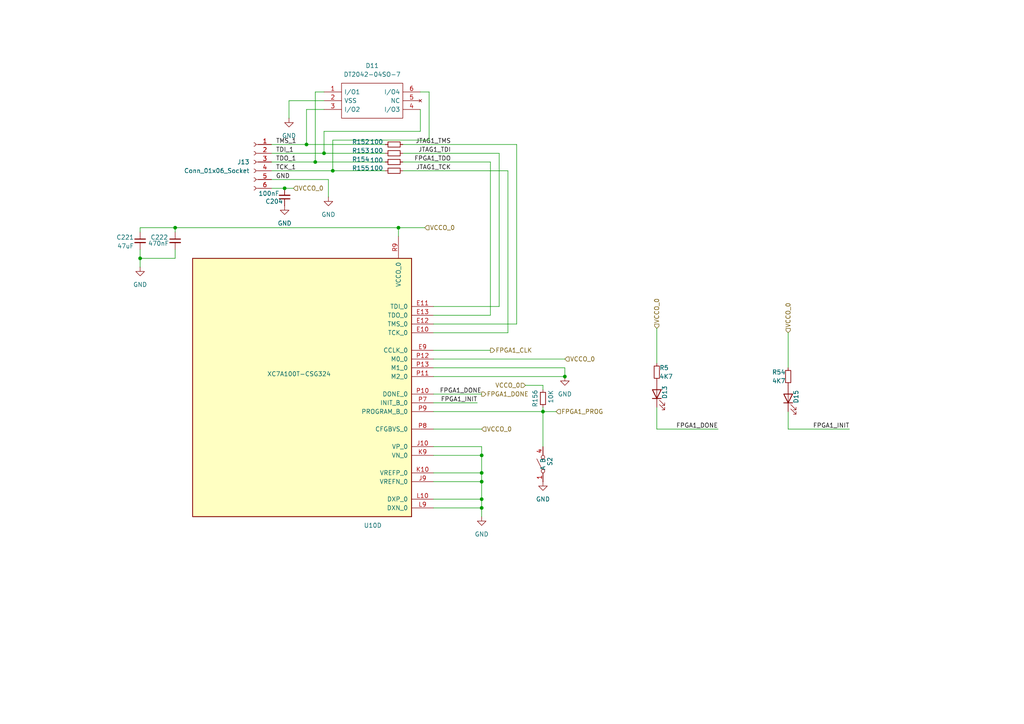
<source format=kicad_sch>
(kicad_sch
	(version 20231120)
	(generator "eeschema")
	(generator_version "8.0")
	(uuid "fe082147-dae1-4c5d-b480-f7822f6f6c8e")
	(paper "A4")
	(title_block
		(title "RASBB")
		(date "2025-04-06")
		(rev "B")
		(company "Mina Daneshpajouh")
	)
	(lib_symbols
		(symbol "Connector:Conn_01x06_Socket"
			(pin_names
				(offset 1.016) hide)
			(exclude_from_sim no)
			(in_bom yes)
			(on_board yes)
			(property "Reference" "J13"
				(at 1.27 0.0001 0)
				(effects
					(font
						(size 1.27 1.27)
					)
					(justify left)
				)
			)
			(property "Value" "Conn_01x06_Socket"
				(at 1.27 -2.5399 0)
				(effects
					(font
						(size 1.27 1.27)
					)
					(justify left)
				)
			)
			(property "Footprint" "Connector_PinHeader_1.27mm:PinHeader_2x03_P1.27mm_Vertical_SMD"
				(at 0 0 0)
				(effects
					(font
						(size 1.27 1.27)
					)
					(hide yes)
				)
			)
			(property "Datasheet" "https://www.lcsc.com/datasheet/lcsc_datasheet_2408280907_Megastar-ZX-PZ1-27-2-3PWZ_C41370771.pdf"
				(at 0 0 0)
				(effects
					(font
						(size 1.27 1.27)
					)
					(hide yes)
				)
			)
			(property "Description" "Gold 1A Standing paste Policy 1mm 6P 4mm -40℃~+105℃ 1.27mm Brass Double Row Black 2x3P 1.27mm SMD,P=1.27mm Pin Headers ROHS"
				(at 0 0 0)
				(effects
					(font
						(size 1.27 1.27)
					)
					(hide yes)
				)
			)
			(property "Mfr. Part #" "ZX-PZ1.27-2-3PWZ"
				(at 0 0 0)
				(effects
					(font
						(size 1.27 1.27)
					)
					(hide yes)
				)
			)
			(property "LCSC Part #" "C41370771"
				(at 0 0 0)
				(effects
					(font
						(size 1.27 1.27)
					)
					(hide yes)
				)
			)
			(property "ki_locked" ""
				(at 0 0 0)
				(effects
					(font
						(size 1.27 1.27)
					)
				)
			)
			(property "ki_keywords" "connector"
				(at 0 0 0)
				(effects
					(font
						(size 1.27 1.27)
					)
					(hide yes)
				)
			)
			(property "ki_fp_filters" "Connector*:*_1x??_*"
				(at 0 0 0)
				(effects
					(font
						(size 1.27 1.27)
					)
					(hide yes)
				)
			)
			(symbol "Conn_01x06_Socket_1_1"
				(arc
					(start 0 -7.112)
					(mid -0.5058 -7.62)
					(end 0 -8.128)
					(stroke
						(width 0.1524)
						(type default)
					)
					(fill
						(type none)
					)
				)
				(arc
					(start 0 -4.572)
					(mid -0.5058 -5.08)
					(end 0 -5.588)
					(stroke
						(width 0.1524)
						(type default)
					)
					(fill
						(type none)
					)
				)
				(arc
					(start 0 -2.032)
					(mid -0.5058 -2.54)
					(end 0 -3.048)
					(stroke
						(width 0.1524)
						(type default)
					)
					(fill
						(type none)
					)
				)
				(polyline
					(pts
						(xy -1.27 -7.62) (xy -0.508 -7.62)
					)
					(stroke
						(width 0.1524)
						(type default)
					)
					(fill
						(type none)
					)
				)
				(polyline
					(pts
						(xy -1.27 -5.08) (xy -0.508 -5.08)
					)
					(stroke
						(width 0.1524)
						(type default)
					)
					(fill
						(type none)
					)
				)
				(polyline
					(pts
						(xy -1.27 -2.54) (xy -0.508 -2.54)
					)
					(stroke
						(width 0.1524)
						(type default)
					)
					(fill
						(type none)
					)
				)
				(polyline
					(pts
						(xy -1.27 0) (xy -0.508 0)
					)
					(stroke
						(width 0.1524)
						(type default)
					)
					(fill
						(type none)
					)
				)
				(polyline
					(pts
						(xy -1.27 2.54) (xy -0.508 2.54)
					)
					(stroke
						(width 0.1524)
						(type default)
					)
					(fill
						(type none)
					)
				)
				(polyline
					(pts
						(xy -1.27 5.08) (xy -0.508 5.08)
					)
					(stroke
						(width 0.1524)
						(type default)
					)
					(fill
						(type none)
					)
				)
				(arc
					(start 0 0.508)
					(mid -0.5058 0)
					(end 0 -0.508)
					(stroke
						(width 0.1524)
						(type default)
					)
					(fill
						(type none)
					)
				)
				(arc
					(start 0 3.048)
					(mid -0.5058 2.54)
					(end 0 2.032)
					(stroke
						(width 0.1524)
						(type default)
					)
					(fill
						(type none)
					)
				)
				(arc
					(start 0 5.588)
					(mid -0.5058 5.08)
					(end 0 4.572)
					(stroke
						(width 0.1524)
						(type default)
					)
					(fill
						(type none)
					)
				)
				(pin output line
					(at -5.08 5.08 0)
					(length 3.81)
					(name "TMS_1"
						(effects
							(font
								(size 1.27 1.27)
							)
						)
					)
					(number "1"
						(effects
							(font
								(size 1.27 1.27)
							)
						)
					)
				)
				(pin output line
					(at -5.08 2.54 0)
					(length 3.81)
					(name "TDI_2"
						(effects
							(font
								(size 1.27 1.27)
							)
						)
					)
					(number "2"
						(effects
							(font
								(size 1.27 1.27)
							)
						)
					)
				)
				(pin input line
					(at -5.08 0 0)
					(length 3.81)
					(name "TDO_3"
						(effects
							(font
								(size 1.27 1.27)
							)
						)
					)
					(number "3"
						(effects
							(font
								(size 1.27 1.27)
							)
						)
					)
				)
				(pin output line
					(at -5.08 -2.54 0)
					(length 3.81)
					(name "TCK_1"
						(effects
							(font
								(size 1.27 1.27)
							)
						)
					)
					(number "4"
						(effects
							(font
								(size 1.27 1.27)
							)
						)
					)
				)
				(pin passive line
					(at -5.08 -5.08 0)
					(length 3.81)
					(name "GND"
						(effects
							(font
								(size 1.27 1.27)
							)
						)
					)
					(number "5"
						(effects
							(font
								(size 1.27 1.27)
							)
						)
					)
				)
				(pin power_in line
					(at -5.08 -7.62 0)
					(length 3.81)
					(name "VCC"
						(effects
							(font
								(size 1.27 1.27)
							)
						)
					)
					(number "6"
						(effects
							(font
								(size 1.27 1.27)
							)
						)
					)
				)
			)
		)
		(symbol "Device:C_Small"
			(pin_numbers hide)
			(pin_names
				(offset 0.254) hide)
			(exclude_from_sim no)
			(in_bom yes)
			(on_board yes)
			(property "Reference" "C"
				(at 0.254 1.778 0)
				(effects
					(font
						(size 1.27 1.27)
					)
					(justify left)
				)
			)
			(property "Value" "C_Small"
				(at 0.254 -2.032 0)
				(effects
					(font
						(size 1.27 1.27)
					)
					(justify left)
				)
			)
			(property "Footprint" ""
				(at 0 0 0)
				(effects
					(font
						(size 1.27 1.27)
					)
					(hide yes)
				)
			)
			(property "Datasheet" "~"
				(at 0 0 0)
				(effects
					(font
						(size 1.27 1.27)
					)
					(hide yes)
				)
			)
			(property "Description" "Unpolarized capacitor, small symbol"
				(at 0 0 0)
				(effects
					(font
						(size 1.27 1.27)
					)
					(hide yes)
				)
			)
			(property "ki_keywords" "capacitor cap"
				(at 0 0 0)
				(effects
					(font
						(size 1.27 1.27)
					)
					(hide yes)
				)
			)
			(property "ki_fp_filters" "C_*"
				(at 0 0 0)
				(effects
					(font
						(size 1.27 1.27)
					)
					(hide yes)
				)
			)
			(symbol "C_Small_0_1"
				(polyline
					(pts
						(xy -1.524 -0.508) (xy 1.524 -0.508)
					)
					(stroke
						(width 0.3302)
						(type default)
					)
					(fill
						(type none)
					)
				)
				(polyline
					(pts
						(xy -1.524 0.508) (xy 1.524 0.508)
					)
					(stroke
						(width 0.3048)
						(type default)
					)
					(fill
						(type none)
					)
				)
			)
			(symbol "C_Small_1_1"
				(pin passive line
					(at 0 2.54 270)
					(length 2.032)
					(name "~"
						(effects
							(font
								(size 1.27 1.27)
							)
						)
					)
					(number "1"
						(effects
							(font
								(size 1.27 1.27)
							)
						)
					)
				)
				(pin passive line
					(at 0 -2.54 90)
					(length 2.032)
					(name "~"
						(effects
							(font
								(size 1.27 1.27)
							)
						)
					)
					(number "2"
						(effects
							(font
								(size 1.27 1.27)
							)
						)
					)
				)
			)
		)
		(symbol "Device:LED"
			(pin_numbers hide)
			(pin_names
				(offset 1.016) hide)
			(exclude_from_sim no)
			(in_bom yes)
			(on_board yes)
			(property "Reference" "D"
				(at 0 2.54 0)
				(effects
					(font
						(size 1.27 1.27)
					)
				)
			)
			(property "Value" "LED"
				(at 0 -2.54 0)
				(effects
					(font
						(size 1.27 1.27)
					)
				)
			)
			(property "Footprint" ""
				(at 0 0 0)
				(effects
					(font
						(size 1.27 1.27)
					)
					(hide yes)
				)
			)
			(property "Datasheet" "~"
				(at 0 0 0)
				(effects
					(font
						(size 1.27 1.27)
					)
					(hide yes)
				)
			)
			(property "Description" "Light emitting diode"
				(at 0 0 0)
				(effects
					(font
						(size 1.27 1.27)
					)
					(hide yes)
				)
			)
			(property "ki_keywords" "LED diode"
				(at 0 0 0)
				(effects
					(font
						(size 1.27 1.27)
					)
					(hide yes)
				)
			)
			(property "ki_fp_filters" "LED* LED_SMD:* LED_THT:*"
				(at 0 0 0)
				(effects
					(font
						(size 1.27 1.27)
					)
					(hide yes)
				)
			)
			(symbol "LED_0_1"
				(polyline
					(pts
						(xy -1.27 -1.27) (xy -1.27 1.27)
					)
					(stroke
						(width 0.254)
						(type default)
					)
					(fill
						(type none)
					)
				)
				(polyline
					(pts
						(xy -1.27 0) (xy 1.27 0)
					)
					(stroke
						(width 0)
						(type default)
					)
					(fill
						(type none)
					)
				)
				(polyline
					(pts
						(xy 1.27 -1.27) (xy 1.27 1.27) (xy -1.27 0) (xy 1.27 -1.27)
					)
					(stroke
						(width 0.254)
						(type default)
					)
					(fill
						(type none)
					)
				)
				(polyline
					(pts
						(xy -3.048 -0.762) (xy -4.572 -2.286) (xy -3.81 -2.286) (xy -4.572 -2.286) (xy -4.572 -1.524)
					)
					(stroke
						(width 0)
						(type default)
					)
					(fill
						(type none)
					)
				)
				(polyline
					(pts
						(xy -1.778 -0.762) (xy -3.302 -2.286) (xy -2.54 -2.286) (xy -3.302 -2.286) (xy -3.302 -1.524)
					)
					(stroke
						(width 0)
						(type default)
					)
					(fill
						(type none)
					)
				)
			)
			(symbol "LED_1_1"
				(pin passive line
					(at -3.81 0 0)
					(length 2.54)
					(name "K"
						(effects
							(font
								(size 1.27 1.27)
							)
						)
					)
					(number "1"
						(effects
							(font
								(size 1.27 1.27)
							)
						)
					)
				)
				(pin passive line
					(at 3.81 0 180)
					(length 2.54)
					(name "A"
						(effects
							(font
								(size 1.27 1.27)
							)
						)
					)
					(number "2"
						(effects
							(font
								(size 1.27 1.27)
							)
						)
					)
				)
			)
		)
		(symbol "Device:R_Small"
			(pin_numbers hide)
			(pin_names
				(offset 0.254) hide)
			(exclude_from_sim no)
			(in_bom yes)
			(on_board yes)
			(property "Reference" "R"
				(at 0.762 0.508 0)
				(effects
					(font
						(size 1.27 1.27)
					)
					(justify left)
				)
			)
			(property "Value" "R_Small"
				(at 0.762 -1.016 0)
				(effects
					(font
						(size 1.27 1.27)
					)
					(justify left)
				)
			)
			(property "Footprint" ""
				(at 0 0 0)
				(effects
					(font
						(size 1.27 1.27)
					)
					(hide yes)
				)
			)
			(property "Datasheet" "~"
				(at 0 0 0)
				(effects
					(font
						(size 1.27 1.27)
					)
					(hide yes)
				)
			)
			(property "Description" "Resistor, small symbol"
				(at 0 0 0)
				(effects
					(font
						(size 1.27 1.27)
					)
					(hide yes)
				)
			)
			(property "ki_keywords" "R resistor"
				(at 0 0 0)
				(effects
					(font
						(size 1.27 1.27)
					)
					(hide yes)
				)
			)
			(property "ki_fp_filters" "R_*"
				(at 0 0 0)
				(effects
					(font
						(size 1.27 1.27)
					)
					(hide yes)
				)
			)
			(symbol "R_Small_0_1"
				(rectangle
					(start -0.762 1.778)
					(end 0.762 -1.778)
					(stroke
						(width 0.2032)
						(type default)
					)
					(fill
						(type none)
					)
				)
			)
			(symbol "R_Small_1_1"
				(pin passive line
					(at 0 2.54 270)
					(length 0.762)
					(name "~"
						(effects
							(font
								(size 1.27 1.27)
							)
						)
					)
					(number "1"
						(effects
							(font
								(size 1.27 1.27)
							)
						)
					)
				)
				(pin passive line
					(at 0 -2.54 90)
					(length 0.762)
					(name "~"
						(effects
							(font
								(size 1.27 1.27)
							)
						)
					)
					(number "2"
						(effects
							(font
								(size 1.27 1.27)
							)
						)
					)
				)
			)
		)
		(symbol "FPGA_Xilinx_Artix7:XC7A100T-CSG324"
			(pin_names
				(offset 1.016)
			)
			(exclude_from_sim no)
			(in_bom yes)
			(on_board yes)
			(property "Reference" "U1"
				(at 40.894 -78.232 0)
				(effects
					(font
						(size 1.27 1.27)
					)
					(justify right)
				)
			)
			(property "Value" "XC7A100T-CSG324"
				(at 8.382 0.762 0)
				(effects
					(font
						(size 1.27 1.27)
					)
					(justify right)
				)
			)
			(property "Footprint" ""
				(at 0 0 0)
				(effects
					(font
						(size 1.27 1.27)
					)
					(hide yes)
				)
			)
			(property "Datasheet" ""
				(at 0 0 0)
				(effects
					(font
						(size 1.27 1.27)
					)
				)
			)
			(property "Description" "Artix 7 T 100 XC7A100T-CSG324"
				(at 0 0 0)
				(effects
					(font
						(size 1.27 1.27)
					)
					(hide yes)
				)
			)
			(property "Mfr. Part # " "XC7A100T-2CSG324I "
				(at 0 0 0)
				(effects
					(font
						(size 1.27 1.27)
					)
					(hide yes)
				)
			)
			(property "LCSC Part # " "C1521791"
				(at 0 0 0)
				(effects
					(font
						(size 1.27 1.27)
					)
					(hide yes)
				)
			)
			(property "ki_locked" ""
				(at 0 0 0)
				(effects
					(font
						(size 1.27 1.27)
					)
				)
			)
			(property "ki_keywords" "FPGA"
				(at 0 0 0)
				(effects
					(font
						(size 1.27 1.27)
					)
					(hide yes)
				)
			)
			(symbol "XC7A100T-CSG324_1_1"
				(rectangle
					(start -44.45 67.31)
					(end 44.45 -73.66)
					(stroke
						(width 0.254)
						(type default)
					)
					(fill
						(type background)
					)
				)
				(pin bidirectional line
					(at 50.8 33.02 180)
					(length 6.35)
					(name "IO_L4N_T0_15"
						(effects
							(font
								(size 1.27 1.27)
							)
						)
					)
					(number "A11"
						(effects
							(font
								(size 1.27 1.27)
							)
						)
					)
				)
				(pin bidirectional line
					(at 50.8 10.16 180)
					(length 6.35)
					(name "IO_L9P_T1_DQS_AD3P_15"
						(effects
							(font
								(size 1.27 1.27)
							)
						)
					)
					(number "A13"
						(effects
							(font
								(size 1.27 1.27)
							)
						)
					)
				)
				(pin bidirectional line
					(at 50.8 7.62 180)
					(length 6.35)
					(name "IO_L9N_T1_DQS_AD3N_15"
						(effects
							(font
								(size 1.27 1.27)
							)
						)
					)
					(number "A14"
						(effects
							(font
								(size 1.27 1.27)
							)
						)
					)
				)
				(pin bidirectional line
					(at 50.8 15.24 180)
					(length 6.35)
					(name "IO_L8P_T1_AD10P_15"
						(effects
							(font
								(size 1.27 1.27)
							)
						)
					)
					(number "A15"
						(effects
							(font
								(size 1.27 1.27)
							)
						)
					)
				)
				(pin bidirectional line
					(at 50.8 12.7 180)
					(length 6.35)
					(name "IO_L8N_T1_AD10N_15"
						(effects
							(font
								(size 1.27 1.27)
							)
						)
					)
					(number "A16"
						(effects
							(font
								(size 1.27 1.27)
							)
						)
					)
				)
				(pin power_in line
					(at 27.94 73.66 270)
					(length 6.35)
					(name "VCCO_15"
						(effects
							(font
								(size 1.27 1.27)
							)
						)
					)
					(number "A17"
						(effects
							(font
								(size 1.27 1.27)
							)
						)
					)
				)
				(pin bidirectional line
					(at 50.8 2.54 180)
					(length 6.35)
					(name "IO_L10N_T1_AD11N_15"
						(effects
							(font
								(size 1.27 1.27)
							)
						)
					)
					(number "A18"
						(effects
							(font
								(size 1.27 1.27)
							)
						)
					)
				)
				(pin bidirectional line
					(at 50.8 35.56 180)
					(length 6.35)
					(name "IO_L4P_T0_15"
						(effects
							(font
								(size 1.27 1.27)
							)
						)
					)
					(number "B11"
						(effects
							(font
								(size 1.27 1.27)
							)
						)
					)
				)
				(pin bidirectional line
					(at 50.8 38.1 180)
					(length 6.35)
					(name "IO_L3N_T0_DQS_AD1N_15"
						(effects
							(font
								(size 1.27 1.27)
							)
						)
					)
					(number "B12"
						(effects
							(font
								(size 1.27 1.27)
							)
						)
					)
				)
				(pin bidirectional line
					(at 50.8 45.72 180)
					(length 6.35)
					(name "IO_L2P_T0_AD8P_15"
						(effects
							(font
								(size 1.27 1.27)
							)
						)
					)
					(number "B13"
						(effects
							(font
								(size 1.27 1.27)
							)
						)
					)
				)
				(pin bidirectional line
					(at 50.8 43.18 180)
					(length 6.35)
					(name "IO_L2N_T0_AD8N_15"
						(effects
							(font
								(size 1.27 1.27)
							)
						)
					)
					(number "B14"
						(effects
							(font
								(size 1.27 1.27)
							)
						)
					)
				)
				(pin bidirectional line
					(at 50.8 20.32 180)
					(length 6.35)
					(name "IO_L7P_T1_AD2P_15"
						(effects
							(font
								(size 1.27 1.27)
							)
						)
					)
					(number "B16"
						(effects
							(font
								(size 1.27 1.27)
							)
						)
					)
				)
				(pin bidirectional line
					(at 50.8 17.78 180)
					(length 6.35)
					(name "IO_L7N_T1_AD2N_15"
						(effects
							(font
								(size 1.27 1.27)
							)
						)
					)
					(number "B17"
						(effects
							(font
								(size 1.27 1.27)
							)
						)
					)
				)
				(pin bidirectional line
					(at 50.8 5.08 180)
					(length 6.35)
					(name "IO_L10P_T1_AD11P_15"
						(effects
							(font
								(size 1.27 1.27)
							)
						)
					)
					(number "B18"
						(effects
							(font
								(size 1.27 1.27)
							)
						)
					)
				)
				(pin bidirectional line
					(at 50.8 40.64 180)
					(length 6.35)
					(name "IO_L3P_T0_DQS_AD1P_15"
						(effects
							(font
								(size 1.27 1.27)
							)
						)
					)
					(number "C12"
						(effects
							(font
								(size 1.27 1.27)
							)
						)
					)
				)
				(pin power_in line
					(at 30.48 73.66 270)
					(length 6.35)
					(name "VCCO_15"
						(effects
							(font
								(size 1.27 1.27)
							)
						)
					)
					(number "C13"
						(effects
							(font
								(size 1.27 1.27)
							)
						)
					)
				)
				(pin bidirectional line
					(at 50.8 48.26 180)
					(length 6.35)
					(name "IO_L1N_T0_AD0N_15"
						(effects
							(font
								(size 1.27 1.27)
							)
						)
					)
					(number "C14"
						(effects
							(font
								(size 1.27 1.27)
							)
						)
					)
				)
				(pin bidirectional line
					(at 50.8 -7.62 180)
					(length 6.35)
					(name "IO_L12N_T1_MRCC_15"
						(effects
							(font
								(size 1.27 1.27)
							)
						)
					)
					(number "C15"
						(effects
							(font
								(size 1.27 1.27)
							)
						)
					)
				)
				(pin bidirectional line
					(at 50.8 -45.72 180)
					(length 6.35)
					(name "IO_L20P_T3_A20_15"
						(effects
							(font
								(size 1.27 1.27)
							)
						)
					)
					(number "C16"
						(effects
							(font
								(size 1.27 1.27)
							)
						)
					)
				)
				(pin bidirectional line
					(at 50.8 -48.26 180)
					(length 6.35)
					(name "IO_L20N_T3_A19_15"
						(effects
							(font
								(size 1.27 1.27)
							)
						)
					)
					(number "C17"
						(effects
							(font
								(size 1.27 1.27)
							)
						)
					)
				)
				(pin bidirectional line
					(at 50.8 25.4 180)
					(length 6.35)
					(name "IO_L6P_T0_15"
						(effects
							(font
								(size 1.27 1.27)
							)
						)
					)
					(number "D12"
						(effects
							(font
								(size 1.27 1.27)
							)
						)
					)
				)
				(pin bidirectional line
					(at 50.8 22.86 180)
					(length 6.35)
					(name "IO_L6N_T0_VREF_15"
						(effects
							(font
								(size 1.27 1.27)
							)
						)
					)
					(number "D13"
						(effects
							(font
								(size 1.27 1.27)
							)
						)
					)
				)
				(pin bidirectional line
					(at 50.8 50.8 180)
					(length 6.35)
					(name "IO_L1P_T0_AD0P_15"
						(effects
							(font
								(size 1.27 1.27)
							)
						)
					)
					(number "D14"
						(effects
							(font
								(size 1.27 1.27)
							)
						)
					)
				)
				(pin bidirectional line
					(at 50.8 -5.08 180)
					(length 6.35)
					(name "IO_L12P_T1_MRCC_15"
						(effects
							(font
								(size 1.27 1.27)
							)
						)
					)
					(number "D15"
						(effects
							(font
								(size 1.27 1.27)
							)
						)
					)
				)
				(pin power_in line
					(at 33.02 73.66 270)
					(length 6.35)
					(name "VCCO_15"
						(effects
							(font
								(size 1.27 1.27)
							)
						)
					)
					(number "D16"
						(effects
							(font
								(size 1.27 1.27)
							)
						)
					)
				)
				(pin bidirectional line
					(at 50.8 -27.94 180)
					(length 6.35)
					(name "IO_L16N_T2_A27_15"
						(effects
							(font
								(size 1.27 1.27)
							)
						)
					)
					(number "D17"
						(effects
							(font
								(size 1.27 1.27)
							)
						)
					)
				)
				(pin bidirectional line
					(at 50.8 -53.34 180)
					(length 6.35)
					(name "IO_L21N_T3_DQS_A18_15"
						(effects
							(font
								(size 1.27 1.27)
							)
						)
					)
					(number "D18"
						(effects
							(font
								(size 1.27 1.27)
							)
						)
					)
				)
				(pin bidirectional line
					(at 50.8 0 180)
					(length 6.35)
					(name "IO_L11P_T1_SRCC_15"
						(effects
							(font
								(size 1.27 1.27)
							)
						)
					)
					(number "E15"
						(effects
							(font
								(size 1.27 1.27)
							)
						)
					)
				)
				(pin bidirectional line
					(at 50.8 -2.54 180)
					(length 6.35)
					(name "IO_L11N_T1_SRCC_15"
						(effects
							(font
								(size 1.27 1.27)
							)
						)
					)
					(number "E16"
						(effects
							(font
								(size 1.27 1.27)
							)
						)
					)
				)
				(pin bidirectional line
					(at 50.8 -25.4 180)
					(length 6.35)
					(name "IO_L16P_T2_A28_15"
						(effects
							(font
								(size 1.27 1.27)
							)
						)
					)
					(number "E17"
						(effects
							(font
								(size 1.27 1.27)
							)
						)
					)
				)
				(pin bidirectional line
					(at 50.8 -50.8 180)
					(length 6.35)
					(name "IO_L21P_T3_DQS_15"
						(effects
							(font
								(size 1.27 1.27)
							)
						)
					)
					(number "E18"
						(effects
							(font
								(size 1.27 1.27)
							)
						)
					)
				)
				(pin bidirectional line
					(at 50.8 30.48 180)
					(length 6.35)
					(name "IO_L5P_T0_AD9P_15"
						(effects
							(font
								(size 1.27 1.27)
							)
						)
					)
					(number "F13"
						(effects
							(font
								(size 1.27 1.27)
							)
						)
					)
				)
				(pin bidirectional line
					(at 50.8 27.94 180)
					(length 6.35)
					(name "IO_L5N_T0_AD9N_15"
						(effects
							(font
								(size 1.27 1.27)
							)
						)
					)
					(number "F14"
						(effects
							(font
								(size 1.27 1.27)
							)
						)
					)
				)
				(pin bidirectional line
					(at 50.8 -15.24 180)
					(length 6.35)
					(name "IO_L14P_T2_SRCC_15"
						(effects
							(font
								(size 1.27 1.27)
							)
						)
					)
					(number "F15"
						(effects
							(font
								(size 1.27 1.27)
							)
						)
					)
				)
				(pin bidirectional line
					(at 50.8 -17.78 180)
					(length 6.35)
					(name "IO_L14N_T2_SRCC_15"
						(effects
							(font
								(size 1.27 1.27)
							)
						)
					)
					(number "F16"
						(effects
							(font
								(size 1.27 1.27)
							)
						)
					)
				)
				(pin bidirectional line
					(at 50.8 -58.42 180)
					(length 6.35)
					(name "IO_L22N_T3_A16_15"
						(effects
							(font
								(size 1.27 1.27)
							)
						)
					)
					(number "F18"
						(effects
							(font
								(size 1.27 1.27)
							)
						)
					)
				)
				(pin bidirectional line
					(at 50.8 53.34 180)
					(length 6.35)
					(name "IO_0_15"
						(effects
							(font
								(size 1.27 1.27)
							)
						)
					)
					(number "G13"
						(effects
							(font
								(size 1.27 1.27)
							)
						)
					)
				)
				(pin bidirectional line
					(at 50.8 -22.86 180)
					(length 6.35)
					(name "IO_L15N_T2_DQS_ADV_B_15"
						(effects
							(font
								(size 1.27 1.27)
							)
						)
					)
					(number "G14"
						(effects
							(font
								(size 1.27 1.27)
							)
						)
					)
				)
				(pin power_in line
					(at 35.56 73.66 270)
					(length 6.35)
					(name "VCCO_15"
						(effects
							(font
								(size 1.27 1.27)
							)
						)
					)
					(number "G15"
						(effects
							(font
								(size 1.27 1.27)
							)
						)
					)
				)
				(pin bidirectional line
					(at 50.8 -12.7 180)
					(length 6.35)
					(name "IO_L13N_T2_MRCC_15"
						(effects
							(font
								(size 1.27 1.27)
							)
						)
					)
					(number "G16"
						(effects
							(font
								(size 1.27 1.27)
							)
						)
					)
				)
				(pin bidirectional line
					(at 50.8 -38.1 180)
					(length 6.35)
					(name "IO_L18N_T2_A23_15"
						(effects
							(font
								(size 1.27 1.27)
							)
						)
					)
					(number "G17"
						(effects
							(font
								(size 1.27 1.27)
							)
						)
					)
				)
				(pin bidirectional line
					(at 50.8 -55.88 180)
					(length 6.35)
					(name "IO_L22P_T3_A17_15"
						(effects
							(font
								(size 1.27 1.27)
							)
						)
					)
					(number "G18"
						(effects
							(font
								(size 1.27 1.27)
							)
						)
					)
				)
				(pin bidirectional line
					(at 50.8 -20.32 180)
					(length 6.35)
					(name "IO_L15P_T2_DQS_15"
						(effects
							(font
								(size 1.27 1.27)
							)
						)
					)
					(number "H14"
						(effects
							(font
								(size 1.27 1.27)
							)
						)
					)
				)
				(pin bidirectional line
					(at 50.8 -43.18 180)
					(length 6.35)
					(name "IO_L19N_T3_A21_VREF_15"
						(effects
							(font
								(size 1.27 1.27)
							)
						)
					)
					(number "H15"
						(effects
							(font
								(size 1.27 1.27)
							)
						)
					)
				)
				(pin bidirectional line
					(at 50.8 -10.16 180)
					(length 6.35)
					(name "IO_L13P_T2_MRCC_15"
						(effects
							(font
								(size 1.27 1.27)
							)
						)
					)
					(number "H16"
						(effects
							(font
								(size 1.27 1.27)
							)
						)
					)
				)
				(pin bidirectional line
					(at 50.8 -35.56 180)
					(length 6.35)
					(name "IO_L18P_T2_A24_15"
						(effects
							(font
								(size 1.27 1.27)
							)
						)
					)
					(number "H17"
						(effects
							(font
								(size 1.27 1.27)
							)
						)
					)
				)
				(pin power_in line
					(at 38.1 73.66 270)
					(length 6.35)
					(name "VCCO_15"
						(effects
							(font
								(size 1.27 1.27)
							)
						)
					)
					(number "H18"
						(effects
							(font
								(size 1.27 1.27)
							)
						)
					)
				)
				(pin bidirectional line
					(at 50.8 -33.02 180)
					(length 6.35)
					(name "IO_L17N_T2_A25_15"
						(effects
							(font
								(size 1.27 1.27)
							)
						)
					)
					(number "J13"
						(effects
							(font
								(size 1.27 1.27)
							)
						)
					)
				)
				(pin bidirectional line
					(at 50.8 -40.64 180)
					(length 6.35)
					(name "IO_L19P_T3_A22_15"
						(effects
							(font
								(size 1.27 1.27)
							)
						)
					)
					(number "J14"
						(effects
							(font
								(size 1.27 1.27)
							)
						)
					)
				)
				(pin bidirectional line
					(at 50.8 -68.58 180)
					(length 6.35)
					(name "IO_L24N_T3_RS0_15"
						(effects
							(font
								(size 1.27 1.27)
							)
						)
					)
					(number "J15"
						(effects
							(font
								(size 1.27 1.27)
							)
						)
					)
				)
				(pin bidirectional line
					(at 50.8 -60.96 180)
					(length 6.35)
					(name "IO_L23P_T3_FOE_B_15"
						(effects
							(font
								(size 1.27 1.27)
							)
						)
					)
					(number "J17"
						(effects
							(font
								(size 1.27 1.27)
							)
						)
					)
				)
				(pin bidirectional line
					(at 50.8 -63.5 180)
					(length 6.35)
					(name "IO_L23N_T3_FWE_B_15"
						(effects
							(font
								(size 1.27 1.27)
							)
						)
					)
					(number "J18"
						(effects
							(font
								(size 1.27 1.27)
							)
						)
					)
				)
				(pin bidirectional line
					(at 50.8 -30.48 180)
					(length 6.35)
					(name "IO_L17P_T2_A26_15"
						(effects
							(font
								(size 1.27 1.27)
							)
						)
					)
					(number "K13"
						(effects
							(font
								(size 1.27 1.27)
							)
						)
					)
				)
				(pin power_in line
					(at 40.64 73.66 270)
					(length 6.35)
					(name "VCCO_15"
						(effects
							(font
								(size 1.27 1.27)
							)
						)
					)
					(number "K14"
						(effects
							(font
								(size 1.27 1.27)
							)
						)
					)
				)
				(pin bidirectional line
					(at 50.8 -66.04 180)
					(length 6.35)
					(name "IO_L24P_T3_RS1_15"
						(effects
							(font
								(size 1.27 1.27)
							)
						)
					)
					(number "K15"
						(effects
							(font
								(size 1.27 1.27)
							)
						)
					)
				)
				(pin bidirectional line
					(at 50.8 -71.12 180)
					(length 6.35)
					(name "IO_25_15"
						(effects
							(font
								(size 1.27 1.27)
							)
						)
					)
					(number "K16"
						(effects
							(font
								(size 1.27 1.27)
							)
						)
					)
				)
				(pin bidirectional line
					(at -50.8 50.8 0)
					(length 6.35)
					(name "IO_L1P_T0_D00_MOSI_14"
						(effects
							(font
								(size 1.27 1.27)
							)
						)
					)
					(number "K17"
						(effects
							(font
								(size 1.27 1.27)
							)
						)
					)
				)
				(pin bidirectional line
					(at -50.8 48.26 0)
					(length 6.35)
					(name "IO_L1N_T0_D01_DIN_14"
						(effects
							(font
								(size 1.27 1.27)
							)
						)
					)
					(number "K18"
						(effects
							(font
								(size 1.27 1.27)
							)
						)
					)
				)
				(pin bidirectional line
					(at -50.8 25.4 0)
					(length 6.35)
					(name "IO_L6P_T0_FCS_B_14"
						(effects
							(font
								(size 1.27 1.27)
							)
						)
					)
					(number "L13"
						(effects
							(font
								(size 1.27 1.27)
							)
						)
					)
				)
				(pin bidirectional line
					(at -50.8 45.72 0)
					(length 6.35)
					(name "IO_L2P_T0_D02_14"
						(effects
							(font
								(size 1.27 1.27)
							)
						)
					)
					(number "L14"
						(effects
							(font
								(size 1.27 1.27)
							)
						)
					)
				)
				(pin bidirectional line
					(at -50.8 40.64 0)
					(length 6.35)
					(name "IO_L3P_T0_DQS_PUDC_B_14"
						(effects
							(font
								(size 1.27 1.27)
							)
						)
					)
					(number "L15"
						(effects
							(font
								(size 1.27 1.27)
							)
						)
					)
				)
				(pin bidirectional line
					(at -50.8 38.1 0)
					(length 6.35)
					(name "IO_L3N_T0_DQS_EMCCLK_14"
						(effects
							(font
								(size 1.27 1.27)
							)
						)
					)
					(number "L16"
						(effects
							(font
								(size 1.27 1.27)
							)
						)
					)
				)
				(pin power_in line
					(at -40.64 73.66 270)
					(length 6.35)
					(name "VCCO_14"
						(effects
							(font
								(size 1.27 1.27)
							)
						)
					)
					(number "L17"
						(effects
							(font
								(size 1.27 1.27)
							)
						)
					)
				)
				(pin bidirectional line
					(at -50.8 35.56 0)
					(length 6.35)
					(name "IO_L4P_T0_D04_14"
						(effects
							(font
								(size 1.27 1.27)
							)
						)
					)
					(number "L18"
						(effects
							(font
								(size 1.27 1.27)
							)
						)
					)
				)
				(pin bidirectional line
					(at -50.8 22.86 0)
					(length 6.35)
					(name "IO_L6N_T0_D08_VREF_14"
						(effects
							(font
								(size 1.27 1.27)
							)
						)
					)
					(number "M13"
						(effects
							(font
								(size 1.27 1.27)
							)
						)
					)
				)
				(pin bidirectional line
					(at -50.8 43.18 0)
					(length 6.35)
					(name "IO_L2N_T0_D03_14"
						(effects
							(font
								(size 1.27 1.27)
							)
						)
					)
					(number "M14"
						(effects
							(font
								(size 1.27 1.27)
							)
						)
					)
				)
				(pin bidirectional line
					(at -50.8 5.08 0)
					(length 6.35)
					(name "IO_L10P_T1_D14_14"
						(effects
							(font
								(size 1.27 1.27)
							)
						)
					)
					(number "M16"
						(effects
							(font
								(size 1.27 1.27)
							)
						)
					)
				)
				(pin bidirectional line
					(at -50.8 2.54 0)
					(length 6.35)
					(name "IO_L10N_T1_D15_14"
						(effects
							(font
								(size 1.27 1.27)
							)
						)
					)
					(number "M17"
						(effects
							(font
								(size 1.27 1.27)
							)
						)
					)
				)
				(pin bidirectional line
					(at -50.8 33.02 0)
					(length 6.35)
					(name "IO_L4N_T0_D05_14"
						(effects
							(font
								(size 1.27 1.27)
							)
						)
					)
					(number "M18"
						(effects
							(font
								(size 1.27 1.27)
							)
						)
					)
				)
				(pin power_in line
					(at -38.1 73.66 270)
					(length 6.35)
					(name "VCCO_14"
						(effects
							(font
								(size 1.27 1.27)
							)
						)
					)
					(number "N13"
						(effects
							(font
								(size 1.27 1.27)
							)
						)
					)
				)
				(pin bidirectional line
					(at -50.8 15.24 0)
					(length 6.35)
					(name "IO_L8P_T1_D11_14"
						(effects
							(font
								(size 1.27 1.27)
							)
						)
					)
					(number "N14"
						(effects
							(font
								(size 1.27 1.27)
							)
						)
					)
				)
				(pin bidirectional line
					(at -50.8 0 0)
					(length 6.35)
					(name "IO_L11P_T1_SRCC_14"
						(effects
							(font
								(size 1.27 1.27)
							)
						)
					)
					(number "N15"
						(effects
							(font
								(size 1.27 1.27)
							)
						)
					)
				)
				(pin bidirectional line
					(at -50.8 -2.54 0)
					(length 6.35)
					(name "IO_L11N_T1_SRCC_14"
						(effects
							(font
								(size 1.27 1.27)
							)
						)
					)
					(number "N16"
						(effects
							(font
								(size 1.27 1.27)
							)
						)
					)
				)
				(pin bidirectional line
					(at -50.8 10.16 0)
					(length 6.35)
					(name "IO_L9P_T1_DQS_14"
						(effects
							(font
								(size 1.27 1.27)
							)
						)
					)
					(number "N17"
						(effects
							(font
								(size 1.27 1.27)
							)
						)
					)
				)
				(pin bidirectional line
					(at -50.8 12.7 0)
					(length 6.35)
					(name "IO_L8N_T1_D12_14"
						(effects
							(font
								(size 1.27 1.27)
							)
						)
					)
					(number "P14"
						(effects
							(font
								(size 1.27 1.27)
							)
						)
					)
				)
				(pin bidirectional line
					(at -50.8 -10.16 0)
					(length 6.35)
					(name "IO_L13P_T2_MRCC_14"
						(effects
							(font
								(size 1.27 1.27)
							)
						)
					)
					(number "P15"
						(effects
							(font
								(size 1.27 1.27)
							)
						)
					)
				)
				(pin power_in line
					(at -35.56 73.66 270)
					(length 6.35)
					(name "VCCO_14"
						(effects
							(font
								(size 1.27 1.27)
							)
						)
					)
					(number "P16"
						(effects
							(font
								(size 1.27 1.27)
							)
						)
					)
				)
				(pin bidirectional line
					(at -50.8 -5.08 0)
					(length 6.35)
					(name "IO_L12P_T1_MRCC_14"
						(effects
							(font
								(size 1.27 1.27)
							)
						)
					)
					(number "P17"
						(effects
							(font
								(size 1.27 1.27)
							)
						)
					)
				)
				(pin bidirectional line
					(at -50.8 7.62 0)
					(length 6.35)
					(name "IO_L9N_T1_DQS_D13_14"
						(effects
							(font
								(size 1.27 1.27)
							)
						)
					)
					(number "P18"
						(effects
							(font
								(size 1.27 1.27)
							)
						)
					)
				)
				(pin bidirectional line
					(at -50.8 -71.12 0)
					(length 6.35)
					(name "IO_25_14"
						(effects
							(font
								(size 1.27 1.27)
							)
						)
					)
					(number "R10"
						(effects
							(font
								(size 1.27 1.27)
							)
						)
					)
				)
				(pin bidirectional line
					(at -50.8 53.34 0)
					(length 6.35)
					(name "IO_0_14"
						(effects
							(font
								(size 1.27 1.27)
							)
						)
					)
					(number "R11"
						(effects
							(font
								(size 1.27 1.27)
							)
						)
					)
				)
				(pin bidirectional line
					(at -50.8 30.48 0)
					(length 6.35)
					(name "IO_L5P_T0_D06_14"
						(effects
							(font
								(size 1.27 1.27)
							)
						)
					)
					(number "R12"
						(effects
							(font
								(size 1.27 1.27)
							)
						)
					)
				)
				(pin bidirectional line
					(at -50.8 27.94 0)
					(length 6.35)
					(name "IO_L5N_T0_D07_14"
						(effects
							(font
								(size 1.27 1.27)
							)
						)
					)
					(number "R13"
						(effects
							(font
								(size 1.27 1.27)
							)
						)
					)
				)
				(pin bidirectional line
					(at -50.8 -12.7 0)
					(length 6.35)
					(name "IO_L13N_T2_MRCC_14"
						(effects
							(font
								(size 1.27 1.27)
							)
						)
					)
					(number "R15"
						(effects
							(font
								(size 1.27 1.27)
							)
						)
					)
				)
				(pin bidirectional line
					(at -50.8 -20.32 0)
					(length 6.35)
					(name "IO_L15P_T2_DQS_RDWR_B_14"
						(effects
							(font
								(size 1.27 1.27)
							)
						)
					)
					(number "R16"
						(effects
							(font
								(size 1.27 1.27)
							)
						)
					)
				)
				(pin bidirectional line
					(at -50.8 -7.62 0)
					(length 6.35)
					(name "IO_L12N_T1_MRCC_14"
						(effects
							(font
								(size 1.27 1.27)
							)
						)
					)
					(number "R17"
						(effects
							(font
								(size 1.27 1.27)
							)
						)
					)
				)
				(pin bidirectional line
					(at -50.8 20.32 0)
					(length 6.35)
					(name "IO_L7P_T1_D09_14"
						(effects
							(font
								(size 1.27 1.27)
							)
						)
					)
					(number "R18"
						(effects
							(font
								(size 1.27 1.27)
							)
						)
					)
				)
				(pin bidirectional line
					(at -50.8 -68.58 0)
					(length 6.35)
					(name "IO_L24N_T3_A00_D16_14"
						(effects
							(font
								(size 1.27 1.27)
							)
						)
					)
					(number "T10"
						(effects
							(font
								(size 1.27 1.27)
							)
						)
					)
				)
				(pin bidirectional line
					(at -50.8 -40.64 0)
					(length 6.35)
					(name "IO_L19P_T3_A10_D26_14"
						(effects
							(font
								(size 1.27 1.27)
							)
						)
					)
					(number "T11"
						(effects
							(font
								(size 1.27 1.27)
							)
						)
					)
				)
				(pin power_in line
					(at -33.02 73.66 270)
					(length 6.35)
					(name "VCCO_14"
						(effects
							(font
								(size 1.27 1.27)
							)
						)
					)
					(number "T12"
						(effects
							(font
								(size 1.27 1.27)
							)
						)
					)
				)
				(pin bidirectional line
					(at -50.8 -60.96 0)
					(length 6.35)
					(name "IO_L23P_T3_A03_D19_14"
						(effects
							(font
								(size 1.27 1.27)
							)
						)
					)
					(number "T13"
						(effects
							(font
								(size 1.27 1.27)
							)
						)
					)
				)
				(pin bidirectional line
					(at -50.8 -15.24 0)
					(length 6.35)
					(name "IO_L14P_T2_SRCC_14"
						(effects
							(font
								(size 1.27 1.27)
							)
						)
					)
					(number "T14"
						(effects
							(font
								(size 1.27 1.27)
							)
						)
					)
				)
				(pin bidirectional line
					(at -50.8 -17.78 0)
					(length 6.35)
					(name "IO_L14N_T2_SRCC_14"
						(effects
							(font
								(size 1.27 1.27)
							)
						)
					)
					(number "T15"
						(effects
							(font
								(size 1.27 1.27)
							)
						)
					)
				)
				(pin bidirectional line
					(at -50.8 -22.86 0)
					(length 6.35)
					(name "IO_L15N_T2_DQS_DOUT_CSO_B_14"
						(effects
							(font
								(size 1.27 1.27)
							)
						)
					)
					(number "T16"
						(effects
							(font
								(size 1.27 1.27)
							)
						)
					)
				)
				(pin bidirectional line
					(at -50.8 17.78 0)
					(length 6.35)
					(name "IO_L7N_T1_D10_14"
						(effects
							(font
								(size 1.27 1.27)
							)
						)
					)
					(number "T18"
						(effects
							(font
								(size 1.27 1.27)
							)
						)
					)
				)
				(pin bidirectional line
					(at -50.8 -66.04 0)
					(length 6.35)
					(name "IO_L24P_T3_A01_D17_14"
						(effects
							(font
								(size 1.27 1.27)
							)
						)
					)
					(number "T9"
						(effects
							(font
								(size 1.27 1.27)
							)
						)
					)
				)
				(pin bidirectional line
					(at -50.8 -43.18 0)
					(length 6.35)
					(name "IO_L19N_T3_A09_D25_VREF_14"
						(effects
							(font
								(size 1.27 1.27)
							)
						)
					)
					(number "U11"
						(effects
							(font
								(size 1.27 1.27)
							)
						)
					)
				)
				(pin bidirectional line
					(at -50.8 -45.72 0)
					(length 6.35)
					(name "IO_L20P_T3_A08_D24_14"
						(effects
							(font
								(size 1.27 1.27)
							)
						)
					)
					(number "U12"
						(effects
							(font
								(size 1.27 1.27)
							)
						)
					)
				)
				(pin bidirectional line
					(at -50.8 -63.5 0)
					(length 6.35)
					(name "IO_L23N_T3_A02_D18_14"
						(effects
							(font
								(size 1.27 1.27)
							)
						)
					)
					(number "U13"
						(effects
							(font
								(size 1.27 1.27)
							)
						)
					)
				)
				(pin bidirectional line
					(at -50.8 -55.88 0)
					(length 6.35)
					(name "IO_L22P_T3_A05_D21_14"
						(effects
							(font
								(size 1.27 1.27)
							)
						)
					)
					(number "U14"
						(effects
							(font
								(size 1.27 1.27)
							)
						)
					)
				)
				(pin power_in line
					(at -30.48 73.66 270)
					(length 6.35)
					(name "VCCO_14"
						(effects
							(font
								(size 1.27 1.27)
							)
						)
					)
					(number "U15"
						(effects
							(font
								(size 1.27 1.27)
							)
						)
					)
				)
				(pin bidirectional line
					(at -50.8 -35.56 0)
					(length 6.35)
					(name "IO_L18P_T2_A12_D28_14"
						(effects
							(font
								(size 1.27 1.27)
							)
						)
					)
					(number "U16"
						(effects
							(font
								(size 1.27 1.27)
							)
						)
					)
				)
				(pin bidirectional line
					(at -50.8 -30.48 0)
					(length 6.35)
					(name "IO_L17P_T2_A14_D30_14"
						(effects
							(font
								(size 1.27 1.27)
							)
						)
					)
					(number "U17"
						(effects
							(font
								(size 1.27 1.27)
							)
						)
					)
				)
				(pin bidirectional line
					(at -50.8 -33.02 0)
					(length 6.35)
					(name "IO_L17N_T2_A13_D29_14"
						(effects
							(font
								(size 1.27 1.27)
							)
						)
					)
					(number "U18"
						(effects
							(font
								(size 1.27 1.27)
							)
						)
					)
				)
				(pin bidirectional line
					(at -50.8 -50.8 0)
					(length 6.35)
					(name "IO_L21P_T3_DQS_14"
						(effects
							(font
								(size 1.27 1.27)
							)
						)
					)
					(number "V10"
						(effects
							(font
								(size 1.27 1.27)
							)
						)
					)
				)
				(pin bidirectional line
					(at -50.8 -53.34 0)
					(length 6.35)
					(name "IO_L21N_T3_DQS_A06_D22_14"
						(effects
							(font
								(size 1.27 1.27)
							)
						)
					)
					(number "V11"
						(effects
							(font
								(size 1.27 1.27)
							)
						)
					)
				)
				(pin bidirectional line
					(at -50.8 -48.26 0)
					(length 6.35)
					(name "IO_L20N_T3_A07_D23_14"
						(effects
							(font
								(size 1.27 1.27)
							)
						)
					)
					(number "V12"
						(effects
							(font
								(size 1.27 1.27)
							)
						)
					)
				)
				(pin bidirectional line
					(at -50.8 -58.42 0)
					(length 6.35)
					(name "IO_L22N_T3_A04_D20_14"
						(effects
							(font
								(size 1.27 1.27)
							)
						)
					)
					(number "V14"
						(effects
							(font
								(size 1.27 1.27)
							)
						)
					)
				)
				(pin bidirectional line
					(at -50.8 -25.4 0)
					(length 6.35)
					(name "IO_L16P_T2_CSI_B_14"
						(effects
							(font
								(size 1.27 1.27)
							)
						)
					)
					(number "V15"
						(effects
							(font
								(size 1.27 1.27)
							)
						)
					)
				)
				(pin bidirectional line
					(at -50.8 -27.94 0)
					(length 6.35)
					(name "IO_L16N_T2_A15_D31_14"
						(effects
							(font
								(size 1.27 1.27)
							)
						)
					)
					(number "V16"
						(effects
							(font
								(size 1.27 1.27)
							)
						)
					)
				)
				(pin bidirectional line
					(at -50.8 -38.1 0)
					(length 6.35)
					(name "IO_L18N_T2_A11_D27_14"
						(effects
							(font
								(size 1.27 1.27)
							)
						)
					)
					(number "V17"
						(effects
							(font
								(size 1.27 1.27)
							)
						)
					)
				)
				(pin power_in line
					(at -27.94 73.66 270)
					(length 6.35)
					(name "VCCO_14"
						(effects
							(font
								(size 1.27 1.27)
							)
						)
					)
					(number "V18"
						(effects
							(font
								(size 1.27 1.27)
							)
						)
					)
				)
			)
			(symbol "XC7A100T-CSG324_2_1"
				(rectangle
					(start -44.45 67.31)
					(end 44.45 -73.66)
					(stroke
						(width 0.254)
						(type default)
					)
					(fill
						(type background)
					)
				)
				(pin bidirectional line
					(at -50.8 35.56 0)
					(length 6.35)
					(name "IO_L14P_T2_SRCC_16"
						(effects
							(font
								(size 1.27 1.27)
							)
						)
					)
					(number "A10"
						(effects
							(font
								(size 1.27 1.27)
							)
						)
					)
				)
				(pin bidirectional line
					(at -50.8 43.18 0)
					(length 6.35)
					(name "IO_L12N_T1_MRCC_16"
						(effects
							(font
								(size 1.27 1.27)
							)
						)
					)
					(number "A8"
						(effects
							(font
								(size 1.27 1.27)
							)
						)
					)
				)
				(pin bidirectional line
					(at -50.8 33.02 0)
					(length 6.35)
					(name "IO_L14N_T2_SRCC_16"
						(effects
							(font
								(size 1.27 1.27)
							)
						)
					)
					(number "A9"
						(effects
							(font
								(size 1.27 1.27)
							)
						)
					)
				)
				(pin power_in line
					(at -40.64 73.66 270)
					(length 6.35)
					(name "VCCO_16"
						(effects
							(font
								(size 1.27 1.27)
							)
						)
					)
					(number "B10"
						(effects
							(font
								(size 1.27 1.27)
							)
						)
					)
				)
				(pin bidirectional line
					(at -50.8 45.72 0)
					(length 6.35)
					(name "IO_L12P_T1_MRCC_16"
						(effects
							(font
								(size 1.27 1.27)
							)
						)
					)
					(number "B8"
						(effects
							(font
								(size 1.27 1.27)
							)
						)
					)
				)
				(pin bidirectional line
					(at -50.8 48.26 0)
					(length 6.35)
					(name "IO_L11N_T1_SRCC_16"
						(effects
							(font
								(size 1.27 1.27)
							)
						)
					)
					(number "B9"
						(effects
							(font
								(size 1.27 1.27)
							)
						)
					)
				)
				(pin bidirectional line
					(at -50.8 38.1 0)
					(length 6.35)
					(name "IO_L13N_T2_MRCC_16"
						(effects
							(font
								(size 1.27 1.27)
							)
						)
					)
					(number "C10"
						(effects
							(font
								(size 1.27 1.27)
							)
						)
					)
				)
				(pin bidirectional line
					(at -50.8 40.64 0)
					(length 6.35)
					(name "IO_L13P_T2_MRCC_16"
						(effects
							(font
								(size 1.27 1.27)
							)
						)
					)
					(number "C11"
						(effects
							(font
								(size 1.27 1.27)
							)
						)
					)
				)
				(pin bidirectional line
					(at -50.8 50.8 0)
					(length 6.35)
					(name "IO_L11P_T1_SRCC_16"
						(effects
							(font
								(size 1.27 1.27)
							)
						)
					)
					(number "C9"
						(effects
							(font
								(size 1.27 1.27)
							)
						)
					)
				)
				(pin bidirectional line
					(at -50.8 30.48 0)
					(length 6.35)
					(name "IO_L19N_T3_VREF_16"
						(effects
							(font
								(size 1.27 1.27)
							)
						)
					)
					(number "D10"
						(effects
							(font
								(size 1.27 1.27)
							)
						)
					)
				)
				(pin bidirectional line
					(at -50.8 53.34 0)
					(length 6.35)
					(name "IO_L6N_T0_VREF_16"
						(effects
							(font
								(size 1.27 1.27)
							)
						)
					)
					(number "D9"
						(effects
							(font
								(size 1.27 1.27)
							)
						)
					)
				)
				(pin bidirectional line
					(at 50.8 45.72 180)
					(length 6.35)
					(name "IO_L2P_T0_34"
						(effects
							(font
								(size 1.27 1.27)
							)
						)
					)
					(number "K3"
						(effects
							(font
								(size 1.27 1.27)
							)
						)
					)
				)
				(pin power_in line
					(at 27.94 73.66 270)
					(length 6.35)
					(name "VCCO_34"
						(effects
							(font
								(size 1.27 1.27)
							)
						)
					)
					(number "K4"
						(effects
							(font
								(size 1.27 1.27)
							)
						)
					)
				)
				(pin bidirectional line
					(at 50.8 30.48 180)
					(length 6.35)
					(name "IO_L5P_T0_34"
						(effects
							(font
								(size 1.27 1.27)
							)
						)
					)
					(number "K5"
						(effects
							(font
								(size 1.27 1.27)
							)
						)
					)
				)
				(pin bidirectional line
					(at 50.8 53.34 180)
					(length 6.35)
					(name "IO_0_34"
						(effects
							(font
								(size 1.27 1.27)
							)
						)
					)
					(number "K6"
						(effects
							(font
								(size 1.27 1.27)
							)
						)
					)
				)
				(pin bidirectional line
					(at 50.8 50.8 180)
					(length 6.35)
					(name "IO_L1P_T0_34"
						(effects
							(font
								(size 1.27 1.27)
							)
						)
					)
					(number "L1"
						(effects
							(font
								(size 1.27 1.27)
							)
						)
					)
				)
				(pin bidirectional line
					(at 50.8 43.18 180)
					(length 6.35)
					(name "IO_L2N_T0_34"
						(effects
							(font
								(size 1.27 1.27)
							)
						)
					)
					(number "L3"
						(effects
							(font
								(size 1.27 1.27)
							)
						)
					)
				)
				(pin bidirectional line
					(at 50.8 27.94 180)
					(length 6.35)
					(name "IO_L5N_T0_34"
						(effects
							(font
								(size 1.27 1.27)
							)
						)
					)
					(number "L4"
						(effects
							(font
								(size 1.27 1.27)
							)
						)
					)
				)
				(pin bidirectional line
					(at 50.8 22.86 180)
					(length 6.35)
					(name "IO_L6N_T0_VREF_34"
						(effects
							(font
								(size 1.27 1.27)
							)
						)
					)
					(number "L5"
						(effects
							(font
								(size 1.27 1.27)
							)
						)
					)
				)
				(pin bidirectional line
					(at 50.8 25.4 180)
					(length 6.35)
					(name "IO_L6P_T0_34"
						(effects
							(font
								(size 1.27 1.27)
							)
						)
					)
					(number "L6"
						(effects
							(font
								(size 1.27 1.27)
							)
						)
					)
				)
				(pin bidirectional line
					(at 50.8 48.26 180)
					(length 6.35)
					(name "IO_L1N_T0_34"
						(effects
							(font
								(size 1.27 1.27)
							)
						)
					)
					(number "M1"
						(effects
							(font
								(size 1.27 1.27)
							)
						)
					)
				)
				(pin bidirectional line
					(at 50.8 33.02 180)
					(length 6.35)
					(name "IO_L4N_T0_34"
						(effects
							(font
								(size 1.27 1.27)
							)
						)
					)
					(number "M2"
						(effects
							(font
								(size 1.27 1.27)
							)
						)
					)
				)
				(pin bidirectional line
					(at 50.8 35.56 180)
					(length 6.35)
					(name "IO_L4P_T0_34"
						(effects
							(font
								(size 1.27 1.27)
							)
						)
					)
					(number "M3"
						(effects
							(font
								(size 1.27 1.27)
							)
						)
					)
				)
				(pin bidirectional line
					(at 50.8 -25.4 180)
					(length 6.35)
					(name "IO_L16P_T2_34"
						(effects
							(font
								(size 1.27 1.27)
							)
						)
					)
					(number "M4"
						(effects
							(font
								(size 1.27 1.27)
							)
						)
					)
				)
				(pin bidirectional line
					(at 50.8 -35.56 180)
					(length 6.35)
					(name "IO_L18P_T2_34"
						(effects
							(font
								(size 1.27 1.27)
							)
						)
					)
					(number "M6"
						(effects
							(font
								(size 1.27 1.27)
							)
						)
					)
				)
				(pin bidirectional line
					(at 50.8 38.1 180)
					(length 6.35)
					(name "IO_L3N_T0_DQS_34"
						(effects
							(font
								(size 1.27 1.27)
							)
						)
					)
					(number "N1"
						(effects
							(font
								(size 1.27 1.27)
							)
						)
					)
				)
				(pin bidirectional line
					(at 50.8 40.64 180)
					(length 6.35)
					(name "IO_L3P_T0_DQS_34"
						(effects
							(font
								(size 1.27 1.27)
							)
						)
					)
					(number "N2"
						(effects
							(font
								(size 1.27 1.27)
							)
						)
					)
				)
				(pin power_in line
					(at 30.48 73.66 270)
					(length 6.35)
					(name "VCCO_34"
						(effects
							(font
								(size 1.27 1.27)
							)
						)
					)
					(number "N3"
						(effects
							(font
								(size 1.27 1.27)
							)
						)
					)
				)
				(pin bidirectional line
					(at 50.8 -27.94 180)
					(length 6.35)
					(name "IO_L16N_T2_34"
						(effects
							(font
								(size 1.27 1.27)
							)
						)
					)
					(number "N4"
						(effects
							(font
								(size 1.27 1.27)
							)
						)
					)
				)
				(pin bidirectional line
					(at 50.8 -10.16 180)
					(length 6.35)
					(name "IO_L13P_T2_MRCC_34"
						(effects
							(font
								(size 1.27 1.27)
							)
						)
					)
					(number "N5"
						(effects
							(font
								(size 1.27 1.27)
							)
						)
					)
				)
				(pin bidirectional line
					(at 50.8 -38.1 180)
					(length 6.35)
					(name "IO_L18N_T2_34"
						(effects
							(font
								(size 1.27 1.27)
							)
						)
					)
					(number "N6"
						(effects
							(font
								(size 1.27 1.27)
							)
						)
					)
				)
				(pin bidirectional line
					(at 50.8 -20.32 180)
					(length 6.35)
					(name "IO_L15P_T2_DQS_34"
						(effects
							(font
								(size 1.27 1.27)
							)
						)
					)
					(number "P2"
						(effects
							(font
								(size 1.27 1.27)
							)
						)
					)
				)
				(pin bidirectional line
					(at 50.8 -17.78 180)
					(length 6.35)
					(name "IO_L14N_T2_SRCC_34"
						(effects
							(font
								(size 1.27 1.27)
							)
						)
					)
					(number "P3"
						(effects
							(font
								(size 1.27 1.27)
							)
						)
					)
				)
				(pin bidirectional line
					(at 50.8 -15.24 180)
					(length 6.35)
					(name "IO_L14P_T2_SRCC_34"
						(effects
							(font
								(size 1.27 1.27)
							)
						)
					)
					(number "P4"
						(effects
							(font
								(size 1.27 1.27)
							)
						)
					)
				)
				(pin bidirectional line
					(at 50.8 -12.7 180)
					(length 6.35)
					(name "IO_L13N_T2_MRCC_34"
						(effects
							(font
								(size 1.27 1.27)
							)
						)
					)
					(number "P5"
						(effects
							(font
								(size 1.27 1.27)
							)
						)
					)
				)
				(pin power_in line
					(at 33.02 73.66 270)
					(length 6.35)
					(name "VCCO_34"
						(effects
							(font
								(size 1.27 1.27)
							)
						)
					)
					(number "P6"
						(effects
							(font
								(size 1.27 1.27)
							)
						)
					)
				)
				(pin bidirectional line
					(at 50.8 -30.48 180)
					(length 6.35)
					(name "IO_L17P_T2_34"
						(effects
							(font
								(size 1.27 1.27)
							)
						)
					)
					(number "R1"
						(effects
							(font
								(size 1.27 1.27)
							)
						)
					)
				)
				(pin bidirectional line
					(at 50.8 -22.86 180)
					(length 6.35)
					(name "IO_L15N_T2_DQS_34"
						(effects
							(font
								(size 1.27 1.27)
							)
						)
					)
					(number "R2"
						(effects
							(font
								(size 1.27 1.27)
							)
						)
					)
				)
				(pin bidirectional line
					(at 50.8 0 180)
					(length 6.35)
					(name "IO_L11P_T1_SRCC_34"
						(effects
							(font
								(size 1.27 1.27)
							)
						)
					)
					(number "R3"
						(effects
							(font
								(size 1.27 1.27)
							)
						)
					)
				)
				(pin bidirectional line
					(at 50.8 -43.18 180)
					(length 6.35)
					(name "IO_L19N_T3_VREF_34"
						(effects
							(font
								(size 1.27 1.27)
							)
						)
					)
					(number "R5"
						(effects
							(font
								(size 1.27 1.27)
							)
						)
					)
				)
				(pin bidirectional line
					(at 50.8 -40.64 180)
					(length 6.35)
					(name "IO_L19P_T3_34"
						(effects
							(font
								(size 1.27 1.27)
							)
						)
					)
					(number "R6"
						(effects
							(font
								(size 1.27 1.27)
							)
						)
					)
				)
				(pin bidirectional line
					(at 50.8 -60.96 180)
					(length 6.35)
					(name "IO_L23P_T3_34"
						(effects
							(font
								(size 1.27 1.27)
							)
						)
					)
					(number "R7"
						(effects
							(font
								(size 1.27 1.27)
							)
						)
					)
				)
				(pin bidirectional line
					(at 50.8 -66.04 180)
					(length 6.35)
					(name "IO_L24P_T3_34"
						(effects
							(font
								(size 1.27 1.27)
							)
						)
					)
					(number "R8"
						(effects
							(font
								(size 1.27 1.27)
							)
						)
					)
				)
				(pin bidirectional line
					(at 50.8 -33.02 180)
					(length 6.35)
					(name "IO_L17N_T2_34"
						(effects
							(font
								(size 1.27 1.27)
							)
						)
					)
					(number "T1"
						(effects
							(font
								(size 1.27 1.27)
							)
						)
					)
				)
				(pin power_in line
					(at 35.56 73.66 270)
					(length 6.35)
					(name "VCCO_34"
						(effects
							(font
								(size 1.27 1.27)
							)
						)
					)
					(number "T2"
						(effects
							(font
								(size 1.27 1.27)
							)
						)
					)
				)
				(pin bidirectional line
					(at 50.8 -2.54 180)
					(length 6.35)
					(name "IO_L11N_T1_SRCC_34"
						(effects
							(font
								(size 1.27 1.27)
							)
						)
					)
					(number "T3"
						(effects
							(font
								(size 1.27 1.27)
							)
						)
					)
				)
				(pin bidirectional line
					(at 50.8 -7.62 180)
					(length 6.35)
					(name "IO_L12N_T1_MRCC_34"
						(effects
							(font
								(size 1.27 1.27)
							)
						)
					)
					(number "T4"
						(effects
							(font
								(size 1.27 1.27)
							)
						)
					)
				)
				(pin bidirectional line
					(at 50.8 -5.08 180)
					(length 6.35)
					(name "IO_L12P_T1_MRCC_34"
						(effects
							(font
								(size 1.27 1.27)
							)
						)
					)
					(number "T5"
						(effects
							(font
								(size 1.27 1.27)
							)
						)
					)
				)
				(pin bidirectional line
					(at 50.8 -63.5 180)
					(length 6.35)
					(name "IO_L23N_T3_34"
						(effects
							(font
								(size 1.27 1.27)
							)
						)
					)
					(number "T6"
						(effects
							(font
								(size 1.27 1.27)
							)
						)
					)
				)
				(pin bidirectional line
					(at 50.8 -68.58 180)
					(length 6.35)
					(name "IO_L24N_T3_34"
						(effects
							(font
								(size 1.27 1.27)
							)
						)
					)
					(number "T8"
						(effects
							(font
								(size 1.27 1.27)
							)
						)
					)
				)
				(pin bidirectional line
					(at 50.8 20.32 180)
					(length 6.35)
					(name "IO_L7P_T1_34"
						(effects
							(font
								(size 1.27 1.27)
							)
						)
					)
					(number "U1"
						(effects
							(font
								(size 1.27 1.27)
							)
						)
					)
				)
				(pin bidirectional line
					(at 50.8 10.16 180)
					(length 6.35)
					(name "IO_L9P_T1_DQS_34"
						(effects
							(font
								(size 1.27 1.27)
							)
						)
					)
					(number "U2"
						(effects
							(font
								(size 1.27 1.27)
							)
						)
					)
				)
				(pin bidirectional line
					(at 50.8 12.7 180)
					(length 6.35)
					(name "IO_L8N_T1_34"
						(effects
							(font
								(size 1.27 1.27)
							)
						)
					)
					(number "U3"
						(effects
							(font
								(size 1.27 1.27)
							)
						)
					)
				)
				(pin bidirectional line
					(at 50.8 15.24 180)
					(length 6.35)
					(name "IO_L8P_T1_34"
						(effects
							(font
								(size 1.27 1.27)
							)
						)
					)
					(number "U4"
						(effects
							(font
								(size 1.27 1.27)
							)
						)
					)
				)
				(pin power_in line
					(at 38.1 73.66 270)
					(length 6.35)
					(name "VCCO_34"
						(effects
							(font
								(size 1.27 1.27)
							)
						)
					)
					(number "U5"
						(effects
							(font
								(size 1.27 1.27)
							)
						)
					)
				)
				(pin bidirectional line
					(at 50.8 -58.42 180)
					(length 6.35)
					(name "IO_L22N_T3_34"
						(effects
							(font
								(size 1.27 1.27)
							)
						)
					)
					(number "U6"
						(effects
							(font
								(size 1.27 1.27)
							)
						)
					)
				)
				(pin bidirectional line
					(at 50.8 -55.88 180)
					(length 6.35)
					(name "IO_L22P_T3_34"
						(effects
							(font
								(size 1.27 1.27)
							)
						)
					)
					(number "U7"
						(effects
							(font
								(size 1.27 1.27)
							)
						)
					)
				)
				(pin bidirectional line
					(at 50.8 -71.12 180)
					(length 6.35)
					(name "IO_25_34"
						(effects
							(font
								(size 1.27 1.27)
							)
						)
					)
					(number "U8"
						(effects
							(font
								(size 1.27 1.27)
							)
						)
					)
				)
				(pin bidirectional line
					(at 50.8 -50.8 180)
					(length 6.35)
					(name "IO_L21P_T3_DQS_34"
						(effects
							(font
								(size 1.27 1.27)
							)
						)
					)
					(number "U9"
						(effects
							(font
								(size 1.27 1.27)
							)
						)
					)
				)
				(pin bidirectional line
					(at 50.8 17.78 180)
					(length 6.35)
					(name "IO_L7N_T1_34"
						(effects
							(font
								(size 1.27 1.27)
							)
						)
					)
					(number "V1"
						(effects
							(font
								(size 1.27 1.27)
							)
						)
					)
				)
				(pin bidirectional line
					(at 50.8 7.62 180)
					(length 6.35)
					(name "IO_L9N_T1_DQS_34"
						(effects
							(font
								(size 1.27 1.27)
							)
						)
					)
					(number "V2"
						(effects
							(font
								(size 1.27 1.27)
							)
						)
					)
				)
				(pin bidirectional line
					(at 50.8 2.54 180)
					(length 6.35)
					(name "IO_L10N_T1_34"
						(effects
							(font
								(size 1.27 1.27)
							)
						)
					)
					(number "V4"
						(effects
							(font
								(size 1.27 1.27)
							)
						)
					)
				)
				(pin bidirectional line
					(at 50.8 5.08 180)
					(length 6.35)
					(name "IO_L10P_T1_34"
						(effects
							(font
								(size 1.27 1.27)
							)
						)
					)
					(number "V5"
						(effects
							(font
								(size 1.27 1.27)
							)
						)
					)
				)
				(pin bidirectional line
					(at 50.8 -48.26 180)
					(length 6.35)
					(name "IO_L20N_T3_34"
						(effects
							(font
								(size 1.27 1.27)
							)
						)
					)
					(number "V6"
						(effects
							(font
								(size 1.27 1.27)
							)
						)
					)
				)
				(pin bidirectional line
					(at 50.8 -45.72 180)
					(length 6.35)
					(name "IO_L20P_T3_34"
						(effects
							(font
								(size 1.27 1.27)
							)
						)
					)
					(number "V7"
						(effects
							(font
								(size 1.27 1.27)
							)
						)
					)
				)
				(pin power_in line
					(at 40.64 73.66 270)
					(length 6.35)
					(name "VCCO_34"
						(effects
							(font
								(size 1.27 1.27)
							)
						)
					)
					(number "V8"
						(effects
							(font
								(size 1.27 1.27)
							)
						)
					)
				)
				(pin bidirectional line
					(at 50.8 -53.34 180)
					(length 6.35)
					(name "IO_L21N_T3_DQS_34"
						(effects
							(font
								(size 1.27 1.27)
							)
						)
					)
					(number "V9"
						(effects
							(font
								(size 1.27 1.27)
							)
						)
					)
				)
			)
			(symbol "XC7A100T-CSG324_3_1"
				(rectangle
					(start -44.45 67.31)
					(end 44.45 -73.66)
					(stroke
						(width 0.254)
						(type default)
					)
					(fill
						(type background)
					)
				)
				(pin bidirectional line
					(at -50.8 7.62 0)
					(length 6.35)
					(name "IO_L9N_T1_DQS_AD7N_35"
						(effects
							(font
								(size 1.27 1.27)
							)
						)
					)
					(number "A1"
						(effects
							(font
								(size 1.27 1.27)
							)
						)
					)
				)
				(pin bidirectional line
					(at -50.8 12.7 0)
					(length 6.35)
					(name "IO_L8N_T1_AD14N_35"
						(effects
							(font
								(size 1.27 1.27)
							)
						)
					)
					(number "A3"
						(effects
							(font
								(size 1.27 1.27)
							)
						)
					)
				)
				(pin bidirectional line
					(at -50.8 15.24 0)
					(length 6.35)
					(name "IO_L8P_T1_AD14P_35"
						(effects
							(font
								(size 1.27 1.27)
							)
						)
					)
					(number "A4"
						(effects
							(font
								(size 1.27 1.27)
							)
						)
					)
				)
				(pin bidirectional line
					(at -50.8 38.1 0)
					(length 6.35)
					(name "IO_L3N_T0_DQS_AD5N_35"
						(effects
							(font
								(size 1.27 1.27)
							)
						)
					)
					(number "A5"
						(effects
							(font
								(size 1.27 1.27)
							)
						)
					)
				)
				(pin bidirectional line
					(at -50.8 40.64 0)
					(length 6.35)
					(name "IO_L3P_T0_DQS_AD5P_35"
						(effects
							(font
								(size 1.27 1.27)
							)
						)
					)
					(number "A6"
						(effects
							(font
								(size 1.27 1.27)
							)
						)
					)
				)
				(pin power_in line
					(at -40.64 73.66 270)
					(length 6.35)
					(name "VCCO_35"
						(effects
							(font
								(size 1.27 1.27)
							)
						)
					)
					(number "A7"
						(effects
							(font
								(size 1.27 1.27)
							)
						)
					)
				)
				(pin bidirectional line
					(at -50.8 10.16 0)
					(length 6.35)
					(name "IO_L9P_T1_DQS_AD7P_35"
						(effects
							(font
								(size 1.27 1.27)
							)
						)
					)
					(number "B1"
						(effects
							(font
								(size 1.27 1.27)
							)
						)
					)
				)
				(pin bidirectional line
					(at -50.8 2.54 0)
					(length 6.35)
					(name "IO_L10N_T1_AD15N_35"
						(effects
							(font
								(size 1.27 1.27)
							)
						)
					)
					(number "B2"
						(effects
							(font
								(size 1.27 1.27)
							)
						)
					)
				)
				(pin bidirectional line
					(at -50.8 5.08 0)
					(length 6.35)
					(name "IO_L10P_T1_AD15P_35"
						(effects
							(font
								(size 1.27 1.27)
							)
						)
					)
					(number "B3"
						(effects
							(font
								(size 1.27 1.27)
							)
						)
					)
				)
				(pin bidirectional line
					(at -50.8 17.78 0)
					(length 6.35)
					(name "IO_L7N_T1_AD6N_35"
						(effects
							(font
								(size 1.27 1.27)
							)
						)
					)
					(number "B4"
						(effects
							(font
								(size 1.27 1.27)
							)
						)
					)
				)
				(pin bidirectional line
					(at -50.8 43.18 0)
					(length 6.35)
					(name "IO_L2N_T0_AD12N_35"
						(effects
							(font
								(size 1.27 1.27)
							)
						)
					)
					(number "B6"
						(effects
							(font
								(size 1.27 1.27)
							)
						)
					)
				)
				(pin bidirectional line
					(at -50.8 45.72 0)
					(length 6.35)
					(name "IO_L2P_T0_AD12P_35"
						(effects
							(font
								(size 1.27 1.27)
							)
						)
					)
					(number "B7"
						(effects
							(font
								(size 1.27 1.27)
							)
						)
					)
				)
				(pin bidirectional line
					(at -50.8 -27.94 0)
					(length 6.35)
					(name "IO_L16N_T2_35"
						(effects
							(font
								(size 1.27 1.27)
							)
						)
					)
					(number "C1"
						(effects
							(font
								(size 1.27 1.27)
							)
						)
					)
				)
				(pin bidirectional line
					(at -50.8 -25.4 0)
					(length 6.35)
					(name "IO_L16P_T2_35"
						(effects
							(font
								(size 1.27 1.27)
							)
						)
					)
					(number "C2"
						(effects
							(font
								(size 1.27 1.27)
							)
						)
					)
				)
				(pin power_in line
					(at -38.1 73.66 270)
					(length 6.35)
					(name "VCCO_35"
						(effects
							(font
								(size 1.27 1.27)
							)
						)
					)
					(number "C3"
						(effects
							(font
								(size 1.27 1.27)
							)
						)
					)
				)
				(pin bidirectional line
					(at -50.8 20.32 0)
					(length 6.35)
					(name "IO_L7P_T1_AD6P_35"
						(effects
							(font
								(size 1.27 1.27)
							)
						)
					)
					(number "C4"
						(effects
							(font
								(size 1.27 1.27)
							)
						)
					)
				)
				(pin bidirectional line
					(at -50.8 48.26 0)
					(length 6.35)
					(name "IO_L1N_T0_AD4N_35"
						(effects
							(font
								(size 1.27 1.27)
							)
						)
					)
					(number "C5"
						(effects
							(font
								(size 1.27 1.27)
							)
						)
					)
				)
				(pin bidirectional line
					(at -50.8 50.8 0)
					(length 6.35)
					(name "IO_L1P_T0_AD4P_35"
						(effects
							(font
								(size 1.27 1.27)
							)
						)
					)
					(number "C6"
						(effects
							(font
								(size 1.27 1.27)
							)
						)
					)
				)
				(pin bidirectional line
					(at -50.8 33.02 0)
					(length 6.35)
					(name "IO_L4N_T0_35"
						(effects
							(font
								(size 1.27 1.27)
							)
						)
					)
					(number "C7"
						(effects
							(font
								(size 1.27 1.27)
							)
						)
					)
				)
				(pin bidirectional line
					(at -50.8 -17.78 0)
					(length 6.35)
					(name "IO_L14N_T2_SRCC_35"
						(effects
							(font
								(size 1.27 1.27)
							)
						)
					)
					(number "D2"
						(effects
							(font
								(size 1.27 1.27)
							)
						)
					)
				)
				(pin bidirectional line
					(at -50.8 -7.62 0)
					(length 6.35)
					(name "IO_L12N_T1_MRCC_35"
						(effects
							(font
								(size 1.27 1.27)
							)
						)
					)
					(number "D3"
						(effects
							(font
								(size 1.27 1.27)
							)
						)
					)
				)
				(pin bidirectional line
					(at -50.8 -2.54 0)
					(length 6.35)
					(name "IO_L11N_T1_SRCC_35"
						(effects
							(font
								(size 1.27 1.27)
							)
						)
					)
					(number "D4"
						(effects
							(font
								(size 1.27 1.27)
							)
						)
					)
				)
				(pin bidirectional line
					(at -50.8 0 0)
					(length 6.35)
					(name "IO_L11P_T1_SRCC_35"
						(effects
							(font
								(size 1.27 1.27)
							)
						)
					)
					(number "D5"
						(effects
							(font
								(size 1.27 1.27)
							)
						)
					)
				)
				(pin power_in line
					(at -35.56 73.66 270)
					(length 6.35)
					(name "VCCO_35"
						(effects
							(font
								(size 1.27 1.27)
							)
						)
					)
					(number "D6"
						(effects
							(font
								(size 1.27 1.27)
							)
						)
					)
				)
				(pin bidirectional line
					(at -50.8 22.86 0)
					(length 6.35)
					(name "IO_L6N_T0_VREF_35"
						(effects
							(font
								(size 1.27 1.27)
							)
						)
					)
					(number "D7"
						(effects
							(font
								(size 1.27 1.27)
							)
						)
					)
				)
				(pin bidirectional line
					(at -50.8 35.56 0)
					(length 6.35)
					(name "IO_L4P_T0_35"
						(effects
							(font
								(size 1.27 1.27)
							)
						)
					)
					(number "D8"
						(effects
							(font
								(size 1.27 1.27)
							)
						)
					)
				)
				(pin bidirectional line
					(at -50.8 -38.1 0)
					(length 6.35)
					(name "IO_L18N_T2_35"
						(effects
							(font
								(size 1.27 1.27)
							)
						)
					)
					(number "E1"
						(effects
							(font
								(size 1.27 1.27)
							)
						)
					)
				)
				(pin bidirectional line
					(at -50.8 -15.24 0)
					(length 6.35)
					(name "IO_L14P_T2_SRCC_35"
						(effects
							(font
								(size 1.27 1.27)
							)
						)
					)
					(number "E2"
						(effects
							(font
								(size 1.27 1.27)
							)
						)
					)
				)
				(pin bidirectional line
					(at -50.8 -5.08 0)
					(length 6.35)
					(name "IO_L12P_T1_MRCC_35"
						(effects
							(font
								(size 1.27 1.27)
							)
						)
					)
					(number "E3"
						(effects
							(font
								(size 1.27 1.27)
							)
						)
					)
				)
				(pin bidirectional line
					(at -50.8 27.94 0)
					(length 6.35)
					(name "IO_L5N_T0_AD13N_35"
						(effects
							(font
								(size 1.27 1.27)
							)
						)
					)
					(number "E5"
						(effects
							(font
								(size 1.27 1.27)
							)
						)
					)
				)
				(pin bidirectional line
					(at -50.8 30.48 0)
					(length 6.35)
					(name "IO_L5P_T0_AD13P_35"
						(effects
							(font
								(size 1.27 1.27)
							)
						)
					)
					(number "E6"
						(effects
							(font
								(size 1.27 1.27)
							)
						)
					)
				)
				(pin bidirectional line
					(at -50.8 25.4 0)
					(length 6.35)
					(name "IO_L6P_T0_35"
						(effects
							(font
								(size 1.27 1.27)
							)
						)
					)
					(number "E7"
						(effects
							(font
								(size 1.27 1.27)
							)
						)
					)
				)
				(pin bidirectional line
					(at -50.8 -35.56 0)
					(length 6.35)
					(name "IO_L18P_T2_35"
						(effects
							(font
								(size 1.27 1.27)
							)
						)
					)
					(number "F1"
						(effects
							(font
								(size 1.27 1.27)
							)
						)
					)
				)
				(pin power_in line
					(at -33.02 73.66 270)
					(length 6.35)
					(name "VCCO_35"
						(effects
							(font
								(size 1.27 1.27)
							)
						)
					)
					(number "F2"
						(effects
							(font
								(size 1.27 1.27)
							)
						)
					)
				)
				(pin bidirectional line
					(at -50.8 -12.7 0)
					(length 6.35)
					(name "IO_L13N_T2_MRCC_35"
						(effects
							(font
								(size 1.27 1.27)
							)
						)
					)
					(number "F3"
						(effects
							(font
								(size 1.27 1.27)
							)
						)
					)
				)
				(pin bidirectional line
					(at -50.8 -10.16 0)
					(length 6.35)
					(name "IO_L13P_T2_MRCC_35"
						(effects
							(font
								(size 1.27 1.27)
							)
						)
					)
					(number "F4"
						(effects
							(font
								(size 1.27 1.27)
							)
						)
					)
				)
				(pin bidirectional line
					(at -50.8 53.34 0)
					(length 6.35)
					(name "IO_0_35"
						(effects
							(font
								(size 1.27 1.27)
							)
						)
					)
					(number "F5"
						(effects
							(font
								(size 1.27 1.27)
							)
						)
					)
				)
				(pin bidirectional line
					(at -50.8 -43.18 0)
					(length 6.35)
					(name "IO_L19N_T3_VREF_35"
						(effects
							(font
								(size 1.27 1.27)
							)
						)
					)
					(number "F6"
						(effects
							(font
								(size 1.27 1.27)
							)
						)
					)
				)
				(pin bidirectional line
					(at -50.8 -33.02 0)
					(length 6.35)
					(name "IO_L17N_T2_35"
						(effects
							(font
								(size 1.27 1.27)
							)
						)
					)
					(number "G1"
						(effects
							(font
								(size 1.27 1.27)
							)
						)
					)
				)
				(pin bidirectional line
					(at -50.8 -22.86 0)
					(length 6.35)
					(name "IO_L15N_T2_DQS_35"
						(effects
							(font
								(size 1.27 1.27)
							)
						)
					)
					(number "G2"
						(effects
							(font
								(size 1.27 1.27)
							)
						)
					)
				)
				(pin bidirectional line
					(at -50.8 -48.26 0)
					(length 6.35)
					(name "IO_L20N_T3_35"
						(effects
							(font
								(size 1.27 1.27)
							)
						)
					)
					(number "G3"
						(effects
							(font
								(size 1.27 1.27)
							)
						)
					)
				)
				(pin bidirectional line
					(at -50.8 -45.72 0)
					(length 6.35)
					(name "IO_L20P_T3_35"
						(effects
							(font
								(size 1.27 1.27)
							)
						)
					)
					(number "G4"
						(effects
							(font
								(size 1.27 1.27)
							)
						)
					)
				)
				(pin power_in line
					(at -30.48 73.66 270)
					(length 6.35)
					(name "VCCO_35"
						(effects
							(font
								(size 1.27 1.27)
							)
						)
					)
					(number "G5"
						(effects
							(font
								(size 1.27 1.27)
							)
						)
					)
				)
				(pin bidirectional line
					(at -50.8 -40.64 0)
					(length 6.35)
					(name "IO_L19P_T3_35"
						(effects
							(font
								(size 1.27 1.27)
							)
						)
					)
					(number "G6"
						(effects
							(font
								(size 1.27 1.27)
							)
						)
					)
				)
				(pin bidirectional line
					(at -50.8 -30.48 0)
					(length 6.35)
					(name "IO_L17P_T2_35"
						(effects
							(font
								(size 1.27 1.27)
							)
						)
					)
					(number "H1"
						(effects
							(font
								(size 1.27 1.27)
							)
						)
					)
				)
				(pin bidirectional line
					(at -50.8 -20.32 0)
					(length 6.35)
					(name "IO_L15P_T2_DQS_35"
						(effects
							(font
								(size 1.27 1.27)
							)
						)
					)
					(number "H2"
						(effects
							(font
								(size 1.27 1.27)
							)
						)
					)
				)
				(pin bidirectional line
					(at -50.8 -53.34 0)
					(length 6.35)
					(name "IO_L21N_T3_DQS_35"
						(effects
							(font
								(size 1.27 1.27)
							)
						)
					)
					(number "H4"
						(effects
							(font
								(size 1.27 1.27)
							)
						)
					)
				)
				(pin bidirectional line
					(at -50.8 -68.58 0)
					(length 6.35)
					(name "IO_L24N_T3_35"
						(effects
							(font
								(size 1.27 1.27)
							)
						)
					)
					(number "H5"
						(effects
							(font
								(size 1.27 1.27)
							)
						)
					)
				)
				(pin bidirectional line
					(at -50.8 -66.04 0)
					(length 6.35)
					(name "IO_L24P_T3_35"
						(effects
							(font
								(size 1.27 1.27)
							)
						)
					)
					(number "H6"
						(effects
							(font
								(size 1.27 1.27)
							)
						)
					)
				)
				(pin power_in line
					(at -27.94 73.66 270)
					(length 6.35)
					(name "VCCO_35"
						(effects
							(font
								(size 1.27 1.27)
							)
						)
					)
					(number "J1"
						(effects
							(font
								(size 1.27 1.27)
							)
						)
					)
				)
				(pin bidirectional line
					(at -50.8 -58.42 0)
					(length 6.35)
					(name "IO_L22N_T3_35"
						(effects
							(font
								(size 1.27 1.27)
							)
						)
					)
					(number "J2"
						(effects
							(font
								(size 1.27 1.27)
							)
						)
					)
				)
				(pin bidirectional line
					(at -50.8 -55.88 0)
					(length 6.35)
					(name "IO_L22P_T3_35"
						(effects
							(font
								(size 1.27 1.27)
							)
						)
					)
					(number "J3"
						(effects
							(font
								(size 1.27 1.27)
							)
						)
					)
				)
				(pin bidirectional line
					(at -50.8 -50.8 0)
					(length 6.35)
					(name "IO_L21P_T3_DQS_35"
						(effects
							(font
								(size 1.27 1.27)
							)
						)
					)
					(number "J4"
						(effects
							(font
								(size 1.27 1.27)
							)
						)
					)
				)
				(pin bidirectional line
					(at -50.8 -71.12 0)
					(length 6.35)
					(name "IO_25_35"
						(effects
							(font
								(size 1.27 1.27)
							)
						)
					)
					(number "J5"
						(effects
							(font
								(size 1.27 1.27)
							)
						)
					)
				)
				(pin bidirectional line
					(at -50.8 -63.5 0)
					(length 6.35)
					(name "IO_L23N_T3_35"
						(effects
							(font
								(size 1.27 1.27)
							)
						)
					)
					(number "K1"
						(effects
							(font
								(size 1.27 1.27)
							)
						)
					)
				)
				(pin bidirectional line
					(at -50.8 -60.96 0)
					(length 6.35)
					(name "IO_L23P_T3_35"
						(effects
							(font
								(size 1.27 1.27)
							)
						)
					)
					(number "K2"
						(effects
							(font
								(size 1.27 1.27)
							)
						)
					)
				)
			)
			(symbol "XC7A100T-CSG324_4_1"
				(rectangle
					(start -31.75 34.29)
					(end 31.75 -40.64)
					(stroke
						(width 0.254)
						(type default)
					)
					(fill
						(type background)
					)
				)
				(pin input line
					(at 38.1 12.7 180)
					(length 6.35)
					(name "TCK_0"
						(effects
							(font
								(size 1.27 1.27)
							)
						)
					)
					(number "E10"
						(effects
							(font
								(size 1.27 1.27)
							)
						)
					)
				)
				(pin input line
					(at 38.1 20.32 180)
					(length 6.35)
					(name "TDI_0"
						(effects
							(font
								(size 1.27 1.27)
							)
						)
					)
					(number "E11"
						(effects
							(font
								(size 1.27 1.27)
							)
						)
					)
				)
				(pin input line
					(at 38.1 15.24 180)
					(length 6.35)
					(name "TMS_0"
						(effects
							(font
								(size 1.27 1.27)
							)
						)
					)
					(number "E12"
						(effects
							(font
								(size 1.27 1.27)
							)
						)
					)
				)
				(pin output line
					(at 38.1 17.78 180)
					(length 6.35)
					(name "TDO_0"
						(effects
							(font
								(size 1.27 1.27)
							)
						)
					)
					(number "E13"
						(effects
							(font
								(size 1.27 1.27)
							)
						)
					)
				)
				(pin bidirectional line
					(at 38.1 7.62 180)
					(length 6.35)
					(name "CCLK_0"
						(effects
							(font
								(size 1.27 1.27)
							)
						)
					)
					(number "E9"
						(effects
							(font
								(size 1.27 1.27)
							)
						)
					)
				)
				(pin bidirectional line
					(at 38.1 -20.32 180)
					(length 6.35)
					(name "VP_0"
						(effects
							(font
								(size 1.27 1.27)
							)
						)
					)
					(number "J10"
						(effects
							(font
								(size 1.27 1.27)
							)
						)
					)
				)
				(pin bidirectional line
					(at 38.1 -30.48 180)
					(length 6.35)
					(name "VREFN_0"
						(effects
							(font
								(size 1.27 1.27)
							)
						)
					)
					(number "J9"
						(effects
							(font
								(size 1.27 1.27)
							)
						)
					)
				)
				(pin bidirectional line
					(at 38.1 -27.94 180)
					(length 6.35)
					(name "VREFP_0"
						(effects
							(font
								(size 1.27 1.27)
							)
						)
					)
					(number "K10"
						(effects
							(font
								(size 1.27 1.27)
							)
						)
					)
				)
				(pin bidirectional line
					(at 38.1 -22.86 180)
					(length 6.35)
					(name "VN_0"
						(effects
							(font
								(size 1.27 1.27)
							)
						)
					)
					(number "K9"
						(effects
							(font
								(size 1.27 1.27)
							)
						)
					)
				)
				(pin bidirectional line
					(at 38.1 -35.56 180)
					(length 6.35)
					(name "DXP_0"
						(effects
							(font
								(size 1.27 1.27)
							)
						)
					)
					(number "L10"
						(effects
							(font
								(size 1.27 1.27)
							)
						)
					)
				)
				(pin bidirectional line
					(at 38.1 -38.1 180)
					(length 6.35)
					(name "DXN_0"
						(effects
							(font
								(size 1.27 1.27)
							)
						)
					)
					(number "L9"
						(effects
							(font
								(size 1.27 1.27)
							)
						)
					)
				)
				(pin bidirectional line
					(at 38.1 -5.08 180)
					(length 6.35)
					(name "DONE_0"
						(effects
							(font
								(size 1.27 1.27)
							)
						)
					)
					(number "P10"
						(effects
							(font
								(size 1.27 1.27)
							)
						)
					)
				)
				(pin bidirectional line
					(at 38.1 0 180)
					(length 6.35)
					(name "M2_0"
						(effects
							(font
								(size 1.27 1.27)
							)
						)
					)
					(number "P11"
						(effects
							(font
								(size 1.27 1.27)
							)
						)
					)
				)
				(pin bidirectional line
					(at 38.1 5.08 180)
					(length 6.35)
					(name "M0_0"
						(effects
							(font
								(size 1.27 1.27)
							)
						)
					)
					(number "P12"
						(effects
							(font
								(size 1.27 1.27)
							)
						)
					)
				)
				(pin bidirectional line
					(at 38.1 2.54 180)
					(length 6.35)
					(name "M1_0"
						(effects
							(font
								(size 1.27 1.27)
							)
						)
					)
					(number "P13"
						(effects
							(font
								(size 1.27 1.27)
							)
						)
					)
				)
				(pin bidirectional line
					(at 38.1 -7.62 180)
					(length 6.35)
					(name "INIT_B_0"
						(effects
							(font
								(size 1.27 1.27)
							)
						)
					)
					(number "P7"
						(effects
							(font
								(size 1.27 1.27)
							)
						)
					)
				)
				(pin bidirectional line
					(at 38.1 -15.24 180)
					(length 6.35)
					(name "CFGBVS_0"
						(effects
							(font
								(size 1.27 1.27)
							)
						)
					)
					(number "P8"
						(effects
							(font
								(size 1.27 1.27)
							)
						)
					)
				)
				(pin bidirectional line
					(at 38.1 -10.16 180)
					(length 6.35)
					(name "PROGRAM_B_0"
						(effects
							(font
								(size 1.27 1.27)
							)
						)
					)
					(number "P9"
						(effects
							(font
								(size 1.27 1.27)
							)
						)
					)
				)
				(pin power_in line
					(at 27.94 40.64 270)
					(length 6.35)
					(name "VCCO_0"
						(effects
							(font
								(size 1.27 1.27)
							)
						)
					)
					(number "R9"
						(effects
							(font
								(size 1.27 1.27)
							)
						)
					)
				)
			)
			(symbol "XC7A100T-CSG324_5_1"
				(rectangle
					(start -19.05 50.8)
					(end 19.05 -50.8)
					(stroke
						(width 0.254)
						(type default)
					)
					(fill
						(type background)
					)
				)
				(pin power_in line
					(at -25.4 7.62 0)
					(length 6.35)
					(name "GND"
						(effects
							(font
								(size 1.27 1.27)
							)
						)
					)
					(number "A12"
						(effects
							(font
								(size 1.27 1.27)
							)
						)
					)
				)
				(pin power_in line
					(at -25.4 10.16 0)
					(length 6.35)
					(name "GND"
						(effects
							(font
								(size 1.27 1.27)
							)
						)
					)
					(number "A2"
						(effects
							(font
								(size 1.27 1.27)
							)
						)
					)
				)
				(pin power_in line
					(at -25.4 2.54 0)
					(length 6.35)
					(name "GND"
						(effects
							(font
								(size 1.27 1.27)
							)
						)
					)
					(number "B15"
						(effects
							(font
								(size 1.27 1.27)
							)
						)
					)
				)
				(pin power_in line
					(at -25.4 5.08 0)
					(length 6.35)
					(name "GND"
						(effects
							(font
								(size 1.27 1.27)
							)
						)
					)
					(number "B5"
						(effects
							(font
								(size 1.27 1.27)
							)
						)
					)
				)
				(pin power_in line
					(at -25.4 -2.54 0)
					(length 6.35)
					(name "GND"
						(effects
							(font
								(size 1.27 1.27)
							)
						)
					)
					(number "C18"
						(effects
							(font
								(size 1.27 1.27)
							)
						)
					)
				)
				(pin power_in line
					(at -25.4 0 0)
					(length 6.35)
					(name "GND"
						(effects
							(font
								(size 1.27 1.27)
							)
						)
					)
					(number "C8"
						(effects
							(font
								(size 1.27 1.27)
							)
						)
					)
				)
				(pin power_in line
					(at -25.4 -5.08 0)
					(length 6.35)
					(name "GND"
						(effects
							(font
								(size 1.27 1.27)
							)
						)
					)
					(number "D1"
						(effects
							(font
								(size 1.27 1.27)
							)
						)
					)
				)
				(pin power_in line
					(at -25.4 -7.62 0)
					(length 6.35)
					(name "GND"
						(effects
							(font
								(size 1.27 1.27)
							)
						)
					)
					(number "D11"
						(effects
							(font
								(size 1.27 1.27)
							)
						)
					)
				)
				(pin power_in line
					(at -25.4 -12.7 0)
					(length 6.35)
					(name "GND"
						(effects
							(font
								(size 1.27 1.27)
							)
						)
					)
					(number "E14"
						(effects
							(font
								(size 1.27 1.27)
							)
						)
					)
				)
				(pin power_in line
					(at -25.4 -10.16 0)
					(length 6.35)
					(name "GND"
						(effects
							(font
								(size 1.27 1.27)
							)
						)
					)
					(number "E4"
						(effects
							(font
								(size 1.27 1.27)
							)
						)
					)
				)
				(pin power_in line
					(at -25.4 30.48 0)
					(length 6.35)
					(name "VCCBATT_0"
						(effects
							(font
								(size 1.27 1.27)
							)
						)
					)
					(number "E8"
						(effects
							(font
								(size 1.27 1.27)
							)
						)
					)
				)
				(pin power_in line
					(at -25.4 27.94 0)
					(length 6.35)
					(name "VCCBRAM"
						(effects
							(font
								(size 1.27 1.27)
							)
						)
					)
					(number "F10"
						(effects
							(font
								(size 1.27 1.27)
							)
						)
					)
				)
				(pin power_in line
					(at -25.4 -20.32 0)
					(length 6.35)
					(name "GND"
						(effects
							(font
								(size 1.27 1.27)
							)
						)
					)
					(number "F11"
						(effects
							(font
								(size 1.27 1.27)
							)
						)
					)
				)
				(pin power_in line
					(at -25.4 48.26 0)
					(length 6.35)
					(name "VCCAUX"
						(effects
							(font
								(size 1.27 1.27)
							)
						)
					)
					(number "F12"
						(effects
							(font
								(size 1.27 1.27)
							)
						)
					)
				)
				(pin power_in line
					(at -25.4 -22.86 0)
					(length 6.35)
					(name "GND"
						(effects
							(font
								(size 1.27 1.27)
							)
						)
					)
					(number "F17"
						(effects
							(font
								(size 1.27 1.27)
							)
						)
					)
				)
				(pin power_in line
					(at -25.4 -15.24 0)
					(length 6.35)
					(name "GND"
						(effects
							(font
								(size 1.27 1.27)
							)
						)
					)
					(number "F7"
						(effects
							(font
								(size 1.27 1.27)
							)
						)
					)
				)
				(pin power_in line
					(at 25.4 48.26 180)
					(length 6.35)
					(name "VCCINT"
						(effects
							(font
								(size 1.27 1.27)
							)
						)
					)
					(number "F8"
						(effects
							(font
								(size 1.27 1.27)
							)
						)
					)
				)
				(pin power_in line
					(at -25.4 -17.78 0)
					(length 6.35)
					(name "GND"
						(effects
							(font
								(size 1.27 1.27)
							)
						)
					)
					(number "F9"
						(effects
							(font
								(size 1.27 1.27)
							)
						)
					)
				)
				(pin power_in line
					(at -25.4 -27.94 0)
					(length 6.35)
					(name "GND"
						(effects
							(font
								(size 1.27 1.27)
							)
						)
					)
					(number "G10"
						(effects
							(font
								(size 1.27 1.27)
							)
						)
					)
				)
				(pin power_in line
					(at -25.4 25.4 0)
					(length 6.35)
					(name "VCCBRAM"
						(effects
							(font
								(size 1.27 1.27)
							)
						)
					)
					(number "G11"
						(effects
							(font
								(size 1.27 1.27)
							)
						)
					)
				)
				(pin power_in line
					(at -25.4 -30.48 0)
					(length 6.35)
					(name "GND"
						(effects
							(font
								(size 1.27 1.27)
							)
						)
					)
					(number "G12"
						(effects
							(font
								(size 1.27 1.27)
							)
						)
					)
				)
				(pin power_in line
					(at 25.4 45.72 180)
					(length 6.35)
					(name "VCCINT"
						(effects
							(font
								(size 1.27 1.27)
							)
						)
					)
					(number "G7"
						(effects
							(font
								(size 1.27 1.27)
							)
						)
					)
				)
				(pin power_in line
					(at -25.4 -25.4 0)
					(length 6.35)
					(name "GND"
						(effects
							(font
								(size 1.27 1.27)
							)
						)
					)
					(number "G8"
						(effects
							(font
								(size 1.27 1.27)
							)
						)
					)
				)
				(pin power_in line
					(at 25.4 43.18 180)
					(length 6.35)
					(name "VCCINT"
						(effects
							(font
								(size 1.27 1.27)
							)
						)
					)
					(number "G9"
						(effects
							(font
								(size 1.27 1.27)
							)
						)
					)
				)
				(pin power_in line
					(at -25.4 33.02 0)
					(length 6.35)
					(name "VCCADC_0"
						(effects
							(font
								(size 1.27 1.27)
							)
						)
					)
					(number "H10"
						(effects
							(font
								(size 1.27 1.27)
							)
						)
					)
				)
				(pin power_in line
					(at -25.4 -38.1 0)
					(length 6.35)
					(name "GND"
						(effects
							(font
								(size 1.27 1.27)
							)
						)
					)
					(number "H11"
						(effects
							(font
								(size 1.27 1.27)
							)
						)
					)
				)
				(pin power_in line
					(at -25.4 45.72 0)
					(length 6.35)
					(name "VCCAUX"
						(effects
							(font
								(size 1.27 1.27)
							)
						)
					)
					(number "H12"
						(effects
							(font
								(size 1.27 1.27)
							)
						)
					)
				)
				(pin power_in line
					(at -25.4 -40.64 0)
					(length 6.35)
					(name "GND"
						(effects
							(font
								(size 1.27 1.27)
							)
						)
					)
					(number "H13"
						(effects
							(font
								(size 1.27 1.27)
							)
						)
					)
				)
				(pin power_in line
					(at -25.4 -33.02 0)
					(length 6.35)
					(name "GND"
						(effects
							(font
								(size 1.27 1.27)
							)
						)
					)
					(number "H3"
						(effects
							(font
								(size 1.27 1.27)
							)
						)
					)
				)
				(pin power_in line
					(at -25.4 -35.56 0)
					(length 6.35)
					(name "GND"
						(effects
							(font
								(size 1.27 1.27)
							)
						)
					)
					(number "H7"
						(effects
							(font
								(size 1.27 1.27)
							)
						)
					)
				)
				(pin power_in line
					(at 25.4 40.64 180)
					(length 6.35)
					(name "VCCINT"
						(effects
							(font
								(size 1.27 1.27)
							)
						)
					)
					(number "H8"
						(effects
							(font
								(size 1.27 1.27)
							)
						)
					)
				)
				(pin power_in line
					(at -25.4 35.56 0)
					(length 6.35)
					(name "GNDADC_0"
						(effects
							(font
								(size 1.27 1.27)
							)
						)
					)
					(number "H9"
						(effects
							(font
								(size 1.27 1.27)
							)
						)
					)
				)
				(pin power_in line
					(at 25.4 35.56 180)
					(length 6.35)
					(name "VCCINT"
						(effects
							(font
								(size 1.27 1.27)
							)
						)
					)
					(number "J11"
						(effects
							(font
								(size 1.27 1.27)
							)
						)
					)
				)
				(pin power_in line
					(at -25.4 -48.26 0)
					(length 6.35)
					(name "GND"
						(effects
							(font
								(size 1.27 1.27)
							)
						)
					)
					(number "J12"
						(effects
							(font
								(size 1.27 1.27)
							)
						)
					)
				)
				(pin power_in line
					(at 25.4 7.62 180)
					(length 6.35)
					(name "GND"
						(effects
							(font
								(size 1.27 1.27)
							)
						)
					)
					(number "J16"
						(effects
							(font
								(size 1.27 1.27)
							)
						)
					)
				)
				(pin power_in line
					(at -25.4 -43.18 0)
					(length 6.35)
					(name "GND"
						(effects
							(font
								(size 1.27 1.27)
							)
						)
					)
					(number "J6"
						(effects
							(font
								(size 1.27 1.27)
							)
						)
					)
				)
				(pin power_in line
					(at 25.4 38.1 180)
					(length 6.35)
					(name "VCCINT"
						(effects
							(font
								(size 1.27 1.27)
							)
						)
					)
					(number "J7"
						(effects
							(font
								(size 1.27 1.27)
							)
						)
					)
				)
				(pin power_in line
					(at -25.4 -45.72 0)
					(length 6.35)
					(name "GND"
						(effects
							(font
								(size 1.27 1.27)
							)
						)
					)
					(number "J8"
						(effects
							(font
								(size 1.27 1.27)
							)
						)
					)
				)
				(pin power_in line
					(at 25.4 2.54 180)
					(length 6.35)
					(name "GND"
						(effects
							(font
								(size 1.27 1.27)
							)
						)
					)
					(number "K11"
						(effects
							(font
								(size 1.27 1.27)
							)
						)
					)
				)
				(pin power_in line
					(at -25.4 43.18 0)
					(length 6.35)
					(name "VCCAUX"
						(effects
							(font
								(size 1.27 1.27)
							)
						)
					)
					(number "K12"
						(effects
							(font
								(size 1.27 1.27)
							)
						)
					)
				)
				(pin power_in line
					(at 25.4 5.08 180)
					(length 6.35)
					(name "GND"
						(effects
							(font
								(size 1.27 1.27)
							)
						)
					)
					(number "K7"
						(effects
							(font
								(size 1.27 1.27)
							)
						)
					)
				)
				(pin power_in line
					(at 25.4 33.02 180)
					(length 6.35)
					(name "VCCINT"
						(effects
							(font
								(size 1.27 1.27)
							)
						)
					)
					(number "K8"
						(effects
							(font
								(size 1.27 1.27)
							)
						)
					)
				)
				(pin power_in line
					(at 25.4 27.94 180)
					(length 6.35)
					(name "VCCINT"
						(effects
							(font
								(size 1.27 1.27)
							)
						)
					)
					(number "L11"
						(effects
							(font
								(size 1.27 1.27)
							)
						)
					)
				)
				(pin power_in line
					(at 25.4 -5.08 180)
					(length 6.35)
					(name "GND"
						(effects
							(font
								(size 1.27 1.27)
							)
						)
					)
					(number "L12"
						(effects
							(font
								(size 1.27 1.27)
							)
						)
					)
				)
				(pin power_in line
					(at 25.4 0 180)
					(length 6.35)
					(name "GND"
						(effects
							(font
								(size 1.27 1.27)
							)
						)
					)
					(number "L2"
						(effects
							(font
								(size 1.27 1.27)
							)
						)
					)
				)
				(pin power_in line
					(at 25.4 30.48 180)
					(length 6.35)
					(name "VCCINT"
						(effects
							(font
								(size 1.27 1.27)
							)
						)
					)
					(number "L7"
						(effects
							(font
								(size 1.27 1.27)
							)
						)
					)
				)
				(pin power_in line
					(at 25.4 -2.54 180)
					(length 6.35)
					(name "GND"
						(effects
							(font
								(size 1.27 1.27)
							)
						)
					)
					(number "L8"
						(effects
							(font
								(size 1.27 1.27)
							)
						)
					)
				)
				(pin power_in line
					(at 25.4 22.86 180)
					(length 6.35)
					(name "VCCINT"
						(effects
							(font
								(size 1.27 1.27)
							)
						)
					)
					(number "M10"
						(effects
							(font
								(size 1.27 1.27)
							)
						)
					)
				)
				(pin power_in line
					(at 25.4 -15.24 180)
					(length 6.35)
					(name "GND"
						(effects
							(font
								(size 1.27 1.27)
							)
						)
					)
					(number "M11"
						(effects
							(font
								(size 1.27 1.27)
							)
						)
					)
				)
				(pin power_in line
					(at -25.4 40.64 0)
					(length 6.35)
					(name "VCCAUX"
						(effects
							(font
								(size 1.27 1.27)
							)
						)
					)
					(number "M12"
						(effects
							(font
								(size 1.27 1.27)
							)
						)
					)
				)
				(pin power_in line
					(at 25.4 -17.78 180)
					(length 6.35)
					(name "GND"
						(effects
							(font
								(size 1.27 1.27)
							)
						)
					)
					(number "M15"
						(effects
							(font
								(size 1.27 1.27)
							)
						)
					)
				)
				(pin power_in line
					(at 25.4 -7.62 180)
					(length 6.35)
					(name "GND"
						(effects
							(font
								(size 1.27 1.27)
							)
						)
					)
					(number "M5"
						(effects
							(font
								(size 1.27 1.27)
							)
						)
					)
				)
				(pin power_in line
					(at 25.4 -10.16 180)
					(length 6.35)
					(name "GND"
						(effects
							(font
								(size 1.27 1.27)
							)
						)
					)
					(number "M7"
						(effects
							(font
								(size 1.27 1.27)
							)
						)
					)
				)
				(pin power_in line
					(at 25.4 25.4 180)
					(length 6.35)
					(name "VCCINT"
						(effects
							(font
								(size 1.27 1.27)
							)
						)
					)
					(number "M8"
						(effects
							(font
								(size 1.27 1.27)
							)
						)
					)
				)
				(pin power_in line
					(at 25.4 -12.7 180)
					(length 6.35)
					(name "GND"
						(effects
							(font
								(size 1.27 1.27)
							)
						)
					)
					(number "M9"
						(effects
							(font
								(size 1.27 1.27)
							)
						)
					)
				)
				(pin power_in line
					(at 25.4 -22.86 180)
					(length 6.35)
					(name "GND"
						(effects
							(font
								(size 1.27 1.27)
							)
						)
					)
					(number "N10"
						(effects
							(font
								(size 1.27 1.27)
							)
						)
					)
				)
				(pin power_in line
					(at 25.4 15.24 180)
					(length 6.35)
					(name "VCCINT"
						(effects
							(font
								(size 1.27 1.27)
							)
						)
					)
					(number "N11"
						(effects
							(font
								(size 1.27 1.27)
							)
						)
					)
				)
				(pin power_in line
					(at 25.4 -25.4 180)
					(length 6.35)
					(name "GND"
						(effects
							(font
								(size 1.27 1.27)
							)
						)
					)
					(number "N12"
						(effects
							(font
								(size 1.27 1.27)
							)
						)
					)
				)
				(pin power_in line
					(at 25.4 -27.94 180)
					(length 6.35)
					(name "GND"
						(effects
							(font
								(size 1.27 1.27)
							)
						)
					)
					(number "N18"
						(effects
							(font
								(size 1.27 1.27)
							)
						)
					)
				)
				(pin power_in line
					(at 25.4 20.32 180)
					(length 6.35)
					(name "VCCINT"
						(effects
							(font
								(size 1.27 1.27)
							)
						)
					)
					(number "N7"
						(effects
							(font
								(size 1.27 1.27)
							)
						)
					)
				)
				(pin power_in line
					(at 25.4 -20.32 180)
					(length 6.35)
					(name "GND"
						(effects
							(font
								(size 1.27 1.27)
							)
						)
					)
					(number "N8"
						(effects
							(font
								(size 1.27 1.27)
							)
						)
					)
				)
				(pin power_in line
					(at 25.4 17.78 180)
					(length 6.35)
					(name "VCCINT"
						(effects
							(font
								(size 1.27 1.27)
							)
						)
					)
					(number "N9"
						(effects
							(font
								(size 1.27 1.27)
							)
						)
					)
				)
				(pin power_in line
					(at 25.4 -30.48 180)
					(length 6.35)
					(name "GND"
						(effects
							(font
								(size 1.27 1.27)
							)
						)
					)
					(number "P1"
						(effects
							(font
								(size 1.27 1.27)
							)
						)
					)
				)
				(pin power_in line
					(at 25.4 -35.56 180)
					(length 6.35)
					(name "GND"
						(effects
							(font
								(size 1.27 1.27)
							)
						)
					)
					(number "R14"
						(effects
							(font
								(size 1.27 1.27)
							)
						)
					)
				)
				(pin power_in line
					(at 25.4 -33.02 180)
					(length 6.35)
					(name "GND"
						(effects
							(font
								(size 1.27 1.27)
							)
						)
					)
					(number "R4"
						(effects
							(font
								(size 1.27 1.27)
							)
						)
					)
				)
				(pin power_in line
					(at 25.4 -40.64 180)
					(length 6.35)
					(name "GND"
						(effects
							(font
								(size 1.27 1.27)
							)
						)
					)
					(number "T17"
						(effects
							(font
								(size 1.27 1.27)
							)
						)
					)
				)
				(pin power_in line
					(at 25.4 -38.1 180)
					(length 6.35)
					(name "GND"
						(effects
							(font
								(size 1.27 1.27)
							)
						)
					)
					(number "T7"
						(effects
							(font
								(size 1.27 1.27)
							)
						)
					)
				)
				(pin power_in line
					(at 25.4 -43.18 180)
					(length 6.35)
					(name "GND"
						(effects
							(font
								(size 1.27 1.27)
							)
						)
					)
					(number "U10"
						(effects
							(font
								(size 1.27 1.27)
							)
						)
					)
				)
				(pin power_in line
					(at 25.4 -48.26 180)
					(length 6.35)
					(name "GND"
						(effects
							(font
								(size 1.27 1.27)
							)
						)
					)
					(number "V13"
						(effects
							(font
								(size 1.27 1.27)
							)
						)
					)
				)
				(pin power_in line
					(at 25.4 -45.72 180)
					(length 6.35)
					(name "GND"
						(effects
							(font
								(size 1.27 1.27)
							)
						)
					)
					(number "V3"
						(effects
							(font
								(size 1.27 1.27)
							)
						)
					)
				)
			)
		)
		(symbol "RASBB_Library:B3FS-1002P"
			(pin_names
				(offset 0.762)
			)
			(exclude_from_sim no)
			(in_bom yes)
			(on_board yes)
			(property "Reference" "S1"
				(at 10.16 7.62 0)
				(effects
					(font
						(size 1.27 1.27)
					)
				)
			)
			(property "Value" "B3FS-1002P"
				(at 10.16 5.08 0)
				(effects
					(font
						(size 1.27 1.27)
					)
				)
			)
			(property "Footprint" "B3FS-1000P"
				(at 16.51 2.54 0)
				(effects
					(font
						(size 1.27 1.27)
					)
					(justify left)
					(hide yes)
				)
			)
			(property "Datasheet" ""
				(at 16.51 0 0)
				(effects
					(font
						(size 1.27 1.27)
					)
					(justify left)
					(hide yes)
				)
			)
			(property "Description" "Tactile Switches 6x6x3.1mm Flat 150OF PhosphorBronze Ag TR"
				(at 0 0 0)
				(effects
					(font
						(size 1.27 1.27)
					)
					(hide yes)
				)
			)
			(property "Height" ""
				(at 16.51 -5.08 0)
				(effects
					(font
						(size 1.27 1.27)
					)
					(justify left)
					(hide yes)
				)
			)
			(property "LCSC Part #" "C271750"
				(at 0 0 0)
				(effects
					(font
						(size 1.27 1.27)
					)
					(hide yes)
				)
			)
			(property "Manufacturer_Name" "Omron Electronics"
				(at 16.51 -12.7 0)
				(effects
					(font
						(size 1.27 1.27)
					)
					(justify left)
					(hide yes)
				)
			)
			(property "Description_1" "Tactile Switches 6x6x3.1mm Flat 150OF PhosphorBronze Ag TR"
				(at 16.51 -2.54 0)
				(effects
					(font
						(size 1.27 1.27)
					)
					(justify left)
					(hide yes)
				)
			)
			(property "Mouser Part Number" "653-B3FS-1002P"
				(at 16.51 -7.62 0)
				(effects
					(font
						(size 1.27 1.27)
					)
					(justify left)
					(hide yes)
				)
			)
			(property "Mfr. Part #" "B3FS-1002P"
				(at 16.51 -15.24 0)
				(effects
					(font
						(size 1.27 1.27)
					)
					(justify left)
					(hide yes)
				)
			)
			(property "Mouser Price/Stock" "https://www.mouser.co.uk/ProductDetail/Omron-Electronics/B3FS-1002P?qs=ImaqFqjHA4mR4r86JYSSCA%3D%3D"
				(at 16.51 -10.16 0)
				(effects
					(font
						(size 1.27 1.27)
					)
					(justify left)
					(hide yes)
				)
			)
			(property "Manufacturer_Part_Number" "B3FS-1002P"
				(at 16.51 -15.24 0)
				(effects
					(font
						(size 1.27 1.27)
					)
					(justify left)
					(hide yes)
				)
			)
			(symbol "B3FS-1002P_0_0"
				(polyline
					(pts
						(xy 9.906 11.684) (xy 12.954 13.208)
					)
					(stroke
						(width 0)
						(type default)
					)
					(fill
						(type none)
					)
				)
				(circle
					(center 9.398 11.43)
					(radius 0.508)
					(stroke
						(width 0)
						(type default)
					)
					(fill
						(type none)
					)
				)
				(circle
					(center 13.462 11.43)
					(radius 0.508)
					(stroke
						(width 0)
						(type default)
					)
					(fill
						(type none)
					)
				)
			)
			(symbol "B3FS-1002P_1_1"
				(pin passive line
					(at 6.35 11.43 0)
					(length 2.54)
					(name "A"
						(effects
							(font
								(size 1.27 1.27)
							)
						)
					)
					(number "1"
						(effects
							(font
								(size 1.27 1.27)
							)
						)
					)
				)
				(pin passive line
					(at 6.35 11.43 0)
					(length 2.54) hide
					(name "A"
						(effects
							(font
								(size 1.27 1.27)
							)
						)
					)
					(number "2"
						(effects
							(font
								(size 1.27 1.27)
							)
						)
					)
				)
				(pin passive line
					(at 16.51 11.43 180)
					(length 2.54) hide
					(name "B"
						(effects
							(font
								(size 1.27 1.27)
							)
						)
					)
					(number "3"
						(effects
							(font
								(size 1.27 1.27)
							)
						)
					)
				)
				(pin passive line
					(at 16.51 11.43 180)
					(length 2.54)
					(name "B"
						(effects
							(font
								(size 1.27 1.27)
							)
						)
					)
					(number "4"
						(effects
							(font
								(size 1.27 1.27)
							)
						)
					)
				)
			)
		)
		(symbol "RASBB_Library:DT2042-04SO-7"
			(pin_names
				(offset 0.762)
			)
			(exclude_from_sim no)
			(in_bom yes)
			(on_board yes)
			(property "Reference" "D"
				(at 24.13 7.62 0)
				(effects
					(font
						(size 1.27 1.27)
					)
					(justify left)
				)
			)
			(property "Value" "DT2042-04SO-7"
				(at 24.13 5.08 0)
				(effects
					(font
						(size 1.27 1.27)
					)
					(justify left)
				)
			)
			(property "Footprint" "SOT95P285X140-6N"
				(at 24.13 2.54 0)
				(effects
					(font
						(size 1.27 1.27)
					)
					(justify left)
					(hide yes)
				)
			)
			(property "Datasheet" "https://componentsearchengine.com/Datasheets/1/DT2042-04SO-7.pdf"
				(at 24.13 0 0)
				(effects
					(font
						(size 1.27 1.27)
					)
					(justify left)
					(hide yes)
				)
			)
			(property "Description" "Diodes Inc DT2042-04SO-7 Quad Uni-Directional TVS Diode Array, 300mW peak, 6-Pin SOT-26"
				(at 0 0 0)
				(effects
					(font
						(size 1.27 1.27)
					)
					(hide yes)
				)
			)
			(property "Description_1" "Diodes Inc DT2042-04SO-7 Quad Uni-Directional TVS Diode Array, 300mW peak, 6-Pin SOT-26"
				(at 24.13 -2.54 0)
				(effects
					(font
						(size 1.27 1.27)
					)
					(justify left)
					(hide yes)
				)
			)
			(property "Height" "1.4"
				(at 24.13 -5.08 0)
				(effects
					(font
						(size 1.27 1.27)
					)
					(justify left)
					(hide yes)
				)
			)
			(property "Mouser Part Number" "621-DT2042-04SO-7"
				(at 24.13 -7.62 0)
				(effects
					(font
						(size 1.27 1.27)
					)
					(justify left)
					(hide yes)
				)
			)
			(property "Mouser Price/Stock" "https://www.mouser.com/Search/Refine.aspx?Keyword=621-DT2042-04SO-7"
				(at 24.13 -10.16 0)
				(effects
					(font
						(size 1.27 1.27)
					)
					(justify left)
					(hide yes)
				)
			)
			(property "Manufacturer_Name" "Diodes Incorporated"
				(at 24.13 -12.7 0)
				(effects
					(font
						(size 1.27 1.27)
					)
					(justify left)
					(hide yes)
				)
			)
			(property "Manufacturer_Part_Number" "DT2042-04SO-7"
				(at 24.13 -15.24 0)
				(effects
					(font
						(size 1.27 1.27)
					)
					(justify left)
					(hide yes)
				)
			)
			(symbol "DT2042-04SO-7_0_0"
				(pin passive line
					(at 0 0 0)
					(length 5.08)
					(name "I/O1"
						(effects
							(font
								(size 1.27 1.27)
							)
						)
					)
					(number "1"
						(effects
							(font
								(size 1.27 1.27)
							)
						)
					)
				)
				(pin passive line
					(at 0 -2.54 0)
					(length 5.08)
					(name "VSS"
						(effects
							(font
								(size 1.27 1.27)
							)
						)
					)
					(number "2"
						(effects
							(font
								(size 1.27 1.27)
							)
						)
					)
				)
				(pin passive line
					(at 0 -5.08 0)
					(length 5.08)
					(name "I/O2"
						(effects
							(font
								(size 1.27 1.27)
							)
						)
					)
					(number "3"
						(effects
							(font
								(size 1.27 1.27)
							)
						)
					)
				)
				(pin passive line
					(at 27.94 -5.08 180)
					(length 5.08)
					(name "I/O3"
						(effects
							(font
								(size 1.27 1.27)
							)
						)
					)
					(number "4"
						(effects
							(font
								(size 1.27 1.27)
							)
						)
					)
				)
				(pin no_connect line
					(at 27.94 -2.54 180)
					(length 5.08)
					(name "NC"
						(effects
							(font
								(size 1.27 1.27)
							)
						)
					)
					(number "5"
						(effects
							(font
								(size 1.27 1.27)
							)
						)
					)
				)
				(pin passive line
					(at 27.94 0 180)
					(length 5.08)
					(name "I/O4"
						(effects
							(font
								(size 1.27 1.27)
							)
						)
					)
					(number "6"
						(effects
							(font
								(size 1.27 1.27)
							)
						)
					)
				)
			)
			(symbol "DT2042-04SO-7_0_1"
				(polyline
					(pts
						(xy 5.08 2.54) (xy 22.86 2.54) (xy 22.86 -7.62) (xy 5.08 -7.62) (xy 5.08 2.54)
					)
					(stroke
						(width 0.1524)
						(type solid)
					)
					(fill
						(type none)
					)
				)
			)
		)
		(symbol "power:GND"
			(power)
			(pin_numbers hide)
			(pin_names
				(offset 0) hide)
			(exclude_from_sim no)
			(in_bom yes)
			(on_board yes)
			(property "Reference" "#PWR"
				(at 0 -6.35 0)
				(effects
					(font
						(size 1.27 1.27)
					)
					(hide yes)
				)
			)
			(property "Value" "GND"
				(at 0 -3.81 0)
				(effects
					(font
						(size 1.27 1.27)
					)
				)
			)
			(property "Footprint" ""
				(at 0 0 0)
				(effects
					(font
						(size 1.27 1.27)
					)
					(hide yes)
				)
			)
			(property "Datasheet" ""
				(at 0 0 0)
				(effects
					(font
						(size 1.27 1.27)
					)
					(hide yes)
				)
			)
			(property "Description" "Power symbol creates a global label with name \"GND\" , ground"
				(at 0 0 0)
				(effects
					(font
						(size 1.27 1.27)
					)
					(hide yes)
				)
			)
			(property "ki_keywords" "global power"
				(at 0 0 0)
				(effects
					(font
						(size 1.27 1.27)
					)
					(hide yes)
				)
			)
			(symbol "GND_0_1"
				(polyline
					(pts
						(xy 0 0) (xy 0 -1.27) (xy 1.27 -1.27) (xy 0 -2.54) (xy -1.27 -1.27) (xy 0 -1.27)
					)
					(stroke
						(width 0)
						(type default)
					)
					(fill
						(type none)
					)
				)
			)
			(symbol "GND_1_1"
				(pin power_in line
					(at 0 0 270)
					(length 0)
					(name "~"
						(effects
							(font
								(size 1.27 1.27)
							)
						)
					)
					(number "1"
						(effects
							(font
								(size 1.27 1.27)
							)
						)
					)
				)
			)
		)
	)
	(junction
		(at 82.55 54.61)
		(diameter 0)
		(color 0 0 0 0)
		(uuid "06dcb396-a94e-46cd-8a67-2b7f92828b0b")
	)
	(junction
		(at 139.7 137.16)
		(diameter 0)
		(color 0 0 0 0)
		(uuid "2b97fd44-d208-4cfb-a0a2-3243acee56f6")
	)
	(junction
		(at 157.48 119.38)
		(diameter 0)
		(color 0 0 0 0)
		(uuid "32596314-723c-4413-a412-8e1779f2b028")
	)
	(junction
		(at 96.52 49.53)
		(diameter 0)
		(color 0 0 0 0)
		(uuid "38f056d6-9ace-4ffd-9c4c-3132d35afa11")
	)
	(junction
		(at 50.8 66.04)
		(diameter 0)
		(color 0 0 0 0)
		(uuid "4bfe28fb-ad0c-428e-b679-8ec37409eae8")
	)
	(junction
		(at 115.57 66.04)
		(diameter 0)
		(color 0 0 0 0)
		(uuid "4c12e35d-f603-4079-99bb-ebd2702f24a2")
	)
	(junction
		(at 91.44 46.99)
		(diameter 0)
		(color 0 0 0 0)
		(uuid "636a8563-6fb2-49c9-aa95-559f76d92ffa")
	)
	(junction
		(at 93.98 44.45)
		(diameter 0)
		(color 0 0 0 0)
		(uuid "6da4724a-f8da-4f1f-af87-0e7f189e8b97")
	)
	(junction
		(at 139.7 132.08)
		(diameter 0)
		(color 0 0 0 0)
		(uuid "7a9fa09f-76a8-4015-a07d-933d3fad4c54")
	)
	(junction
		(at 139.7 139.7)
		(diameter 0)
		(color 0 0 0 0)
		(uuid "ae854ddd-de3e-440c-9f75-e35c19edd206")
	)
	(junction
		(at 139.7 144.78)
		(diameter 0)
		(color 0 0 0 0)
		(uuid "b95f0c09-dc5b-4eea-947d-dd4296d94307")
	)
	(junction
		(at 88.9 41.91)
		(diameter 0)
		(color 0 0 0 0)
		(uuid "c2a87cfe-6580-4205-8dea-a99283cb9d30")
	)
	(junction
		(at 163.83 109.22)
		(diameter 0)
		(color 0 0 0 0)
		(uuid "d31088e9-3425-425b-a1d3-e69609cfb4ea")
	)
	(junction
		(at 139.7 147.32)
		(diameter 0)
		(color 0 0 0 0)
		(uuid "dcbf7a7d-698c-43f4-bbb7-12b921ec1eaf")
	)
	(junction
		(at 40.64 74.93)
		(diameter 0)
		(color 0 0 0 0)
		(uuid "f6700b14-c52c-49c3-9d0b-d8a3dcb529d7")
	)
	(wire
		(pts
			(xy 125.73 114.3) (xy 139.7 114.3)
		)
		(stroke
			(width 0)
			(type default)
		)
		(uuid "023b0dd8-49b4-4524-a2a3-6a05b7ca3140")
	)
	(wire
		(pts
			(xy 125.73 132.08) (xy 139.7 132.08)
		)
		(stroke
			(width 0)
			(type default)
		)
		(uuid "0b567ea2-72c5-419d-aa5d-70b214de5303")
	)
	(wire
		(pts
			(xy 88.9 31.75) (xy 88.9 41.91)
		)
		(stroke
			(width 0)
			(type default)
		)
		(uuid "0b6440ea-3a97-499f-a4e5-892707f270e5")
	)
	(wire
		(pts
			(xy 157.48 118.11) (xy 157.48 119.38)
		)
		(stroke
			(width 0)
			(type default)
		)
		(uuid "0ee44c98-eb3e-4e01-a8fb-7440215b86bc")
	)
	(wire
		(pts
			(xy 93.98 38.1) (xy 93.98 44.45)
		)
		(stroke
			(width 0)
			(type default)
		)
		(uuid "0efcd845-d277-4d43-a0f4-bb0a744486b2")
	)
	(wire
		(pts
			(xy 78.74 41.91) (xy 88.9 41.91)
		)
		(stroke
			(width 0)
			(type default)
		)
		(uuid "137b813b-77f5-4869-8299-6e3557fa8ce5")
	)
	(wire
		(pts
			(xy 40.64 66.04) (xy 40.64 67.31)
		)
		(stroke
			(width 0)
			(type default)
		)
		(uuid "137f2d15-4a11-43f5-b957-9d06e439918f")
	)
	(wire
		(pts
			(xy 139.7 137.16) (xy 139.7 139.7)
		)
		(stroke
			(width 0)
			(type default)
		)
		(uuid "1e0c35bc-027a-4f1b-ad64-709c72345c03")
	)
	(wire
		(pts
			(xy 139.7 139.7) (xy 139.7 144.78)
		)
		(stroke
			(width 0)
			(type default)
		)
		(uuid "221778aa-6b4a-4215-99f8-d4a736939f4c")
	)
	(wire
		(pts
			(xy 139.7 147.32) (xy 139.7 149.86)
		)
		(stroke
			(width 0)
			(type default)
		)
		(uuid "22c75060-9c6e-412c-a1eb-533b39f052e6")
	)
	(wire
		(pts
			(xy 116.84 49.53) (xy 147.32 49.53)
		)
		(stroke
			(width 0)
			(type default)
		)
		(uuid "24f82824-e029-4d95-a1b0-25c79f84ec5e")
	)
	(wire
		(pts
			(xy 125.73 144.78) (xy 139.7 144.78)
		)
		(stroke
			(width 0)
			(type default)
		)
		(uuid "281e4ef7-c949-4a3f-b3a6-28c03f7b954e")
	)
	(wire
		(pts
			(xy 125.73 147.32) (xy 139.7 147.32)
		)
		(stroke
			(width 0)
			(type default)
		)
		(uuid "2b5cb791-f947-4e9f-a688-2c62e663cdee")
	)
	(wire
		(pts
			(xy 190.5 124.46) (xy 208.28 124.46)
		)
		(stroke
			(width 0)
			(type default)
		)
		(uuid "358ac76c-332f-4329-9007-2165754c013c")
	)
	(wire
		(pts
			(xy 78.74 49.53) (xy 96.52 49.53)
		)
		(stroke
			(width 0)
			(type default)
		)
		(uuid "39c2b3b3-46b4-403d-889f-c42aae75a4e1")
	)
	(wire
		(pts
			(xy 124.46 26.67) (xy 124.46 40.64)
		)
		(stroke
			(width 0)
			(type default)
		)
		(uuid "3aef44e3-f733-42de-a4d1-04f7d26d7695")
	)
	(wire
		(pts
			(xy 50.8 72.39) (xy 50.8 74.93)
		)
		(stroke
			(width 0)
			(type default)
		)
		(uuid "3e88c35b-ff18-4db3-aa77-375e7efe0b36")
	)
	(wire
		(pts
			(xy 40.64 74.93) (xy 40.64 77.47)
		)
		(stroke
			(width 0)
			(type default)
		)
		(uuid "458362f2-e528-436c-b3d2-485e3738067b")
	)
	(wire
		(pts
			(xy 78.74 52.07) (xy 95.25 52.07)
		)
		(stroke
			(width 0)
			(type default)
		)
		(uuid "46a84ba5-99b8-4999-90a0-3979e93010ac")
	)
	(wire
		(pts
			(xy 161.29 119.38) (xy 157.48 119.38)
		)
		(stroke
			(width 0)
			(type default)
		)
		(uuid "595bc3d9-69c0-47f9-9a13-8e4f5b2d3806")
	)
	(wire
		(pts
			(xy 83.82 29.21) (xy 83.82 34.29)
		)
		(stroke
			(width 0)
			(type default)
		)
		(uuid "59bcb22f-c604-44b5-840e-bfd5b1e6324f")
	)
	(wire
		(pts
			(xy 121.92 31.75) (xy 121.92 38.1)
		)
		(stroke
			(width 0)
			(type default)
		)
		(uuid "5f4324bc-8e87-4c8c-8fb6-395ff87969d0")
	)
	(wire
		(pts
			(xy 78.74 54.61) (xy 82.55 54.61)
		)
		(stroke
			(width 0)
			(type default)
		)
		(uuid "69407aa2-5bff-48b3-b06a-7cdc7136607d")
	)
	(wire
		(pts
			(xy 125.73 116.84) (xy 138.43 116.84)
		)
		(stroke
			(width 0)
			(type default)
		)
		(uuid "6a1474af-29f0-4249-a511-13fc082cc405")
	)
	(wire
		(pts
			(xy 142.24 91.44) (xy 142.24 46.99)
		)
		(stroke
			(width 0)
			(type default)
		)
		(uuid "6b42106d-2f93-4da1-aaae-e6d8af02fb85")
	)
	(wire
		(pts
			(xy 125.73 101.6) (xy 142.24 101.6)
		)
		(stroke
			(width 0)
			(type default)
		)
		(uuid "70af025a-c1c5-48d8-8227-6e1aa8e086fc")
	)
	(wire
		(pts
			(xy 115.57 66.04) (xy 115.57 68.58)
		)
		(stroke
			(width 0)
			(type default)
		)
		(uuid "76cfce28-8e90-42a3-a550-cc5e18abcf33")
	)
	(wire
		(pts
			(xy 125.73 93.98) (xy 149.86 93.98)
		)
		(stroke
			(width 0)
			(type default)
		)
		(uuid "7a780a52-bd2e-4274-ad96-5445d5f1f179")
	)
	(wire
		(pts
			(xy 190.5 118.11) (xy 190.5 124.46)
		)
		(stroke
			(width 0)
			(type default)
		)
		(uuid "7b55a3cb-58ba-4896-8c43-025a51099dae")
	)
	(wire
		(pts
			(xy 93.98 44.45) (xy 111.76 44.45)
		)
		(stroke
			(width 0)
			(type default)
		)
		(uuid "82a767b0-1ed2-43a9-9352-622c8bcb57d1")
	)
	(wire
		(pts
			(xy 116.84 41.91) (xy 149.86 41.91)
		)
		(stroke
			(width 0)
			(type default)
		)
		(uuid "84f82074-772d-4c69-a887-6e007359ab4d")
	)
	(wire
		(pts
			(xy 116.84 44.45) (xy 144.78 44.45)
		)
		(stroke
			(width 0)
			(type default)
		)
		(uuid "87dcb606-e5d8-45df-b8a4-17fd82bb3972")
	)
	(wire
		(pts
			(xy 228.6 119.38) (xy 228.6 124.46)
		)
		(stroke
			(width 0)
			(type default)
		)
		(uuid "87fbb449-c4d4-4abe-81b8-7e4c6173f005")
	)
	(wire
		(pts
			(xy 78.74 46.99) (xy 91.44 46.99)
		)
		(stroke
			(width 0)
			(type default)
		)
		(uuid "8c601737-66fd-4ed2-ba79-fda81c59b71b")
	)
	(wire
		(pts
			(xy 125.73 91.44) (xy 142.24 91.44)
		)
		(stroke
			(width 0)
			(type default)
		)
		(uuid "8eb00caf-10a5-4db7-a9f1-03eb98c246b9")
	)
	(wire
		(pts
			(xy 139.7 144.78) (xy 139.7 147.32)
		)
		(stroke
			(width 0)
			(type default)
		)
		(uuid "8ec385bc-3841-429b-901c-65c059dfd92e")
	)
	(wire
		(pts
			(xy 93.98 29.21) (xy 83.82 29.21)
		)
		(stroke
			(width 0)
			(type default)
		)
		(uuid "9317644f-280c-4f65-abc1-796dc1f36e4a")
	)
	(wire
		(pts
			(xy 125.73 96.52) (xy 147.32 96.52)
		)
		(stroke
			(width 0)
			(type default)
		)
		(uuid "9433e193-de3f-4a0c-aa5b-b92cf2bcfa8a")
	)
	(wire
		(pts
			(xy 40.64 74.93) (xy 40.64 72.39)
		)
		(stroke
			(width 0)
			(type default)
		)
		(uuid "94522078-6124-4da6-bad7-599ca79f3c6f")
	)
	(wire
		(pts
			(xy 96.52 49.53) (xy 111.76 49.53)
		)
		(stroke
			(width 0)
			(type default)
		)
		(uuid "9465c74b-a10a-4b78-86e6-00fa5b6728ea")
	)
	(wire
		(pts
			(xy 147.32 96.52) (xy 147.32 49.53)
		)
		(stroke
			(width 0)
			(type default)
		)
		(uuid "94b2d87b-69b3-4821-b278-d8b0a00e66e2")
	)
	(wire
		(pts
			(xy 91.44 46.99) (xy 111.76 46.99)
		)
		(stroke
			(width 0)
			(type default)
		)
		(uuid "973eff17-4a9f-4a1b-8374-c8284ba51c73")
	)
	(wire
		(pts
			(xy 95.25 52.07) (xy 95.25 57.15)
		)
		(stroke
			(width 0)
			(type default)
		)
		(uuid "9e1d9a58-6cab-4dab-9b93-d7f605f9a0c3")
	)
	(wire
		(pts
			(xy 157.48 129.54) (xy 157.48 119.38)
		)
		(stroke
			(width 0)
			(type default)
		)
		(uuid "a0ddde27-a36a-494b-87b8-d8e30647a47c")
	)
	(wire
		(pts
			(xy 139.7 129.54) (xy 139.7 132.08)
		)
		(stroke
			(width 0)
			(type default)
		)
		(uuid "a4657655-e51c-4793-b6d8-9c3dd66530d6")
	)
	(wire
		(pts
			(xy 116.84 46.99) (xy 142.24 46.99)
		)
		(stroke
			(width 0)
			(type default)
		)
		(uuid "a6b8d963-999b-4868-99be-79f752030d2b")
	)
	(wire
		(pts
			(xy 125.73 88.9) (xy 144.78 88.9)
		)
		(stroke
			(width 0)
			(type default)
		)
		(uuid "a72815c4-adb2-4043-817c-3cef396eaa8e")
	)
	(wire
		(pts
			(xy 157.48 111.76) (xy 157.48 113.03)
		)
		(stroke
			(width 0)
			(type default)
		)
		(uuid "ac3187c3-2204-4704-98c9-dd018f4a8c22")
	)
	(wire
		(pts
			(xy 228.6 124.46) (xy 246.38 124.46)
		)
		(stroke
			(width 0)
			(type default)
		)
		(uuid "b092cca4-2023-4be4-a01e-3d6d4e48bec2")
	)
	(wire
		(pts
			(xy 124.46 40.64) (xy 96.52 40.64)
		)
		(stroke
			(width 0)
			(type default)
		)
		(uuid "b1a69bb6-0012-4a2c-9c89-d11d829264b5")
	)
	(wire
		(pts
			(xy 125.73 137.16) (xy 139.7 137.16)
		)
		(stroke
			(width 0)
			(type default)
		)
		(uuid "baa2bd31-2aa1-4ce6-977d-265f896df9e1")
	)
	(wire
		(pts
			(xy 125.73 129.54) (xy 139.7 129.54)
		)
		(stroke
			(width 0)
			(type default)
		)
		(uuid "bfff66fd-c158-4393-ab8f-07b72069d775")
	)
	(wire
		(pts
			(xy 96.52 40.64) (xy 96.52 49.53)
		)
		(stroke
			(width 0)
			(type default)
		)
		(uuid "c174ce8f-b613-4b50-b38f-1844f3518c1c")
	)
	(wire
		(pts
			(xy 50.8 74.93) (xy 40.64 74.93)
		)
		(stroke
			(width 0)
			(type default)
		)
		(uuid "c52e7b0f-daa6-4b85-9fa2-1e0939659dc2")
	)
	(wire
		(pts
			(xy 78.74 44.45) (xy 93.98 44.45)
		)
		(stroke
			(width 0)
			(type default)
		)
		(uuid "c66cb94c-c961-4ce0-8696-bbe2198c68f0")
	)
	(wire
		(pts
			(xy 125.73 139.7) (xy 139.7 139.7)
		)
		(stroke
			(width 0)
			(type default)
		)
		(uuid "c6d11f8d-f028-4ba7-b226-1caa13183771")
	)
	(wire
		(pts
			(xy 50.8 66.04) (xy 50.8 67.31)
		)
		(stroke
			(width 0)
			(type default)
		)
		(uuid "caa9cc17-0d45-4ee9-ada5-689cb7a72c0e")
	)
	(wire
		(pts
			(xy 125.73 109.22) (xy 163.83 109.22)
		)
		(stroke
			(width 0)
			(type default)
		)
		(uuid "caf7ec6d-6745-4cb2-95f1-4ba31bd01e6d")
	)
	(wire
		(pts
			(xy 93.98 26.67) (xy 91.44 26.67)
		)
		(stroke
			(width 0)
			(type default)
		)
		(uuid "cd645a7e-46c3-4dee-90ab-a9d94a7cef8f")
	)
	(wire
		(pts
			(xy 125.73 104.14) (xy 163.83 104.14)
		)
		(stroke
			(width 0)
			(type default)
		)
		(uuid "cfcda475-f80a-4bcd-8544-2beec41b9ba2")
	)
	(wire
		(pts
			(xy 93.98 31.75) (xy 88.9 31.75)
		)
		(stroke
			(width 0)
			(type default)
		)
		(uuid "d0d6b922-0b0a-4bad-8784-bb50b18330e6")
	)
	(wire
		(pts
			(xy 91.44 26.67) (xy 91.44 46.99)
		)
		(stroke
			(width 0)
			(type default)
		)
		(uuid "d11c77c6-146b-4173-97d9-91b40f72cc60")
	)
	(wire
		(pts
			(xy 190.5 95.25) (xy 190.5 105.41)
		)
		(stroke
			(width 0)
			(type default)
		)
		(uuid "d56caed0-efb0-4417-a350-a6773c823030")
	)
	(wire
		(pts
			(xy 121.92 26.67) (xy 124.46 26.67)
		)
		(stroke
			(width 0)
			(type default)
		)
		(uuid "d6f25b5e-878a-4672-ac1d-559b929078dc")
	)
	(wire
		(pts
			(xy 40.64 66.04) (xy 50.8 66.04)
		)
		(stroke
			(width 0)
			(type default)
		)
		(uuid "d722edf7-c20d-416d-aff2-35271fba6fe8")
	)
	(wire
		(pts
			(xy 125.73 119.38) (xy 157.48 119.38)
		)
		(stroke
			(width 0)
			(type default)
		)
		(uuid "d73535a5-8fda-4635-abac-4a3fa5d37c36")
	)
	(wire
		(pts
			(xy 125.73 106.68) (xy 163.83 106.68)
		)
		(stroke
			(width 0)
			(type default)
		)
		(uuid "d89c65cb-7c76-4b94-9a94-dfa6b25bbeb4")
	)
	(wire
		(pts
			(xy 82.55 54.61) (xy 85.09 54.61)
		)
		(stroke
			(width 0)
			(type default)
		)
		(uuid "dcf0ad4e-d4b6-4362-a346-73045e1bdc68")
	)
	(wire
		(pts
			(xy 123.19 66.04) (xy 115.57 66.04)
		)
		(stroke
			(width 0)
			(type default)
		)
		(uuid "ddd091e4-4383-4480-9e6b-d1c2258d2658")
	)
	(wire
		(pts
			(xy 144.78 88.9) (xy 144.78 44.45)
		)
		(stroke
			(width 0)
			(type default)
		)
		(uuid "e0f81c85-d2e8-4282-9434-169e9d45b82b")
	)
	(wire
		(pts
			(xy 228.6 96.52) (xy 228.6 106.68)
		)
		(stroke
			(width 0)
			(type default)
		)
		(uuid "e1ad3adf-5346-47b2-82d3-d0978f8c23f2")
	)
	(wire
		(pts
			(xy 163.83 106.68) (xy 163.83 109.22)
		)
		(stroke
			(width 0)
			(type default)
		)
		(uuid "e58624ac-5ce7-42ba-ae6f-26c96ddca03d")
	)
	(wire
		(pts
			(xy 50.8 66.04) (xy 115.57 66.04)
		)
		(stroke
			(width 0)
			(type default)
		)
		(uuid "e59a3625-5b11-48c2-ad1f-6ec7a3ceb66c")
	)
	(wire
		(pts
			(xy 149.86 93.98) (xy 149.86 41.91)
		)
		(stroke
			(width 0)
			(type default)
		)
		(uuid "e5f6d3fd-1cc8-4828-9ab5-eac6f531fc82")
	)
	(wire
		(pts
			(xy 125.73 124.46) (xy 139.7 124.46)
		)
		(stroke
			(width 0)
			(type default)
		)
		(uuid "ec8ebd36-66e4-4542-b2d3-c6952a874bde")
	)
	(wire
		(pts
			(xy 88.9 41.91) (xy 111.76 41.91)
		)
		(stroke
			(width 0)
			(type default)
		)
		(uuid "edccf4a4-3b33-41c1-8bcb-dbdfbfa3bcf6")
	)
	(wire
		(pts
			(xy 121.92 38.1) (xy 93.98 38.1)
		)
		(stroke
			(width 0)
			(type default)
		)
		(uuid "f9e7c8f3-cad1-4f87-a7ee-3204160f6a0e")
	)
	(wire
		(pts
			(xy 139.7 132.08) (xy 139.7 137.16)
		)
		(stroke
			(width 0)
			(type default)
		)
		(uuid "fa36e62a-9491-47de-b4c7-dbcee9b9be66")
	)
	(wire
		(pts
			(xy 157.48 111.76) (xy 152.4 111.76)
		)
		(stroke
			(width 0)
			(type default)
		)
		(uuid "fb5b8e8f-6156-4b42-bce3-a48aabb4424f")
	)
	(label "JTAG1_TCK"
		(at 130.81 49.53 180)
		(fields_autoplaced yes)
		(effects
			(font
				(size 1.27 1.27)
			)
			(justify right bottom)
		)
		(uuid "308d7b99-69bf-45ca-97c0-a69b99779bec")
	)
	(label "JTAG1_TDI"
		(at 130.81 44.45 180)
		(fields_autoplaced yes)
		(effects
			(font
				(size 1.27 1.27)
			)
			(justify right bottom)
		)
		(uuid "46a4c3de-de0e-40f3-adaf-905e671b57b3")
	)
	(label "JTAG1_TMS"
		(at 130.81 41.91 180)
		(fields_autoplaced yes)
		(effects
			(font
				(size 1.27 1.27)
			)
			(justify right bottom)
		)
		(uuid "59ca1b34-bff4-4f95-a50f-0fb38f0de2c8")
	)
	(label "FPGA1_DONE"
		(at 139.7 114.3 180)
		(fields_autoplaced yes)
		(effects
			(font
				(size 1.27 1.27)
			)
			(justify right bottom)
		)
		(uuid "6e314472-1e9c-48db-9b5a-26390abe65d2")
	)
	(label "TCK_1"
		(at 80.01 49.53 0)
		(fields_autoplaced yes)
		(effects
			(font
				(size 1.27 1.27)
			)
			(justify left bottom)
		)
		(uuid "75dbc1b7-093a-42c6-bb0b-675b0023eacb")
	)
	(label "FPGA1_TDO"
		(at 130.81 46.99 180)
		(fields_autoplaced yes)
		(effects
			(font
				(size 1.27 1.27)
			)
			(justify right bottom)
		)
		(uuid "8be36725-6714-4f76-b5e9-eed97c1187b5")
	)
	(label "FPGA1_INIT"
		(at 246.38 124.46 180)
		(fields_autoplaced yes)
		(effects
			(font
				(size 1.27 1.27)
			)
			(justify right bottom)
		)
		(uuid "8f036336-5c27-42da-9384-c8a1798e285e")
	)
	(label "TDO_1"
		(at 80.01 46.99 0)
		(fields_autoplaced yes)
		(effects
			(font
				(size 1.27 1.27)
			)
			(justify left bottom)
		)
		(uuid "a5613591-f712-4774-8e52-92360cb3f46d")
	)
	(label "GND"
		(at 80.01 52.07 0)
		(fields_autoplaced yes)
		(effects
			(font
				(size 1.27 1.27)
			)
			(justify left bottom)
		)
		(uuid "c41cf999-bebe-4ac6-8b42-545906b56e5c")
	)
	(label "TDI_1"
		(at 80.01 44.45 0)
		(fields_autoplaced yes)
		(effects
			(font
				(size 1.27 1.27)
			)
			(justify left bottom)
		)
		(uuid "d2103d26-929e-4a86-bb75-2a5aef620f5c")
	)
	(label "FPGA1_DONE"
		(at 208.28 124.46 180)
		(fields_autoplaced yes)
		(effects
			(font
				(size 1.27 1.27)
			)
			(justify right bottom)
		)
		(uuid "f197afd7-21db-425d-abde-020d9a3f52f5")
	)
	(label "TMS_1"
		(at 80.01 41.91 0)
		(fields_autoplaced yes)
		(effects
			(font
				(size 1.27 1.27)
			)
			(justify left bottom)
		)
		(uuid "f1db72ee-ade3-4225-b326-eae68861696d")
	)
	(label "FPGA1_INIT"
		(at 138.43 116.84 180)
		(fields_autoplaced yes)
		(effects
			(font
				(size 1.27 1.27)
			)
			(justify right bottom)
		)
		(uuid "f9378f91-6b79-4219-9e02-1cf712045485")
	)
	(hierarchical_label "VCCO_0"
		(shape input)
		(at 190.5 95.25 90)
		(fields_autoplaced yes)
		(effects
			(font
				(size 1.27 1.27)
			)
			(justify left)
		)
		(uuid "2a37566b-be46-46c5-9536-e9e903c71585")
	)
	(hierarchical_label "FPGA1_CLK"
		(shape output)
		(at 142.24 101.6 0)
		(fields_autoplaced yes)
		(effects
			(font
				(size 1.27 1.27)
			)
			(justify left)
		)
		(uuid "31258b34-3acd-4ff3-a687-f4d0330e7e09")
	)
	(hierarchical_label "VCCO_0"
		(shape input)
		(at 163.83 104.14 0)
		(fields_autoplaced yes)
		(effects
			(font
				(size 1.27 1.27)
			)
			(justify left)
		)
		(uuid "84a7c805-fee5-441c-8b90-64f174955ff4")
	)
	(hierarchical_label "FPGA1_DONE"
		(shape output)
		(at 139.7 114.3 0)
		(fields_autoplaced yes)
		(effects
			(font
				(size 1.27 1.27)
			)
			(justify left)
		)
		(uuid "95d433ac-84be-4e43-9431-6f7724435c4e")
	)
	(hierarchical_label "VCCO_0"
		(shape input)
		(at 152.4 111.76 180)
		(fields_autoplaced yes)
		(effects
			(font
				(size 1.27 1.27)
			)
			(justify right)
		)
		(uuid "a7ca8d2f-48b3-4731-a7a4-e52fad47ced6")
	)
	(hierarchical_label "VCCO_0"
		(shape input)
		(at 228.6 96.52 90)
		(fields_autoplaced yes)
		(effects
			(font
				(size 1.27 1.27)
			)
			(justify left)
		)
		(uuid "ad7d8d3f-080e-4e52-a770-1dc3f0813dd5")
	)
	(hierarchical_label "VCCO_0"
		(shape input)
		(at 123.19 66.04 0)
		(fields_autoplaced yes)
		(effects
			(font
				(size 1.27 1.27)
			)
			(justify left)
		)
		(uuid "e8c27829-1975-4e84-981c-f5b213d35318")
	)
	(hierarchical_label "FPGA1_PROG"
		(shape input)
		(at 161.29 119.38 0)
		(fields_autoplaced yes)
		(effects
			(font
				(size 1.27 1.27)
			)
			(justify left)
		)
		(uuid "eb734368-4e1e-4d2e-a277-e4c1bb49845e")
	)
	(hierarchical_label "VCCO_0"
		(shape input)
		(at 139.7 124.46 0)
		(fields_autoplaced yes)
		(effects
			(font
				(size 1.27 1.27)
			)
			(justify left)
		)
		(uuid "f07648a2-791f-4cca-a2e5-23764501305c")
	)
	(hierarchical_label "VCCO_0"
		(shape input)
		(at 85.09 54.61 0)
		(fields_autoplaced yes)
		(effects
			(font
				(size 1.27 1.27)
			)
			(justify left)
		)
		(uuid "f2a0a38d-8268-4e3d-bcf4-ada98bea30c4")
	)
	(symbol
		(lib_id "power:GND")
		(at 82.55 59.69 0)
		(unit 1)
		(exclude_from_sim no)
		(in_bom yes)
		(on_board yes)
		(dnp no)
		(fields_autoplaced yes)
		(uuid "105cbc6c-c315-4930-ac1e-6e84df1a4d80")
		(property "Reference" "#PWR0188"
			(at 82.55 66.04 0)
			(effects
				(font
					(size 1.27 1.27)
				)
				(hide yes)
			)
		)
		(property "Value" "GND"
			(at 82.55 64.77 0)
			(effects
				(font
					(size 1.27 1.27)
				)
			)
		)
		(property "Footprint" ""
			(at 82.55 59.69 0)
			(effects
				(font
					(size 1.27 1.27)
				)
				(hide yes)
			)
		)
		(property "Datasheet" ""
			(at 82.55 59.69 0)
			(effects
				(font
					(size 1.27 1.27)
				)
				(hide yes)
			)
		)
		(property "Description" "Power symbol creates a global label with name \"GND\" , ground"
			(at 82.55 59.69 0)
			(effects
				(font
					(size 1.27 1.27)
				)
				(hide yes)
			)
		)
		(pin "1"
			(uuid "e398f9d9-5b58-42c9-bc76-0d2adfc1f109")
		)
		(instances
			(project "RASBB"
				(path "/f6a5c334-5ee5-4dc9-84f1-7866383a3347/1efd7ecd-e12c-405e-abb8-3a24a5e37beb/480a5ded-bfe9-4172-9a39-12f9f1e3a2f5"
					(reference "#PWR0188")
					(unit 1)
				)
			)
		)
	)
	(symbol
		(lib_id "RASBB_Library:B3FS-1002P")
		(at 168.91 146.05 90)
		(unit 1)
		(exclude_from_sim no)
		(in_bom yes)
		(on_board yes)
		(dnp no)
		(uuid "15f1dbac-c6e6-4b06-8d38-f7832ad1cec9")
		(property "Reference" "S2"
			(at 159.512 133.858 0)
			(effects
				(font
					(size 1.27 1.27)
				)
			)
		)
		(property "Value" "B3FS-1002P"
			(at 162.052 135.128 0)
			(effects
				(font
					(size 1.27 1.27)
				)
				(hide yes)
			)
		)
		(property "Footprint" "RASBB:B3FS-1000P"
			(at 166.37 129.54 0)
			(effects
				(font
					(size 1.27 1.27)
				)
				(justify left)
				(hide yes)
			)
		)
		(property "Datasheet" ""
			(at 168.91 129.54 0)
			(effects
				(font
					(size 1.27 1.27)
				)
				(justify left)
				(hide yes)
			)
		)
		(property "Description" "Tactile Switches 6x6x3.1mm Flat 150OF PhosphorBronze Ag TR"
			(at 168.91 146.05 0)
			(effects
				(font
					(size 1.27 1.27)
				)
				(hide yes)
			)
		)
		(property "Height" ""
			(at 173.99 129.54 0)
			(effects
				(font
					(size 1.27 1.27)
				)
				(justify left)
				(hide yes)
			)
		)
		(property "Manufacturer_Name" "Omron Electronics"
			(at 181.61 129.54 0)
			(effects
				(font
					(size 1.27 1.27)
				)
				(justify left)
				(hide yes)
			)
		)
		(property "Mfr. Part #" "B3FS-1002P"
			(at 184.15 129.54 0)
			(effects
				(font
					(size 1.27 1.27)
				)
				(justify left)
				(hide yes)
			)
		)
		(property "LCSC Part #" "C271750"
			(at 168.91 146.05 0)
			(effects
				(font
					(size 1.27 1.27)
				)
				(hide yes)
			)
		)
		(pin "3"
			(uuid "8c8ec855-0793-4805-99b1-02b8df9b398d")
		)
		(pin "1"
			(uuid "e9e40543-74b8-4716-82b9-4a646c785325")
		)
		(pin "2"
			(uuid "08b90ed3-23d4-4235-87ed-c9bf8b758ba5")
		)
		(pin "4"
			(uuid "e5beba0d-219e-40a2-a649-3436d7e1f6b4")
		)
		(instances
			(project "RASBB"
				(path "/f6a5c334-5ee5-4dc9-84f1-7866383a3347/1efd7ecd-e12c-405e-abb8-3a24a5e37beb/480a5ded-bfe9-4172-9a39-12f9f1e3a2f5"
					(reference "S2")
					(unit 1)
				)
			)
		)
	)
	(symbol
		(lib_id "power:GND")
		(at 95.25 57.15 0)
		(unit 1)
		(exclude_from_sim no)
		(in_bom yes)
		(on_board yes)
		(dnp no)
		(fields_autoplaced yes)
		(uuid "209a0d05-93a5-4457-90e2-4a6908503f25")
		(property "Reference" "#PWR0208"
			(at 95.25 63.5 0)
			(effects
				(font
					(size 1.27 1.27)
				)
				(hide yes)
			)
		)
		(property "Value" "GND"
			(at 95.25 62.23 0)
			(effects
				(font
					(size 1.27 1.27)
				)
			)
		)
		(property "Footprint" ""
			(at 95.25 57.15 0)
			(effects
				(font
					(size 1.27 1.27)
				)
				(hide yes)
			)
		)
		(property "Datasheet" ""
			(at 95.25 57.15 0)
			(effects
				(font
					(size 1.27 1.27)
				)
				(hide yes)
			)
		)
		(property "Description" "Power symbol creates a global label with name \"GND\" , ground"
			(at 95.25 57.15 0)
			(effects
				(font
					(size 1.27 1.27)
				)
				(hide yes)
			)
		)
		(pin "1"
			(uuid "8dbb0180-9c76-43c8-8793-fa1f7a26437e")
		)
		(instances
			(project "RASBB"
				(path "/f6a5c334-5ee5-4dc9-84f1-7866383a3347/1efd7ecd-e12c-405e-abb8-3a24a5e37beb/480a5ded-bfe9-4172-9a39-12f9f1e3a2f5"
					(reference "#PWR0208")
					(unit 1)
				)
			)
		)
	)
	(symbol
		(lib_id "Device:C_Small")
		(at 50.8 69.85 0)
		(mirror y)
		(unit 1)
		(exclude_from_sim no)
		(in_bom yes)
		(on_board yes)
		(dnp no)
		(uuid "4935bc4c-49fb-41f3-87ca-48de4310dce1")
		(property "Reference" "C222"
			(at 48.768 68.834 0)
			(effects
				(font
					(size 1.27 1.27)
				)
				(justify left)
			)
		)
		(property "Value" "470nF"
			(at 49.022 70.612 0)
			(effects
				(font
					(size 1.27 1.27)
				)
				(justify left)
			)
		)
		(property "Footprint" "Capacitor_SMD:C_0402_1005Metric"
			(at 50.8 69.85 0)
			(effects
				(font
					(size 1.27 1.27)
				)
				(hide yes)
			)
		)
		(property "Datasheet" "https://www.lcsc.com/datasheet/lcsc_datasheet_2206281830_Murata-Electronics-GRT155R71A474KE01D_C711087.pdf"
			(at 50.8 69.85 0)
			(effects
				(font
					(size 1.27 1.27)
				)
				(hide yes)
			)
		)
		(property "Description" "Unpolarized capacitor, small symbol"
			(at 50.8 69.85 0)
			(effects
				(font
					(size 1.27 1.27)
				)
				(hide yes)
			)
		)
		(property "Mfr. Part #" "GRT155R71A474KE01D "
			(at 50.8 69.85 0)
			(effects
				(font
					(size 1.27 1.27)
				)
				(hide yes)
			)
		)
		(property "LCSC Part #" "C471404"
			(at 50.8 69.85 0)
			(effects
				(font
					(size 1.27 1.27)
				)
				(hide yes)
			)
		)
		(pin "1"
			(uuid "2660f93e-9409-455a-b719-8e0f481fe4ba")
		)
		(pin "2"
			(uuid "e3f5417a-f955-457d-9496-a4e0668d7007")
		)
		(instances
			(project "RASBB"
				(path "/f6a5c334-5ee5-4dc9-84f1-7866383a3347/1efd7ecd-e12c-405e-abb8-3a24a5e37beb/480a5ded-bfe9-4172-9a39-12f9f1e3a2f5"
					(reference "C222")
					(unit 1)
				)
			)
		)
	)
	(symbol
		(lib_id "Device:R_Small")
		(at 114.3 46.99 90)
		(unit 1)
		(exclude_from_sim no)
		(in_bom yes)
		(on_board yes)
		(dnp no)
		(uuid "55f3871b-1223-4b04-8660-a4331d8c21d1")
		(property "Reference" "R154"
			(at 104.648 46.228 90)
			(effects
				(font
					(size 1.27 1.27)
				)
			)
		)
		(property "Value" "100"
			(at 109.22 46.482 90)
			(effects
				(font
					(size 1.27 1.27)
				)
			)
		)
		(property "Footprint" "Resistor_SMD:R_0402_1005Metric"
			(at 114.3 46.99 0)
			(effects
				(font
					(size 1.27 1.27)
				)
				(hide yes)
			)
		)
		(property "Datasheet" "~"
			(at 114.3 46.99 0)
			(effects
				(font
					(size 1.27 1.27)
				)
				(hide yes)
			)
		)
		(property "Description" "62.5mW Thick Film Resistors ±100ppm/℃ ±1% 49.9Ω 0402 Chip Resistor - Surface Mount ROHS"
			(at 114.3 46.99 0)
			(effects
				(font
					(size 1.27 1.27)
				)
				(hide yes)
			)
		)
		(property "Mfr. Part #" "WR04X1000FTL"
			(at 114.3 46.99 0)
			(effects
				(font
					(size 1.27 1.27)
				)
				(hide yes)
			)
		)
		(property "LCSC Part #" "C163808"
			(at 114.3 46.99 0)
			(effects
				(font
					(size 1.27 1.27)
				)
				(hide yes)
			)
		)
		(pin "2"
			(uuid "34929ae9-e212-45ca-9ef1-7eb28d23fc63")
		)
		(pin "1"
			(uuid "c66fa588-ab4e-43b0-817b-3329ec0f4e89")
		)
		(instances
			(project "RASBB"
				(path "/f6a5c334-5ee5-4dc9-84f1-7866383a3347/1efd7ecd-e12c-405e-abb8-3a24a5e37beb/480a5ded-bfe9-4172-9a39-12f9f1e3a2f5"
					(reference "R154")
					(unit 1)
				)
			)
		)
	)
	(symbol
		(lib_id "Device:R_Small")
		(at 228.6 109.22 0)
		(mirror y)
		(unit 1)
		(exclude_from_sim no)
		(in_bom yes)
		(on_board yes)
		(dnp no)
		(uuid "65ba2399-4b93-4e4a-ae98-ccbdf9dcad92")
		(property "Reference" "R54"
			(at 227.838 107.95 0)
			(effects
				(font
					(size 1.27 1.27)
				)
				(justify left)
			)
		)
		(property "Value" "4K7"
			(at 227.838 110.49 0)
			(effects
				(font
					(size 1.27 1.27)
				)
				(justify left)
			)
		)
		(property "Footprint" "Resistor_SMD:R_0402_1005Metric"
			(at 228.6 109.22 0)
			(effects
				(font
					(size 1.27 1.27)
				)
				(hide yes)
			)
		)
		(property "Datasheet" "~"
			(at 228.6 109.22 0)
			(effects
				(font
					(size 1.27 1.27)
				)
				(hide yes)
			)
		)
		(property "Description" "62.5mW Thick Film Resistors 50V ±100ppm/℃ ±1% 4.7kΩ 0402 Chip Resistor - Surface Mount ROHS"
			(at 228.6 109.22 0)
			(effects
				(font
					(size 1.27 1.27)
				)
				(hide yes)
			)
		)
		(property "Mfr. Part #" "RC0402FR-074K7L "
			(at 228.6 109.22 0)
			(effects
				(font
					(size 1.27 1.27)
				)
				(hide yes)
			)
		)
		(property "LCSC Part #" "C105871"
			(at 228.6 109.22 0)
			(effects
				(font
					(size 1.27 1.27)
				)
				(hide yes)
			)
		)
		(pin "2"
			(uuid "d582fd10-950f-479b-9ac3-d906e5ad8210")
		)
		(pin "1"
			(uuid "1defcc4f-f358-4a5f-9cfb-101e52f3feb7")
		)
		(instances
			(project "RASBB"
				(path "/f6a5c334-5ee5-4dc9-84f1-7866383a3347/1efd7ecd-e12c-405e-abb8-3a24a5e37beb/480a5ded-bfe9-4172-9a39-12f9f1e3a2f5"
					(reference "R54")
					(unit 1)
				)
			)
		)
	)
	(symbol
		(lib_id "power:GND")
		(at 40.64 77.47 0)
		(mirror y)
		(unit 1)
		(exclude_from_sim no)
		(in_bom yes)
		(on_board yes)
		(dnp no)
		(fields_autoplaced yes)
		(uuid "65f8fdf2-2ecb-4873-bcb4-c18afac26ca7")
		(property "Reference" "#PWR0206"
			(at 40.64 83.82 0)
			(effects
				(font
					(size 1.27 1.27)
				)
				(hide yes)
			)
		)
		(property "Value" "GND"
			(at 40.64 82.55 0)
			(effects
				(font
					(size 1.27 1.27)
				)
			)
		)
		(property "Footprint" ""
			(at 40.64 77.47 0)
			(effects
				(font
					(size 1.27 1.27)
				)
				(hide yes)
			)
		)
		(property "Datasheet" ""
			(at 40.64 77.47 0)
			(effects
				(font
					(size 1.27 1.27)
				)
				(hide yes)
			)
		)
		(property "Description" "Power symbol creates a global label with name \"GND\" , ground"
			(at 40.64 77.47 0)
			(effects
				(font
					(size 1.27 1.27)
				)
				(hide yes)
			)
		)
		(pin "1"
			(uuid "78522c5b-586f-4c95-8bd7-0e8d9a1980e8")
		)
		(instances
			(project "RASBB"
				(path "/f6a5c334-5ee5-4dc9-84f1-7866383a3347/1efd7ecd-e12c-405e-abb8-3a24a5e37beb/480a5ded-bfe9-4172-9a39-12f9f1e3a2f5"
					(reference "#PWR0206")
					(unit 1)
				)
			)
		)
	)
	(symbol
		(lib_id "FPGA_Xilinx_Artix7:XC7A100T-CSG324")
		(at 87.63 109.22 0)
		(unit 4)
		(exclude_from_sim no)
		(in_bom yes)
		(on_board yes)
		(dnp no)
		(uuid "68b90dd4-30b7-47f5-bb04-13765c8c039a")
		(property "Reference" "U10"
			(at 110.744 152.4 0)
			(effects
				(font
					(size 1.27 1.27)
				)
				(justify right)
			)
		)
		(property "Value" "XC7A100T-CSG324"
			(at 96.012 108.458 0)
			(effects
				(font
					(size 1.27 1.27)
				)
				(justify right)
			)
		)
		(property "Footprint" "RASBB:BGA324C80P18X18_1500X1500X150"
			(at 87.63 109.22 0)
			(effects
				(font
					(size 1.27 1.27)
				)
				(hide yes)
			)
		)
		(property "Datasheet" ""
			(at 87.63 109.22 0)
			(effects
				(font
					(size 1.27 1.27)
				)
			)
		)
		(property "Description" "Artix 7 T 100 XC7A100T-CSG324"
			(at 87.63 109.22 0)
			(effects
				(font
					(size 1.27 1.27)
				)
				(hide yes)
			)
		)
		(property "Mfr. Part # " "XC7A100T-2CSG324I "
			(at 87.63 109.22 0)
			(effects
				(font
					(size 1.27 1.27)
				)
				(hide yes)
			)
		)
		(property "LCSC Part #" "C1521791"
			(at 87.63 109.22 0)
			(effects
				(font
					(size 1.27 1.27)
				)
				(hide yes)
			)
		)
		(property "Mfr. Part #" "XC7A100T-2CSG324I "
			(at 87.63 109.22 0)
			(effects
				(font
					(size 1.27 1.27)
				)
				(hide yes)
			)
		)
		(pin "D18"
			(uuid "c7631367-2ff4-466c-bfce-7198d324a07d")
		)
		(pin "K14"
			(uuid "859d7e63-c3f1-4404-939c-5ee32f0de810")
		)
		(pin "H16"
			(uuid "c09467e3-ca2e-4217-a087-9695961d3f4f")
		)
		(pin "K15"
			(uuid "1302b009-6d38-4d80-acb4-331b0dd981c8")
		)
		(pin "K16"
			(uuid "5ff803c4-04f4-494a-918f-041112d618de")
		)
		(pin "D17"
			(uuid "5969bad4-d10a-4a57-ad27-19274436af41")
		)
		(pin "F13"
			(uuid "6de1b464-a6ae-4118-b5e9-8ca941b429fe")
		)
		(pin "K17"
			(uuid "a1862a7b-e989-42eb-b122-8cad7f88311d")
		)
		(pin "K18"
			(uuid "1c2d6ad6-a1ef-475a-977f-912f14c77cec")
		)
		(pin "E15"
			(uuid "768be47e-397f-49d5-9a3b-43ce1b840ac6")
		)
		(pin "G13"
			(uuid "9f86d620-ecb9-414d-bb03-0a6f425bbdc3")
		)
		(pin "G14"
			(uuid "7f5c9efe-9ed0-4588-a783-af0c55f0beae")
		)
		(pin "D13"
			(uuid "c1d66cdb-a84a-417a-92e5-49dff3f5e383")
		)
		(pin "H17"
			(uuid "97207606-1525-496a-9835-32464672ffea")
		)
		(pin "K13"
			(uuid "c7effcef-6443-47fd-9c21-ba960e7f4ca0")
		)
		(pin "F16"
			(uuid "51e49f58-bb75-426e-9aa2-2c14f623be1a")
		)
		(pin "G15"
			(uuid "9b685d65-1202-44a1-b48e-7f91a6614b18")
		)
		(pin "L13"
			(uuid "05498cdf-3855-4ea1-8656-b944be5311a9")
		)
		(pin "L15"
			(uuid "3b2fea97-1487-47c6-a34f-1ffc5dd5cd55")
		)
		(pin "F14"
			(uuid "baca707c-f205-46a6-976b-59ef64a7aac6")
		)
		(pin "L14"
			(uuid "260a5726-f3d9-4a6d-90b0-29d5b42c9b91")
		)
		(pin "D15"
			(uuid "97ef3985-c4db-466d-9d89-eed96f734b11")
		)
		(pin "A18"
			(uuid "7ee9f7be-949a-44c9-95f3-14435920d9c7")
		)
		(pin "J13"
			(uuid "18ac984e-0abb-4308-b7b9-799430517204")
		)
		(pin "C14"
			(uuid "baf1add1-5211-478d-b8f4-daa6aa4f9227")
		)
		(pin "L16"
			(uuid "6f1f55a2-184d-4268-81c2-4b7b6b84e923")
		)
		(pin "L17"
			(uuid "cb064b4c-9317-412c-8df3-50988a402fd2")
		)
		(pin "D12"
			(uuid "87e811bd-71b8-4311-bbbc-201a44c362f0")
		)
		(pin "A15"
			(uuid "c488784b-2fa1-4a5c-8999-522d30393365")
		)
		(pin "D14"
			(uuid "60d67aaf-6621-4723-ab10-303b4a16f5bf")
		)
		(pin "B11"
			(uuid "e424351c-e6e3-40a3-99aa-ecec074adef4")
		)
		(pin "C17"
			(uuid "a441835e-676a-4eb5-9bb3-728f1710be4f")
		)
		(pin "D16"
			(uuid "2e9ba9fd-383d-43d8-a59f-c337330af829")
		)
		(pin "G17"
			(uuid "9395cfcb-b042-42d4-b596-93c53566e0a6")
		)
		(pin "J14"
			(uuid "3d929d58-f7ce-47c4-908a-e6aaa570ad61")
		)
		(pin "C15"
			(uuid "f784a903-cf22-4789-9481-fc3e19efe7a5")
		)
		(pin "E17"
			(uuid "ee0e6416-f6f6-4883-8c1a-48246c0d289a")
		)
		(pin "B12"
			(uuid "8e2c040e-db31-4125-9995-9bcb035609af")
		)
		(pin "C12"
			(uuid "b4ad6d98-3b91-4dcb-bca6-cdd91ebb7608")
		)
		(pin "C16"
			(uuid "f0d3da1b-81b7-4f45-8794-92ea8deaf46c")
		)
		(pin "F15"
			(uuid "7a6f125f-4707-434a-b47f-52dfe9170428")
		)
		(pin "F18"
			(uuid "0a799a49-eb33-447a-8acf-c8451e285232")
		)
		(pin "G16"
			(uuid "608f1edd-3611-4249-94a7-a8a446e76c53")
		)
		(pin "B18"
			(uuid "e8f9fae2-ce5f-4c40-ab86-fcb2454ddb04")
		)
		(pin "G18"
			(uuid "dfe86876-6bc7-4c8c-b477-274a80bf7ea9")
		)
		(pin "B14"
			(uuid "b61dc07d-694c-49a2-9ac8-c47fe3c277c1")
		)
		(pin "H14"
			(uuid "6ad7926e-76ea-487d-98ef-086ff7657e33")
		)
		(pin "H15"
			(uuid "84e11986-ea08-42ea-9599-e033d91d0c2e")
		)
		(pin "H18"
			(uuid "f6620216-9985-4861-bed3-4b8e528a9d4a")
		)
		(pin "A11"
			(uuid "f2c612f7-6ed2-460d-8a9b-4b5f31577b7f")
		)
		(pin "A14"
			(uuid "655711ec-46b0-417a-924c-c62248e57472")
		)
		(pin "A17"
			(uuid "eda666bf-14da-4560-aa61-1cc92f4e285e")
		)
		(pin "B16"
			(uuid "710685a6-d0c3-4cc0-b59f-a95d2388256d")
		)
		(pin "B13"
			(uuid "b72f7970-9987-4b34-a8a8-f492f5961e9b")
		)
		(pin "J15"
			(uuid "66cadc07-c16a-4a17-a372-6f9bab5696a0")
		)
		(pin "E18"
			(uuid "bcf61656-99ed-4adf-a6b5-61d7cef8313a")
		)
		(pin "C13"
			(uuid "93440c62-f808-4f61-bb44-ceb31f5bb1af")
		)
		(pin "J17"
			(uuid "b6ac52f5-d3d7-4846-97de-e410351775bc")
		)
		(pin "E16"
			(uuid "9920f237-17ec-49d8-b7b2-4c02eb8dbc33")
		)
		(pin "J18"
			(uuid "0ebdd3a2-6d7d-4468-9f54-00deec27ad50")
		)
		(pin "A13"
			(uuid "81232c43-50db-48ef-8fc7-bff78971bf70")
		)
		(pin "A16"
			(uuid "2983d514-87a2-4dc9-993b-be8a5ca9ad19")
		)
		(pin "B17"
			(uuid "93d1d496-f297-4dc8-adc1-29f70124c52a")
		)
		(pin "L18"
			(uuid "784b4b6c-64a5-45e4-bdad-83dffa4bf927")
		)
		(pin "N16"
			(uuid "76ad5e75-c55c-4085-9f64-64fce78d1e41")
		)
		(pin "P14"
			(uuid "f0a79ad2-a290-4e65-a769-288628a3867a")
		)
		(pin "V18"
			(uuid "7f17783c-586e-49e0-b7ec-decc3abe49fa")
		)
		(pin "T16"
			(uuid "5b04e806-998e-40da-8536-c3b1dfe36ab1")
		)
		(pin "N13"
			(uuid "5f8aff80-0f6c-4419-b454-7cdba955c33a")
		)
		(pin "A10"
			(uuid "daee308c-8feb-4780-9aa4-32b42b75f7e0")
		)
		(pin "U16"
			(uuid "1a180cae-6b05-4dc6-a9e6-d652dcda1bca")
		)
		(pin "M18"
			(uuid "e2fdc733-1700-419f-aece-46e066145e26")
		)
		(pin "N15"
			(uuid "8898d451-c2bb-443e-8543-ac193d4a25b2")
		)
		(pin "U18"
			(uuid "7a182ca6-eda1-4c11-9f69-6892b7f95266")
		)
		(pin "M16"
			(uuid "ee3f2547-63c2-474c-8894-45359926c5f4")
		)
		(pin "N14"
			(uuid "b06de81a-9d8a-454e-96b2-460321104b86")
		)
		(pin "N17"
			(uuid "4716fc60-f680-4c2d-a0a4-11433ff90c53")
		)
		(pin "T10"
			(uuid "5f6d6ff4-a11b-4a73-bea2-cb03fa74444f")
		)
		(pin "M17"
			(uuid "ade3dbf2-45c8-47c8-9d2e-4f5770b34540")
		)
		(pin "R15"
			(uuid "8308dad5-30b9-489f-b39e-513b388f7563")
		)
		(pin "T12"
			(uuid "15bb7e68-fee8-4887-b8d9-4d829f86e422")
		)
		(pin "R17"
			(uuid "f44d7cbc-ce04-4d2b-bb0b-85074a2aaf87")
		)
		(pin "T11"
			(uuid "d5bcff68-da4f-4744-8a8a-1b4385b28af3")
		)
		(pin "T15"
			(uuid "e90ad622-b729-4974-b26a-6c05981e50bc")
		)
		(pin "T9"
			(uuid "e7b5cae6-a263-48b3-b2ad-ca19ffb38a88")
		)
		(pin "M13"
			(uuid "ebd58ccf-48e5-478b-aeca-d46c27c016ff")
		)
		(pin "A8"
			(uuid "a60ebfe2-0cc0-4e56-a030-305a8fd3d036")
		)
		(pin "P17"
			(uuid "992b0719-0b4c-4cbb-9efd-7e0047f01f7d")
		)
		(pin "U11"
			(uuid "50455270-ca60-4795-b8a6-17fd34d1a492")
		)
		(pin "B10"
			(uuid "c3bfe24f-9c91-4177-aa6b-86c2addaa6e7")
		)
		(pin "B8"
			(uuid "f702e33c-b753-46a9-949b-a96b7e5e866e")
		)
		(pin "B9"
			(uuid "a709ef49-634c-457e-acc1-fa40933cc4ca")
		)
		(pin "R13"
			(uuid "9b584683-20b9-40fe-a78b-24643ff03f1f")
		)
		(pin "T13"
			(uuid "9b34f1da-dc2b-48b2-baa9-4e90f2187d20")
		)
		(pin "U14"
			(uuid "a2410536-bab6-464f-8fac-018e5cc15a49")
		)
		(pin "V10"
			(uuid "2c0b7e8f-c826-4268-a85d-90a9a90c06f8")
		)
		(pin "U15"
			(uuid "7d23b46b-07e7-4b49-95f8-d87e4b211b7d")
		)
		(pin "V12"
			(uuid "1043b600-4940-4450-901a-14f1b1c5f18e")
		)
		(pin "C10"
			(uuid "b0f5ef46-8fdc-47d5-b517-4c7f546fadd1")
		)
		(pin "U12"
			(uuid "aa98265a-710b-47cc-bf20-5ba72dc6e42b")
		)
		(pin "R18"
			(uuid "8d84d5b2-8c60-43b6-ba0b-03bc76ef8140")
		)
		(pin "T14"
			(uuid "35dd2aa8-060b-4490-a60f-9f1828abd56d")
		)
		(pin "V11"
			(uuid "74034b49-fd5b-4c72-95d1-0a9019c53c82")
		)
		(pin "M14"
			(uuid "44d9bc2b-fd23-419f-aace-960a6285a19f")
		)
		(pin "U13"
			(uuid "60a1c2b1-cc2b-4b57-91ab-6af626bca976")
		)
		(pin "P15"
			(uuid "5bce4c0a-ad5c-475b-8c87-8c7fa40cf706")
		)
		(pin "U17"
			(uuid "d9cbd483-84aa-4720-93ee-a0d29ceec63a")
		)
		(pin "V14"
			(uuid "f6bc979f-e48b-4382-8e4a-848b2da2260c")
		)
		(pin "A9"
			(uuid "879a6210-d8a9-456b-b829-8973ceeebf8e")
		)
		(pin "V15"
			(uuid "d68fc2e9-42d6-4fb8-a151-580ce8b86398")
		)
		(pin "C11"
			(uuid "497de7d3-8256-4e02-8531-aa22d12d1f9d")
		)
		(pin "D9"
			(uuid "37a8ac31-c819-474b-bdf2-74835f129c5e")
		)
		(pin "K3"
			(uuid "8d3534b5-b76c-4a75-aa98-1941e916f63c")
		)
		(pin "R12"
			(uuid "129e8c1f-fe9d-47a3-9bf3-7cc316ec1fc4")
		)
		(pin "P18"
			(uuid "a0468b77-e173-4ebe-83a8-b2efe41185f0")
		)
		(pin "D10"
			(uuid "a81b326a-0f3e-4d2d-b158-5c9d7ea90ae3")
		)
		(pin "R11"
			(uuid "af9adeb6-bcb6-4edb-a5a5-41fb810cb96a")
		)
		(pin "P16"
			(uuid "9c6e49bd-70f4-4129-a1b2-356657f1ad20")
		)
		(pin "K4"
			(uuid "5af1b4e3-b003-4891-a60d-79162f2bd7a6")
		)
		(pin "K5"
			(uuid "13698928-3029-40b8-a031-3d53a9b13fd8")
		)
		(pin "K6"
			(uuid "9ca97d33-0976-4c93-aa1f-dd0c5472c1a5")
		)
		(pin "C9"
			(uuid "f141527b-4c72-45e2-b492-ea64d3a935dc")
		)
		(pin "V17"
			(uuid "399b4e7b-70f9-4137-93ec-7ea64e07696d")
		)
		(pin "T18"
			(uuid "ff8a701d-0cbe-4428-8d79-ef6c5cdbf80e")
		)
		(pin "R10"
			(uuid "0b9437cd-c646-4a81-85da-e359faebb9a0")
		)
		(pin "R16"
			(uuid "027d17cf-561d-4556-982b-4e6b9cedda32")
		)
		(pin "V16"
			(uuid "dc54df81-f532-4e7b-bfb8-bdea090b77b5")
		)
		(pin "B4"
			(uuid "fd270775-b476-4af9-9f72-e24efcfecf9b")
		)
		(pin "R2"
			(uuid "56a5809d-e56d-471e-861e-ceec5437f4c3")
		)
		(pin "R7"
			(uuid "4caea91f-9a0f-4a68-bc53-6396b108cc6f")
		)
		(pin "U8"
			(uuid "c3bb9757-19eb-4ede-95ab-f364bf41b28f")
		)
		(pin "T4"
			(uuid "68b3b234-5d3d-4788-8275-1ec5296f416d")
		)
		(pin "M2"
			(uuid "b6c98f7c-dea1-4358-91dc-e17cd7a713dd")
		)
		(pin "V8"
			(uuid "be9f10b6-f379-499c-b253-c6e16db8050f")
		)
		(pin "R1"
			(uuid "e46287c3-e3f1-480d-b193-a48a4095d3cd")
		)
		(pin "V7"
			(uuid "7c7e8dd0-bd7b-47d3-90d1-63124b416e3a")
		)
		(pin "T6"
			(uuid "2666cc70-19d2-4140-97eb-d6cc2d7aaebf")
		)
		(pin "V6"
			(uuid "f5391342-53c5-4208-87ef-28874aff32c6")
		)
		(pin "N6"
			(uuid "d2c557a4-632e-42bb-ad48-70de9fc09b7a")
		)
		(pin "P3"
			(uuid "72f259d0-1112-47b3-a9ec-bad1c0261e27")
		)
		(pin "P6"
			(uuid "a45c6de5-76fb-432f-b9d7-d0486c0e2043")
		)
		(pin "T1"
			(uuid "bb254232-d092-4475-b2d7-fd4e7a813079")
		)
		(pin "U4"
			(uuid "b58e82fe-698a-4101-8e6d-396d88207763")
		)
		(pin "U6"
			(uuid "55dee749-2a2e-4ea9-a32d-12a3e9b0b82f")
		)
		(pin "M1"
			(uuid "ce848932-de7d-4d0a-8302-5f0b03f7c592")
		)
		(pin "M3"
			(uuid "2284f184-5a95-4d24-ad04-071762d611f1")
		)
		(pin "N3"
			(uuid "1e76fd24-fa39-4b57-b458-36e4e354b41d")
		)
		(pin "R3"
			(uuid "6f00c5cc-8c20-40ff-9566-9eef1f214124")
		)
		(pin "U7"
			(uuid "cefce31d-a896-4880-99c5-383e29faa66a")
		)
		(pin "P4"
			(uuid "5d84bcec-5a16-44a0-b514-9915aa1a0d92")
		)
		(pin "V1"
			(uuid "885f8f04-57b0-43ba-9e0c-670e6a115173")
		)
		(pin "V2"
			(uuid "8acbc3c2-f8d0-46b5-a676-1fddf9b05153")
		)
		(pin "N5"
			(uuid "e841f9d8-f146-43ab-87ee-234a84bdecbf")
		)
		(pin "R8"
			(uuid "21e52ab5-abcf-4a88-82ab-0a52b534a0a0")
		)
		(pin "V9"
			(uuid "b852fd58-6656-44db-87c2-5e6b55c63342")
		)
		(pin "T5"
			(uuid "346dd392-30eb-4fed-a51b-6f5d7b1f6533")
		)
		(pin "P2"
			(uuid "db16e352-f405-4656-b16e-45d8184b1182")
		)
		(pin "A1"
			(uuid "7c01dc26-b767-4dc2-aadf-5ab514eeb8f9")
		)
		(pin "R6"
			(uuid "ffb4204e-7497-4aad-8621-5cca06e7597b")
		)
		(pin "V4"
			(uuid "f73f27c5-6902-4bd9-b5db-701a125e5a74")
		)
		(pin "A3"
			(uuid "6cebb1e2-a7f3-4238-a686-18047d8f5847")
		)
		(pin "U9"
			(uuid "d172989e-7113-4ce9-9cd4-b82b8f40bbd5")
		)
		(pin "A4"
			(uuid "e895ac89-6b56-483c-98be-1159f5b3b3b1")
		)
		(pin "M6"
			(uuid "5db43ba8-3496-48b0-be6d-a8da6a50ced0")
		)
		(pin "T2"
			(uuid "9b1ab701-98e9-489e-b18d-c20f8207ce60")
		)
		(pin "T3"
			(uuid "7ad6ecb7-076d-45e6-803a-1132031ee445")
		)
		(pin "A5"
			(uuid "9ff757ab-19b3-4cd1-abaf-912db3d49b37")
		)
		(pin "P5"
			(uuid "daa11809-7e2d-4bc0-a8df-a985241ff16b")
		)
		(pin "T8"
			(uuid "77430ccc-3607-4830-9cb3-05b398915031")
		)
		(pin "A6"
			(uuid "a79585e9-4748-42ca-8748-1836101ed1d3")
		)
		(pin "B1"
			(uuid "6c334744-66cf-4d0a-9ed1-86d375ad314b")
		)
		(pin "B6"
			(uuid "a2a8f2f9-8f92-4058-b65b-fe9fede3bdad")
		)
		(pin "B7"
			(uuid "7ce17292-f978-4efe-a4ee-ad1537b67320")
		)
		(pin "M4"
			(uuid "91fc7ffa-c0a4-4286-85c2-df13a97b1ebe")
		)
		(pin "L1"
			(uuid "76d634bc-54d6-4ca5-89db-2d0795f1c5ee")
		)
		(pin "L5"
			(uuid "93d76f2b-ed66-424f-a559-e3465543d1e1")
		)
		(pin "N4"
			(uuid "6c786149-715b-4a36-8e37-844efc936844")
		)
		(pin "U5"
			(uuid "22d8a4ce-3cf0-4e7c-829e-610d16696e44")
		)
		(pin "L3"
			(uuid "abfc27a8-735e-4354-8980-a76da09e55a5")
		)
		(pin "L4"
			(uuid "4e5eeecb-4819-406a-bc78-79d4271cb29d")
		)
		(pin "R5"
			(uuid "51097e36-0f49-4953-bde9-604fa37e61fb")
		)
		(pin "N1"
			(uuid "6f19a645-50c7-4711-8e3f-cb87204b0939")
		)
		(pin "U1"
			(uuid "aa6d2dee-55d3-4d24-b54c-fd1c4bda0778")
		)
		(pin "U2"
			(uuid "0f1a0b50-5f26-4c82-a682-d6a18643ddc3")
		)
		(pin "L6"
			(uuid "61e71826-d61f-4e49-857d-53e13b476d0d")
		)
		(pin "V5"
			(uuid "0248c98c-c71c-453c-aaf8-e1fbf6689324")
		)
		(pin "N2"
			(uuid "36031cde-e4bb-4221-9b35-8786b50e472b")
		)
		(pin "A7"
			(uuid "4cab7075-46f6-43b5-b5c2-ce61756f4f49")
		)
		(pin "B2"
			(uuid "8e05f63c-fda9-4a46-b47f-2cabf98c5713")
		)
		(pin "B3"
			(uuid "6ece4b8d-ca80-4bc6-a304-7f5c3b63325f")
		)
		(pin "U3"
			(uuid "1639b6f3-36f6-4240-a513-38f57c5ef9fa")
		)
		(pin "P8"
			(uuid "d81af0ff-9ef2-4fb3-b7ab-05452e60ff1a")
		)
		(pin "H2"
			(uuid "0b312641-6b83-42ab-83df-2666f73b95df")
		)
		(pin "P9"
			(uuid "5dc07ce7-b3b0-4c28-998e-e55e524b6c44")
		)
		(pin "R9"
			(uuid "cf22d9c7-7bfb-4535-87aa-ef1c11e6abad")
		)
		(pin "K2"
			(uuid "bb23c276-5218-4b60-ba72-ca75f4db3f32")
		)
		(pin "A12"
			(uuid "4ac787aa-b706-465f-9adf-018aebdeac0c")
		)
		(pin "G4"
			(uuid "ff708d48-138c-4aaa-bde4-d6b575583613")
		)
		(pin "E6"
			(uuid "7ac5807b-0f73-41a0-b050-84d91276959e")
		)
		(pin "F1"
			(uuid "ae25ba35-b0e3-4fc2-97e7-6cd470e3fa93")
		)
		(pin "J5"
			(uuid "3eb35214-b40f-4300-b468-d526898918c5")
		)
		(pin "E5"
			(uuid "74f3d89e-14d8-42ba-832f-3be325cd7400")
		)
		(pin "G1"
			(uuid "2ea2e427-3c62-4737-bfa5-b48cc2b389b2")
		)
		(pin "E3"
			(uuid "fd1cdbe1-b242-4740-beb0-d166a16011f8")
		)
		(pin "G6"
			(uuid "922877a3-685d-45d1-b9f9-b0c724170228")
		)
		(pin "C5"
			(uuid "4b685d0b-95f4-4c67-8d7d-68c26f23b64a")
		)
		(pin "E1"
			(uuid "8020d4a5-6ce5-4d2d-abdc-07bbd77c9bb0")
		)
		(pin "E2"
			(uuid "574d684f-655d-40c8-bd60-c6e33f31b7a8")
		)
		(pin "C2"
			(uuid "05ecc4f2-e363-43d9-b234-2b44556f7a72")
		)
		(pin "C6"
			(uuid "0d94fdf2-b241-492f-85fb-0fb657e8d207")
		)
		(pin "C7"
			(uuid "14769f52-3ad5-4e65-9672-b22261a0cdb2")
		)
		(pin "G5"
			(uuid "bcc83586-43eb-44af-8ec3-7c6d16b45c0c")
		)
		(pin "H4"
			(uuid "775e240a-bee7-45e9-a98c-49af360292c1")
		)
		(pin "H5"
			(uuid "5545d239-042a-4c19-a27a-0e837a9f29b5")
		)
		(pin "C3"
			(uuid "da62e593-37ac-45bb-abf2-cfce0d3f9df9")
		)
		(pin "H6"
			(uuid "06ec79ea-f447-49c2-8a9d-412aa747f101")
		)
		(pin "E10"
			(uuid "fc68f8a1-da3b-4ee6-ac48-8836c2de0966")
		)
		(pin "F6"
			(uuid "0cee1bfa-d707-4713-8c2f-716c28db14a3")
		)
		(pin "K10"
			(uuid "7c7439d2-c288-4508-a610-5b10fc3f8d91")
		)
		(pin "J2"
			(uuid "787c5328-4b6d-47b6-a2fe-41134afc244a")
		)
		(pin "K9"
			(uuid "0ff866cb-98da-4318-800c-134e794bf786")
		)
		(pin "E13"
			(uuid "6fb3cfb4-0450-4d34-b5f8-50784261e15f")
		)
		(pin "L10"
			(uuid "c100ba3e-0c0c-4a73-9a85-e4c81da5549d")
		)
		(pin "K1"
			(uuid "98ea9a76-423b-4f3e-b8ca-3d95df59cdde")
		)
		(pin "E12"
			(uuid "0c7b380a-6c17-483d-a5d1-ee41574ceb6a")
		)
		(pin "F4"
			(uuid "439a0054-a488-4bda-b629-468061e3af45")
		)
		(pin "J10"
			(uuid "e2886202-3b7f-4daf-9b7c-118a5349f49a")
		)
		(pin "J9"
			(uuid "c2b853de-1761-407c-81fc-acd9ea90c42d")
		)
		(pin "C4"
			(uuid "1c1c0dbc-403e-49a7-b65f-3ae54a9c4875")
		)
		(pin "F3"
			(uuid "187f7c18-c5a4-42e3-b61d-95453079b618")
		)
		(pin "G2"
			(uuid "cf0b00de-0257-4324-a5d7-fe59ba8b1220")
		)
		(pin "J3"
			(uuid "d05f05b5-fc97-4795-b228-bc1b73e61f81")
		)
		(pin "F2"
			(uuid "b99c65d5-9d6c-4d49-8969-d82649265881")
		)
		(pin "E7"
			(uuid "560d53b3-d7e5-48c4-93c8-0202639eb0b0")
		)
		(pin "F5"
			(uuid "5eea49f0-fea8-4a71-aeba-ce54c19c6528")
		)
		(pin "D5"
			(uuid "93ebcb2d-ae72-4620-90d3-f9ce1297aefc")
		)
		(pin "H1"
			(uuid "d4ee2563-963d-42c4-928e-8c789bd9a787")
		)
		(pin "D2"
			(uuid "81305f69-bf6f-4c93-8047-0b3fb1ef0932")
		)
		(pin "J4"
			(uuid "6c9515c2-efed-453e-9c3b-b74091b05ca0")
		)
		(pin "D6"
			(uuid "c74ccc06-02e2-46c5-ab3b-39833d994ec5")
		)
		(pin "D8"
			(uuid "0b40def5-b576-4eb0-b8f5-3afc1a8be65c")
		)
		(pin "E9"
			(uuid "5fc116c9-17c8-4cdf-a637-ca7656ed5496")
		)
		(pin "D7"
			(uuid "3715d2b3-3a07-4ffb-a43a-2da717ff29a6")
		)
		(pin "D3"
			(uuid "454e8a83-7004-4aba-9440-65d802c3c223")
		)
		(pin "G3"
			(uuid "f2e46332-e6a8-4dda-8894-27ce7eaa663e")
		)
		(pin "E11"
			(uuid "c4876963-21f4-4b58-a5da-9f80722f03d7")
		)
		(pin "L9"
			(uuid "26909e49-2cc1-4c62-b276-4e79d9e1e8a5")
		)
		(pin "P11"
			(uuid "9c5cf5eb-3be1-49c1-be9e-8902267c249c")
		)
		(pin "P12"
			(uuid "970c2910-3c72-49b3-9612-8fe1e71cf124")
		)
		(pin "J1"
			(uuid "b93b8971-be06-44ad-a609-afd8420e413a")
		)
		(pin "P13"
			(uuid "8d0bf43a-ad75-492b-b849-5b9f858df1ce")
		)
		(pin "P7"
			(uuid "61974b70-1cb0-43ee-aa13-1fb95fb5d71b")
		)
		(pin "D4"
			(uuid "9774298d-4a6f-4e2e-b55b-a18b4d6dc665")
		)
		(pin "C1"
			(uuid "3acb9ec0-5bc2-4ee5-9bc2-d2a65f891ae6")
		)
		(pin "P10"
			(uuid "a0d837e3-a6da-4299-ab83-e1f4e370ad41")
		)
		(pin "G9"
			(uuid "ba2053bb-8582-43e2-abff-7fe0a1ddf6b6")
		)
		(pin "E14"
			(uuid "931729bc-5b7e-498b-b4d9-e079f1743508")
		)
		(pin "F17"
			(uuid "23791223-c1a6-408c-924f-4f2a12cc2b33")
		)
		(pin "H13"
			(uuid "3dae70be-5ee6-44ef-b6f6-908edabe62d1")
		)
		(pin "H3"
			(uuid "c4d6076d-30e4-44d4-8b8e-1e95a4049c8b")
		)
		(pin "K7"
			(uuid "e5fddcf3-082c-4b2e-b8c7-ec6e9182cc08")
		)
		(pin "E4"
			(uuid "99d5f932-a191-4db3-9dde-574a6b4e8462")
		)
		(pin "N7"
			(uuid "d8dcb5c3-7d01-4e75-a9a3-53b90682e98b")
		)
		(pin "N9"
			(uuid "d8aab074-7e19-490f-8bcb-0683e5359e88")
		)
		(pin "F8"
			(uuid "a804b829-52aa-4eb1-906d-6d3b58f9fc6b")
		)
		(pin "F9"
			(uuid "ea9da610-3101-4a82-88d2-6d8d6ca13f52")
		)
		(pin "F10"
			(uuid "3da4e8c5-93a2-4945-804c-225406266c0f")
		)
		(pin "H11"
			(uuid "55e24d4e-28da-4f10-8fdc-0779f4e595c3")
		)
		(pin "K11"
			(uuid "986bd75f-9f11-43d1-838e-20c6d3987308")
		)
		(pin "K8"
			(uuid "bd7fee40-4454-415b-b428-1cd51d425286")
		)
		(pin "F12"
			(uuid "acdf4e60-1195-49eb-8e24-f08bac1e7545")
		)
		(pin "D11"
			(uuid "307be2c9-8741-454c-b9c2-928e16212df6")
		)
		(pin "J7"
			(uuid "7bc9d55e-9909-4638-bdde-442f87b10315")
		)
		(pin "K12"
			(uuid "c6e3b676-f850-4788-9bdc-2d7d9a290916")
		)
		(pin "F7"
			(uuid "fe9d7997-fc83-43bd-a286-acd4c05fd383")
		)
		(pin "M11"
			(uuid "e66e4f30-c607-40c9-a232-b8ecaad59d07")
		)
		(pin "M5"
			(uuid "5455ad21-9cbb-47fc-a437-57b6af41626f")
		)
		(pin "J8"
			(uuid "ccbccde9-9fb9-4237-8474-7db4ef3a953e")
		)
		(pin "H9"
			(uuid "9562795c-3336-416d-8999-6e613c26cc4a")
		)
		(pin "M7"
			(uuid "5c867552-27b0-4dfa-a438-1a3b6548e0f6")
		)
		(pin "M12"
			(uuid "25e07c4f-fd0e-4329-8367-b1fd7d61b1de")
		)
		(pin "B5"
			(uuid "33a6f9e7-257b-4629-b778-764cbfd580f5")
		)
		(pin "M9"
			(uuid "837d5c15-60c1-4c34-aabf-8e3b8384b6e1")
		)
		(pin "G7"
			(uuid "53d022d3-7052-4d51-8eb4-530a2b820755")
		)
		(pin "M10"
			(uuid "e732e4a7-6970-4d1f-ab59-da69eebc8acb")
		)
		(pin "J11"
			(uuid "0ca21f18-22da-42fa-ae0e-f94c2f42cbc4")
		)
		(pin "G8"
			(uuid "173ec8e6-500a-4b48-b091-b4b47d9965fa")
		)
		(pin "N11"
			(uuid "e1453070-4a03-4f52-af22-36e2ac9fdf0d")
		)
		(pin "E8"
			(uuid "8acd7d34-707a-43e0-ab06-da723ffd0906")
		)
		(pin "G10"
			(uuid "052d01f2-8ee2-4648-bb9f-49f66a428efc")
		)
		(pin "J16"
			(uuid "8d7cd720-a230-4345-8496-e3e3f3574046")
		)
		(pin "J6"
			(uuid "444eda31-a61c-4fa6-83f1-4c1fad243d26")
		)
		(pin "D1"
			(uuid "e88b67c4-c59c-4820-9238-873f0b06ba64")
		)
		(pin "L11"
			(uuid "e8efc181-1b33-4443-ac78-52cf9cf6a7f0")
		)
		(pin "L2"
			(uuid "998e0670-9b21-456b-b7ea-c5bfb59c9f59")
		)
		(pin "L8"
			(uuid "8a75f0f2-727b-4135-85db-80aa244998f9")
		)
		(pin "B15"
			(uuid "66eb0de2-1df6-4f6c-8591-653c4edeba29")
		)
		(pin "M15"
			(uuid "72a56584-a9d3-42ff-9277-0eb620857d6c")
		)
		(pin "N12"
			(uuid "119be7bd-39e5-4035-964f-a298f3d39a15")
		)
		(pin "F11"
			(uuid "25d9971f-0fa7-4a2a-bdde-0e93c66c7a29")
		)
		(pin "H10"
			(uuid "defb7b4f-bad7-4750-b285-c3bb5686e9b2")
		)
		(pin "G11"
			(uuid "ab9edeaf-bc65-4d6f-bd97-822c984c62a6")
		)
		(pin "H7"
			(uuid "2e6a2c60-7608-45a4-aabe-7d258d2c2473")
		)
		(pin "H8"
			(uuid "daea340d-8a55-4d51-91e1-aa33c99ef6e8")
		)
		(pin "J12"
			(uuid "c356a829-b2f1-4daf-ba09-4d6e6a420f85")
		)
		(pin "N18"
			(uuid "3ff2b005-a365-4b71-a3cc-3c5faf66a3cf")
		)
		(pin "N8"
			(uuid "e5ddd6ba-33d5-47f3-862a-8912d1c64250")
		)
		(pin "P1"
			(uuid "62cf1072-de79-44f5-9581-d4336239a329")
		)
		(pin "L12"
			(uuid "9c6a9527-158a-4d5f-951e-25f0ff195e4c")
		)
		(pin "M8"
			(uuid "57a0debd-728e-49f5-bef2-94bc969d0642")
		)
		(pin "R4"
			(uuid "d911be28-37a4-43dd-b0b0-b06a55c8ed8e")
		)
		(pin "R14"
			(uuid "780961e1-0fc5-489c-b24c-2324a185fac9")
		)
		(pin "H12"
			(uuid "b64ccb7e-f58c-402a-84ea-febd37342d61")
		)
		(pin "G12"
			(uuid "878dabda-a29c-403e-a60a-1d6e6d8ce01b")
		)
		(pin "C18"
			(uuid "43f35f80-3604-4df0-bc8e-960e39281c0e")
		)
		(pin "L7"
			(uuid "f2869ff7-0a01-451d-bb86-6e731c92c04d")
		)
		(pin "N10"
			(uuid "bb0451df-72bf-4a3f-8a48-f2e7b27d4afb")
		)
		(pin "A2"
			(uuid "8db1b549-a583-4e32-ba60-2147fff167d0")
		)
		(pin "C8"
			(uuid "d4f54255-3602-40fc-9e36-c4bbcb305e9d")
		)
		(pin "V13"
			(uuid "50bfab9e-7de9-48b3-b20b-2d2faa0c942f")
		)
		(pin "T17"
			(uuid "83a6d52f-73af-454d-831c-e5f1d1105c8f")
		)
		(pin "U10"
			(uuid "88044915-12d3-4ca8-8887-c8bd5b0df7ab")
		)
		(pin "V3"
			(uuid "8bd443ed-8f10-4c8a-9c02-d5f97b45eec7")
		)
		(pin "T7"
			(uuid "4c7a765c-24b0-44db-9bd4-285cabfa5eba")
		)
		(instances
			(project "RASBB"
				(path "/f6a5c334-5ee5-4dc9-84f1-7866383a3347/1efd7ecd-e12c-405e-abb8-3a24a5e37beb/480a5ded-bfe9-4172-9a39-12f9f1e3a2f5"
					(reference "U10")
					(unit 4)
				)
			)
		)
	)
	(symbol
		(lib_id "power:GND")
		(at 83.82 34.29 0)
		(unit 1)
		(exclude_from_sim no)
		(in_bom yes)
		(on_board yes)
		(dnp no)
		(fields_autoplaced yes)
		(uuid "698494b0-4a53-475e-9012-b1e869fb9d9d")
		(property "Reference" "#PWR0207"
			(at 83.82 40.64 0)
			(effects
				(font
					(size 1.27 1.27)
				)
				(hide yes)
			)
		)
		(property "Value" "GND"
			(at 83.82 39.37 0)
			(effects
				(font
					(size 1.27 1.27)
				)
			)
		)
		(property "Footprint" ""
			(at 83.82 34.29 0)
			(effects
				(font
					(size 1.27 1.27)
				)
				(hide yes)
			)
		)
		(property "Datasheet" ""
			(at 83.82 34.29 0)
			(effects
				(font
					(size 1.27 1.27)
				)
				(hide yes)
			)
		)
		(property "Description" "Power symbol creates a global label with name \"GND\" , ground"
			(at 83.82 34.29 0)
			(effects
				(font
					(size 1.27 1.27)
				)
				(hide yes)
			)
		)
		(pin "1"
			(uuid "36e0bdec-260c-4def-9016-cf0771ebd9c5")
		)
		(instances
			(project "RASBB"
				(path "/f6a5c334-5ee5-4dc9-84f1-7866383a3347/1efd7ecd-e12c-405e-abb8-3a24a5e37beb/480a5ded-bfe9-4172-9a39-12f9f1e3a2f5"
					(reference "#PWR0207")
					(unit 1)
				)
			)
		)
	)
	(symbol
		(lib_id "Connector:Conn_01x06_Socket")
		(at 73.66 46.99 0)
		(mirror y)
		(unit 1)
		(exclude_from_sim no)
		(in_bom yes)
		(on_board yes)
		(dnp no)
		(uuid "6b929a44-2c25-4828-89ef-1c2b41e3fd24")
		(property "Reference" "J13"
			(at 72.39 46.9899 0)
			(effects
				(font
					(size 1.27 1.27)
				)
				(justify left)
			)
		)
		(property "Value" "Conn_01x06_Socket"
			(at 72.39 49.5299 0)
			(effects
				(font
					(size 1.27 1.27)
				)
				(justify left)
			)
		)
		(property "Footprint" "Connector_PinHeader_1.27mm:PinHeader_2x03_P1.27mm_Vertical_SMD"
			(at 73.66 46.99 0)
			(effects
				(font
					(size 1.27 1.27)
				)
				(hide yes)
			)
		)
		(property "Datasheet" "https://www.lcsc.com/datasheet/lcsc_datasheet_2408280907_Megastar-ZX-PZ1-27-2-3PWZ_C41370771.pdf"
			(at 73.66 46.99 0)
			(effects
				(font
					(size 1.27 1.27)
				)
				(hide yes)
			)
		)
		(property "Description" "Gold 1A Standing paste Policy 1mm 6P 4mm -40℃~+105℃ 1.27mm Brass Double Row Black 2x3P 1.27mm SMD,P=1.27mm Pin Headers ROHS"
			(at 73.66 46.99 0)
			(effects
				(font
					(size 1.27 1.27)
				)
				(hide yes)
			)
		)
		(property "Mfr. Part #" "ZX-PZ1.27-2-3PWZ"
			(at 73.66 46.99 0)
			(effects
				(font
					(size 1.27 1.27)
				)
				(hide yes)
			)
		)
		(property "LCSC Part #" "C41370771"
			(at 73.66 46.99 0)
			(effects
				(font
					(size 1.27 1.27)
				)
				(hide yes)
			)
		)
		(pin "5"
			(uuid "59736204-5e39-4b59-acdf-d0f52d8f4e2f")
		)
		(pin "6"
			(uuid "fa8723b5-e4c5-41af-acda-922a5bf190d3")
		)
		(pin "4"
			(uuid "c30f97f1-cf1e-479e-aaa5-838951c4f869")
		)
		(pin "3"
			(uuid "48699923-03df-47ad-8d7f-14fa92abf1c7")
		)
		(pin "2"
			(uuid "d2af43f9-763e-471a-8f63-76f80050e8af")
		)
		(pin "1"
			(uuid "83af26a2-cb57-4948-b8ed-5f640d793bcc")
		)
		(instances
			(project "RASBB"
				(path "/f6a5c334-5ee5-4dc9-84f1-7866383a3347/1efd7ecd-e12c-405e-abb8-3a24a5e37beb/480a5ded-bfe9-4172-9a39-12f9f1e3a2f5"
					(reference "J13")
					(unit 1)
				)
			)
		)
	)
	(symbol
		(lib_id "Device:LED")
		(at 228.6 115.57 90)
		(unit 1)
		(exclude_from_sim no)
		(in_bom yes)
		(on_board yes)
		(dnp no)
		(uuid "788a86b9-9fb0-4def-b415-ee9515b51f22")
		(property "Reference" "D15"
			(at 230.886 115.062 0)
			(effects
				(font
					(size 1.27 1.27)
				)
			)
		)
		(property "Value" "A-SP192YR6C-C01-4T"
			(at 225.806 115.062 0)
			(effects
				(font
					(size 1.27 1.27)
				)
				(hide yes)
			)
		)
		(property "Footprint" "LED_SMD:LED_0603_1608Metric"
			(at 228.6 115.57 0)
			(effects
				(font
					(size 1.27 1.27)
				)
				(hide yes)
			)
		)
		(property "Datasheet" "https://www.lcsc.com/datasheet/lcsc_datasheet_2302091809_Amicc-A-SP192YR6C-C01-4T_C5355433.pdf"
			(at 228.6 115.57 0)
			(effects
				(font
					(size 1.27 1.27)
				)
				(hide yes)
			)
		)
		(property "Description" "5mA Colorless Transparent Lens 72mcd 616nm~624nm -40℃~+85℃ Positive Stick Red 120° 60mW 1.7V~2.2V 0603 LED Indication - Discrete ROHS"
			(at 228.6 115.57 0)
			(effects
				(font
					(size 1.27 1.27)
				)
				(hide yes)
			)
		)
		(property "Mfr. Part #  " "A-SP192YR6C-C01-4T"
			(at 228.6 115.57 0)
			(effects
				(font
					(size 1.27 1.27)
				)
				(hide yes)
			)
		)
		(property "LCSC Part #  " "C5355433"
			(at 228.6 115.57 0)
			(effects
				(font
					(size 1.27 1.27)
				)
				(hide yes)
			)
		)
		(property "LCSC Part #" "C5355433"
			(at 228.6 115.57 0)
			(effects
				(font
					(size 1.27 1.27)
				)
				(hide yes)
			)
		)
		(property "Mfr. Part #" "A-SP192YR6C-C01-4T"
			(at 228.6 115.57 0)
			(effects
				(font
					(size 1.27 1.27)
				)
				(hide yes)
			)
		)
		(pin "1"
			(uuid "d3ef33f6-2af1-4e55-b04c-aa8e3c2f0337")
		)
		(pin "2"
			(uuid "fc6e0baf-3223-4ebe-b22a-af1411e45d52")
		)
		(instances
			(project "RASBB"
				(path "/f6a5c334-5ee5-4dc9-84f1-7866383a3347/1efd7ecd-e12c-405e-abb8-3a24a5e37beb/480a5ded-bfe9-4172-9a39-12f9f1e3a2f5"
					(reference "D15")
					(unit 1)
				)
			)
		)
	)
	(symbol
		(lib_id "Device:LED")
		(at 190.5 114.3 90)
		(unit 1)
		(exclude_from_sim no)
		(in_bom yes)
		(on_board yes)
		(dnp no)
		(uuid "793c7493-d9cc-4d1d-ad8b-3ff49461df55")
		(property "Reference" "D13"
			(at 192.786 113.792 0)
			(effects
				(font
					(size 1.27 1.27)
				)
			)
		)
		(property "Value" "A-SP192YR6C-C01-4T"
			(at 187.706 113.792 0)
			(effects
				(font
					(size 1.27 1.27)
				)
				(hide yes)
			)
		)
		(property "Footprint" "LED_SMD:LED_0603_1608Metric"
			(at 190.5 114.3 0)
			(effects
				(font
					(size 1.27 1.27)
				)
				(hide yes)
			)
		)
		(property "Datasheet" "https://www.lcsc.com/datasheet/lcsc_datasheet_2302091809_Amicc-A-SP192YR6C-C01-4T_C5355433.pdf"
			(at 190.5 114.3 0)
			(effects
				(font
					(size 1.27 1.27)
				)
				(hide yes)
			)
		)
		(property "Description" "5mA Colorless Transparent Lens 72mcd 616nm~624nm -40℃~+85℃ Positive Stick Red 120° 60mW 1.7V~2.2V 0603 LED Indication - Discrete ROHS"
			(at 190.5 114.3 0)
			(effects
				(font
					(size 1.27 1.27)
				)
				(hide yes)
			)
		)
		(property "Mfr. Part #  " "A-SP192YR6C-C01-4T"
			(at 190.5 114.3 0)
			(effects
				(font
					(size 1.27 1.27)
				)
				(hide yes)
			)
		)
		(property "LCSC Part #  " "C5355433"
			(at 190.5 114.3 0)
			(effects
				(font
					(size 1.27 1.27)
				)
				(hide yes)
			)
		)
		(property "LCSC Part #" "C5355433"
			(at 190.5 114.3 0)
			(effects
				(font
					(size 1.27 1.27)
				)
				(hide yes)
			)
		)
		(property "Mfr. Part #" "A-SP192YR6C-C01-4T"
			(at 190.5 114.3 0)
			(effects
				(font
					(size 1.27 1.27)
				)
				(hide yes)
			)
		)
		(pin "1"
			(uuid "9d9e8a73-e9f9-4bde-88a0-25cbbdf43c9d")
		)
		(pin "2"
			(uuid "e17ddcfe-8dd7-49b8-85a7-edb93184d243")
		)
		(instances
			(project "RASBB"
				(path "/f6a5c334-5ee5-4dc9-84f1-7866383a3347/1efd7ecd-e12c-405e-abb8-3a24a5e37beb/480a5ded-bfe9-4172-9a39-12f9f1e3a2f5"
					(reference "D13")
					(unit 1)
				)
			)
		)
	)
	(symbol
		(lib_id "Device:C_Small")
		(at 40.64 69.85 0)
		(mirror y)
		(unit 1)
		(exclude_from_sim no)
		(in_bom yes)
		(on_board yes)
		(dnp no)
		(uuid "8726f585-4c08-45c9-a527-758293adaffd")
		(property "Reference" "C221"
			(at 38.862 68.834 0)
			(effects
				(font
					(size 1.27 1.27)
				)
				(justify left)
			)
		)
		(property "Value" "47uF"
			(at 38.862 71.374 0)
			(effects
				(font
					(size 1.27 1.27)
				)
				(justify left)
			)
		)
		(property "Footprint" "Capacitor_SMD:C_0805_2012Metric"
			(at 40.64 69.85 0)
			(effects
				(font
					(size 1.27 1.27)
				)
				(hide yes)
			)
		)
		(property "Datasheet" "https://www.lcsc.com/datasheet/lcsc_datasheet_1912111437_Murata-Electronics-GRM21BR61A476ME15L_C124129.pdf"
			(at 40.64 69.85 0)
			(effects
				(font
					(size 1.27 1.27)
				)
				(hide yes)
			)
		)
		(property "Description" "10V 47uF X5R ±20% 0805 Multilayer Ceramic Capacitors MLCC - SMD/SMT ROHS"
			(at 40.64 69.85 0)
			(effects
				(font
					(size 1.27 1.27)
				)
				(hide yes)
			)
		)
		(property "Mfr. Part # " "GRM21BR61A476ME15L"
			(at 40.64 69.85 0)
			(effects
				(font
					(size 1.27 1.27)
				)
				(hide yes)
			)
		)
		(property "LCSC Part #" "C124129"
			(at 40.64 69.85 0)
			(effects
				(font
					(size 1.27 1.27)
				)
				(hide yes)
			)
		)
		(property "Mfr. Part #" "GRM21BR61A476ME15L"
			(at 40.64 69.85 0)
			(effects
				(font
					(size 1.27 1.27)
				)
				(hide yes)
			)
		)
		(pin "2"
			(uuid "5ae723c7-518d-4b6f-9f3f-b8b2b28d2b55")
		)
		(pin "1"
			(uuid "1d260af3-0c32-46e8-99b1-e4fc18de09bf")
		)
		(instances
			(project "RASBB"
				(path "/f6a5c334-5ee5-4dc9-84f1-7866383a3347/1efd7ecd-e12c-405e-abb8-3a24a5e37beb/480a5ded-bfe9-4172-9a39-12f9f1e3a2f5"
					(reference "C221")
					(unit 1)
				)
			)
		)
	)
	(symbol
		(lib_id "Device:R_Small")
		(at 114.3 44.45 90)
		(unit 1)
		(exclude_from_sim no)
		(in_bom yes)
		(on_board yes)
		(dnp no)
		(uuid "96bb6d22-5102-4354-8e7b-2770b4284034")
		(property "Reference" "R153"
			(at 104.648 43.688 90)
			(effects
				(font
					(size 1.27 1.27)
				)
			)
		)
		(property "Value" "100"
			(at 109.22 43.688 90)
			(effects
				(font
					(size 1.27 1.27)
				)
			)
		)
		(property "Footprint" "Resistor_SMD:R_0402_1005Metric"
			(at 114.3 44.45 0)
			(effects
				(font
					(size 1.27 1.27)
				)
				(hide yes)
			)
		)
		(property "Datasheet" "~"
			(at 114.3 44.45 0)
			(effects
				(font
					(size 1.27 1.27)
				)
				(hide yes)
			)
		)
		(property "Description" "62.5mW Thick Film Resistors ±100ppm/℃ ±1% 49.9Ω 0402 Chip Resistor - Surface Mount ROHS"
			(at 114.3 44.45 0)
			(effects
				(font
					(size 1.27 1.27)
				)
				(hide yes)
			)
		)
		(property "Mfr. Part #" "WR04X1000FTL"
			(at 114.3 44.45 0)
			(effects
				(font
					(size 1.27 1.27)
				)
				(hide yes)
			)
		)
		(property "LCSC Part #" "C163808"
			(at 114.3 44.45 0)
			(effects
				(font
					(size 1.27 1.27)
				)
				(hide yes)
			)
		)
		(pin "2"
			(uuid "16d7e85a-4ea4-4866-aa0d-6f5730cfefb0")
		)
		(pin "1"
			(uuid "c1a7dc03-fa3e-4ac2-838e-8510c7122638")
		)
		(instances
			(project "RASBB"
				(path "/f6a5c334-5ee5-4dc9-84f1-7866383a3347/1efd7ecd-e12c-405e-abb8-3a24a5e37beb/480a5ded-bfe9-4172-9a39-12f9f1e3a2f5"
					(reference "R153")
					(unit 1)
				)
			)
		)
	)
	(symbol
		(lib_id "power:GND")
		(at 163.83 109.22 0)
		(mirror y)
		(unit 1)
		(exclude_from_sim no)
		(in_bom yes)
		(on_board yes)
		(dnp no)
		(fields_autoplaced yes)
		(uuid "96bb8e14-a40a-4048-b18f-cef214917502")
		(property "Reference" "#PWR03"
			(at 163.83 115.57 0)
			(effects
				(font
					(size 1.27 1.27)
				)
				(hide yes)
			)
		)
		(property "Value" "GND"
			(at 163.83 114.3 0)
			(effects
				(font
					(size 1.27 1.27)
				)
			)
		)
		(property "Footprint" ""
			(at 163.83 109.22 0)
			(effects
				(font
					(size 1.27 1.27)
				)
				(hide yes)
			)
		)
		(property "Datasheet" ""
			(at 163.83 109.22 0)
			(effects
				(font
					(size 1.27 1.27)
				)
				(hide yes)
			)
		)
		(property "Description" "Power symbol creates a global label with name \"GND\" , ground"
			(at 163.83 109.22 0)
			(effects
				(font
					(size 1.27 1.27)
				)
				(hide yes)
			)
		)
		(pin "1"
			(uuid "c0a6da1b-c938-408a-bb0d-48e3390ce456")
		)
		(instances
			(project "RASBB"
				(path "/f6a5c334-5ee5-4dc9-84f1-7866383a3347/1efd7ecd-e12c-405e-abb8-3a24a5e37beb/480a5ded-bfe9-4172-9a39-12f9f1e3a2f5"
					(reference "#PWR03")
					(unit 1)
				)
			)
		)
	)
	(symbol
		(lib_id "Device:R_Small")
		(at 190.5 107.95 0)
		(unit 1)
		(exclude_from_sim no)
		(in_bom yes)
		(on_board yes)
		(dnp no)
		(uuid "a1ede44e-9144-42f5-a1a1-883d04c7487b")
		(property "Reference" "R5"
			(at 191.262 106.68 0)
			(effects
				(font
					(size 1.27 1.27)
				)
				(justify left)
			)
		)
		(property "Value" "4K7"
			(at 191.262 109.22 0)
			(effects
				(font
					(size 1.27 1.27)
				)
				(justify left)
			)
		)
		(property "Footprint" "Resistor_SMD:R_0402_1005Metric"
			(at 190.5 107.95 0)
			(effects
				(font
					(size 1.27 1.27)
				)
				(hide yes)
			)
		)
		(property "Datasheet" "~"
			(at 190.5 107.95 0)
			(effects
				(font
					(size 1.27 1.27)
				)
				(hide yes)
			)
		)
		(property "Description" "62.5mW Thick Film Resistors 50V ±100ppm/℃ ±1% 4.7kΩ 0402 Chip Resistor - Surface Mount ROHS"
			(at 190.5 107.95 0)
			(effects
				(font
					(size 1.27 1.27)
				)
				(hide yes)
			)
		)
		(property "Mfr. Part #" "RC0402FR-074K7L "
			(at 190.5 107.95 0)
			(effects
				(font
					(size 1.27 1.27)
				)
				(hide yes)
			)
		)
		(property "LCSC Part #" "C105871"
			(at 190.5 107.95 0)
			(effects
				(font
					(size 1.27 1.27)
				)
				(hide yes)
			)
		)
		(pin "2"
			(uuid "7178845e-4c73-495a-9758-de2744a00311")
		)
		(pin "1"
			(uuid "5e289253-b990-468f-a26a-7ff087aa3c3a")
		)
		(instances
			(project "RASBB"
				(path "/f6a5c334-5ee5-4dc9-84f1-7866383a3347/1efd7ecd-e12c-405e-abb8-3a24a5e37beb/480a5ded-bfe9-4172-9a39-12f9f1e3a2f5"
					(reference "R5")
					(unit 1)
				)
			)
		)
	)
	(symbol
		(lib_id "RASBB_Library:DT2042-04SO-7")
		(at 93.98 26.67 0)
		(unit 1)
		(exclude_from_sim no)
		(in_bom yes)
		(on_board yes)
		(dnp no)
		(fields_autoplaced yes)
		(uuid "af4ac704-c78b-4dec-b1d2-4f6a4ac29b5f")
		(property "Reference" "D11"
			(at 107.95 19.05 0)
			(effects
				(font
					(size 1.27 1.27)
				)
			)
		)
		(property "Value" "DT2042-04SO-7"
			(at 107.95 21.59 0)
			(effects
				(font
					(size 1.27 1.27)
				)
			)
		)
		(property "Footprint" "RASBB:SOT95P285X140-6N"
			(at 118.11 24.13 0)
			(effects
				(font
					(size 1.27 1.27)
				)
				(justify left)
				(hide yes)
			)
		)
		(property "Datasheet" "https://componentsearchengine.com/Datasheets/1/DT2042-04SO-7.pdf"
			(at 118.11 26.67 0)
			(effects
				(font
					(size 1.27 1.27)
				)
				(justify left)
				(hide yes)
			)
		)
		(property "Description" "Diodes Inc DT2042-04SO-7 Quad Uni-Directional TVS Diode Array, 300mW peak, 6-Pin SOT-26"
			(at 93.98 26.67 0)
			(effects
				(font
					(size 1.27 1.27)
				)
				(hide yes)
			)
		)
		(property "Height" "1.4"
			(at 118.11 31.75 0)
			(effects
				(font
					(size 1.27 1.27)
				)
				(justify left)
				(hide yes)
			)
		)
		(property "Manufacturer_Name" "Diodes Incorporated"
			(at 118.11 39.37 0)
			(effects
				(font
					(size 1.27 1.27)
				)
				(justify left)
				(hide yes)
			)
		)
		(property "Mfr. Part #" "DT2042-04SO-7"
			(at 118.11 41.91 0)
			(effects
				(font
					(size 1.27 1.27)
				)
				(justify left)
				(hide yes)
			)
		)
		(property "LCSC Part #" "C2841428"
			(at 93.98 26.67 0)
			(effects
				(font
					(size 1.27 1.27)
				)
				(hide yes)
			)
		)
		(pin "6"
			(uuid "befa0d64-c50b-4851-846f-c3634ebf508a")
		)
		(pin "5"
			(uuid "786bdeca-20b5-423a-b044-c7d6fa645565")
		)
		(pin "1"
			(uuid "bf80774d-e6f1-4927-bc16-0043464a4c63")
		)
		(pin "4"
			(uuid "35c2a62c-caac-48db-9a64-e15d67187450")
		)
		(pin "3"
			(uuid "11a49ea5-9eaf-4404-a7ec-b041dec9bbb2")
		)
		(pin "2"
			(uuid "12f2f31f-b2cb-4972-9212-84c699d5822e")
		)
		(instances
			(project "RASBB"
				(path "/f6a5c334-5ee5-4dc9-84f1-7866383a3347/1efd7ecd-e12c-405e-abb8-3a24a5e37beb/480a5ded-bfe9-4172-9a39-12f9f1e3a2f5"
					(reference "D11")
					(unit 1)
				)
			)
		)
	)
	(symbol
		(lib_id "power:GND")
		(at 139.7 149.86 0)
		(mirror y)
		(unit 1)
		(exclude_from_sim no)
		(in_bom yes)
		(on_board yes)
		(dnp no)
		(fields_autoplaced yes)
		(uuid "c71d2db6-3a59-44da-afd9-ea97016f998c")
		(property "Reference" "#PWR02"
			(at 139.7 156.21 0)
			(effects
				(font
					(size 1.27 1.27)
				)
				(hide yes)
			)
		)
		(property "Value" "GND"
			(at 139.7 154.94 0)
			(effects
				(font
					(size 1.27 1.27)
				)
			)
		)
		(property "Footprint" ""
			(at 139.7 149.86 0)
			(effects
				(font
					(size 1.27 1.27)
				)
				(hide yes)
			)
		)
		(property "Datasheet" ""
			(at 139.7 149.86 0)
			(effects
				(font
					(size 1.27 1.27)
				)
				(hide yes)
			)
		)
		(property "Description" "Power symbol creates a global label with name \"GND\" , ground"
			(at 139.7 149.86 0)
			(effects
				(font
					(size 1.27 1.27)
				)
				(hide yes)
			)
		)
		(pin "1"
			(uuid "8b2c3635-48ea-4414-aea9-cac32b0363a7")
		)
		(instances
			(project "RASBB"
				(path "/f6a5c334-5ee5-4dc9-84f1-7866383a3347/1efd7ecd-e12c-405e-abb8-3a24a5e37beb/480a5ded-bfe9-4172-9a39-12f9f1e3a2f5"
					(reference "#PWR02")
					(unit 1)
				)
			)
		)
	)
	(symbol
		(lib_id "Device:R_Small")
		(at 114.3 41.91 90)
		(unit 1)
		(exclude_from_sim no)
		(in_bom yes)
		(on_board yes)
		(dnp no)
		(uuid "e41c2213-be76-40ae-984f-bffab63a0fb2")
		(property "Reference" "R152"
			(at 104.648 41.148 90)
			(effects
				(font
					(size 1.27 1.27)
				)
			)
		)
		(property "Value" "100"
			(at 109.22 41.148 90)
			(effects
				(font
					(size 1.27 1.27)
				)
			)
		)
		(property "Footprint" "Resistor_SMD:R_0402_1005Metric"
			(at 114.3 41.91 0)
			(effects
				(font
					(size 1.27 1.27)
				)
				(hide yes)
			)
		)
		(property "Datasheet" "~"
			(at 114.3 41.91 0)
			(effects
				(font
					(size 1.27 1.27)
				)
				(hide yes)
			)
		)
		(property "Description" "62.5mW Thick Film Resistors ±100ppm/℃ ±1% 49.9Ω 0402 Chip Resistor - Surface Mount ROHS"
			(at 114.3 41.91 0)
			(effects
				(font
					(size 1.27 1.27)
				)
				(hide yes)
			)
		)
		(property "Mfr. Part #" "WR04X1000FTL"
			(at 114.3 41.91 0)
			(effects
				(font
					(size 1.27 1.27)
				)
				(hide yes)
			)
		)
		(property "LCSC Part #" "C163808"
			(at 114.3 41.91 0)
			(effects
				(font
					(size 1.27 1.27)
				)
				(hide yes)
			)
		)
		(pin "2"
			(uuid "d5b9c8b7-77d9-474a-b6dd-1b8ab4c80223")
		)
		(pin "1"
			(uuid "68c04d87-92c1-4b72-8a00-555a97a7a6ce")
		)
		(instances
			(project "RASBB"
				(path "/f6a5c334-5ee5-4dc9-84f1-7866383a3347/1efd7ecd-e12c-405e-abb8-3a24a5e37beb/480a5ded-bfe9-4172-9a39-12f9f1e3a2f5"
					(reference "R152")
					(unit 1)
				)
			)
		)
	)
	(symbol
		(lib_id "power:GND")
		(at 157.48 139.7 0)
		(mirror y)
		(unit 1)
		(exclude_from_sim no)
		(in_bom yes)
		(on_board yes)
		(dnp no)
		(fields_autoplaced yes)
		(uuid "ed5b975e-82af-4671-acd5-871480b91973")
		(property "Reference" "#PWR0210"
			(at 157.48 146.05 0)
			(effects
				(font
					(size 1.27 1.27)
				)
				(hide yes)
			)
		)
		(property "Value" "GND"
			(at 157.48 144.78 0)
			(effects
				(font
					(size 1.27 1.27)
				)
			)
		)
		(property "Footprint" ""
			(at 157.48 139.7 0)
			(effects
				(font
					(size 1.27 1.27)
				)
				(hide yes)
			)
		)
		(property "Datasheet" ""
			(at 157.48 139.7 0)
			(effects
				(font
					(size 1.27 1.27)
				)
				(hide yes)
			)
		)
		(property "Description" "Power symbol creates a global label with name \"GND\" , ground"
			(at 157.48 139.7 0)
			(effects
				(font
					(size 1.27 1.27)
				)
				(hide yes)
			)
		)
		(pin "1"
			(uuid "0ae7ff5f-2664-45a9-8ebe-179666b89b38")
		)
		(instances
			(project "RASBB"
				(path "/f6a5c334-5ee5-4dc9-84f1-7866383a3347/1efd7ecd-e12c-405e-abb8-3a24a5e37beb/480a5ded-bfe9-4172-9a39-12f9f1e3a2f5"
					(reference "#PWR0210")
					(unit 1)
				)
			)
		)
	)
	(symbol
		(lib_id "Device:C_Small")
		(at 82.55 57.15 180)
		(unit 1)
		(exclude_from_sim no)
		(in_bom yes)
		(on_board yes)
		(dnp no)
		(uuid "f4396cac-9fa4-41d3-9ba8-e1bbd9acbc5e")
		(property "Reference" "C204"
			(at 76.962 58.42 0)
			(effects
				(font
					(size 1.27 1.27)
				)
				(justify right)
			)
		)
		(property "Value" "100nF"
			(at 74.93 56.134 0)
			(effects
				(font
					(size 1.27 1.27)
				)
				(justify right)
			)
		)
		(property "Footprint" "Capacitor_SMD:C_0402_1005Metric"
			(at 82.55 57.15 0)
			(effects
				(font
					(size 1.27 1.27)
				)
				(hide yes)
			)
		)
		(property "Datasheet" "https://www.lcsc.com/datasheet/lcsc_datasheet_2309201533_Walsin-Tech-Corp-0402B103K100CT_C3840241.pdf"
			(at 82.55 57.15 0)
			(effects
				(font
					(size 1.27 1.27)
				)
				(hide yes)
			)
		)
		(property "Description" "50V 100nF ±10% 0402 Multilayer Ceramic Capacitors MLCC"
			(at 82.55 57.15 0)
			(effects
				(font
					(size 1.27 1.27)
				)
				(hide yes)
			)
		)
		(property "Mfr. Part #" "0402B104K500CT"
			(at 82.55 57.15 0)
			(effects
				(font
					(size 1.27 1.27)
				)
				(hide yes)
			)
		)
		(property "LCSC Part #" "C152814"
			(at 82.55 57.15 0)
			(effects
				(font
					(size 1.27 1.27)
				)
				(hide yes)
			)
		)
		(pin "1"
			(uuid "86b0ec15-a063-4344-8285-67701b027680")
		)
		(pin "2"
			(uuid "bbc15ef4-ebb3-4bfe-b422-c8c259547dac")
		)
		(instances
			(project "RASBB"
				(path "/f6a5c334-5ee5-4dc9-84f1-7866383a3347/1efd7ecd-e12c-405e-abb8-3a24a5e37beb/480a5ded-bfe9-4172-9a39-12f9f1e3a2f5"
					(reference "C204")
					(unit 1)
				)
			)
		)
	)
	(symbol
		(lib_id "Device:R_Small")
		(at 114.3 49.53 90)
		(unit 1)
		(exclude_from_sim no)
		(in_bom yes)
		(on_board yes)
		(dnp no)
		(uuid "f7625f40-35b6-4a6d-b7d9-523e871039b9")
		(property "Reference" "R155"
			(at 104.648 48.768 90)
			(effects
				(font
					(size 1.27 1.27)
				)
			)
		)
		(property "Value" "100"
			(at 109.22 48.768 90)
			(effects
				(font
					(size 1.27 1.27)
				)
			)
		)
		(property "Footprint" "Resistor_SMD:R_0402_1005Metric"
			(at 114.3 49.53 0)
			(effects
				(font
					(size 1.27 1.27)
				)
				(hide yes)
			)
		)
		(property "Datasheet" "~"
			(at 114.3 49.53 0)
			(effects
				(font
					(size 1.27 1.27)
				)
				(hide yes)
			)
		)
		(property "Description" "62.5mW Thick Film Resistors ±100ppm/℃ ±1% 49.9Ω 0402 Chip Resistor - Surface Mount ROHS"
			(at 114.3 49.53 0)
			(effects
				(font
					(size 1.27 1.27)
				)
				(hide yes)
			)
		)
		(property "Mfr. Part #" "WR04X1000FTL"
			(at 114.3 49.53 0)
			(effects
				(font
					(size 1.27 1.27)
				)
				(hide yes)
			)
		)
		(property "LCSC Part #" "C163808"
			(at 114.3 49.53 0)
			(effects
				(font
					(size 1.27 1.27)
				)
				(hide yes)
			)
		)
		(pin "2"
			(uuid "8623961b-ae29-419e-af8c-b119fe76af90")
		)
		(pin "1"
			(uuid "89accaeb-6ab7-458a-8641-bcf8dcaca538")
		)
		(instances
			(project "RASBB"
				(path "/f6a5c334-5ee5-4dc9-84f1-7866383a3347/1efd7ecd-e12c-405e-abb8-3a24a5e37beb/480a5ded-bfe9-4172-9a39-12f9f1e3a2f5"
					(reference "R155")
					(unit 1)
				)
			)
		)
	)
	(symbol
		(lib_id "Device:R_Small")
		(at 157.48 115.57 0)
		(unit 1)
		(exclude_from_sim no)
		(in_bom yes)
		(on_board yes)
		(dnp no)
		(uuid "f9eb42cd-80e5-411e-9fbe-399457028024")
		(property "Reference" "R156"
			(at 155.194 115.57 90)
			(effects
				(font
					(size 1.27 1.27)
				)
			)
		)
		(property "Value" "10K"
			(at 159.766 115.062 90)
			(effects
				(font
					(size 1.27 1.27)
				)
			)
		)
		(property "Footprint" "Resistor_SMD:R_0402_1005Metric"
			(at 157.48 115.57 0)
			(effects
				(font
					(size 1.27 1.27)
				)
				(hide yes)
			)
		)
		(property "Datasheet" "https://www.lcsc.com/datasheet/lcsc_datasheet_2304140030_Walsin-Tech-Corp-WR04X1002FTL_C163810.pdf"
			(at 157.48 115.57 0)
			(effects
				(font
					(size 1.27 1.27)
				)
				(hide yes)
			)
		)
		(property "Description" "62.5mW Thick Film Resistors 50V ±100ppm/℃ ±1% 10kΩ 0402 Chip Resistor - Surface Mount ROHS"
			(at 157.48 115.57 0)
			(effects
				(font
					(size 1.27 1.27)
				)
				(hide yes)
			)
		)
		(property "Mfr. Part #" "WR04X1002FTL "
			(at 157.48 115.57 0)
			(effects
				(font
					(size 1.27 1.27)
				)
				(hide yes)
			)
		)
		(property "LCSC Part #" "C163810"
			(at 157.48 115.57 0)
			(effects
				(font
					(size 1.27 1.27)
				)
				(hide yes)
			)
		)
		(pin "2"
			(uuid "9e6ee427-9dfd-47aa-bea1-4f4b174f3909")
		)
		(pin "1"
			(uuid "0d8269b4-1f54-4280-878e-bafdcd613102")
		)
		(instances
			(project "RASBB"
				(path "/f6a5c334-5ee5-4dc9-84f1-7866383a3347/1efd7ecd-e12c-405e-abb8-3a24a5e37beb/480a5ded-bfe9-4172-9a39-12f9f1e3a2f5"
					(reference "R156")
					(unit 1)
				)
			)
		)
	)
)

</source>
